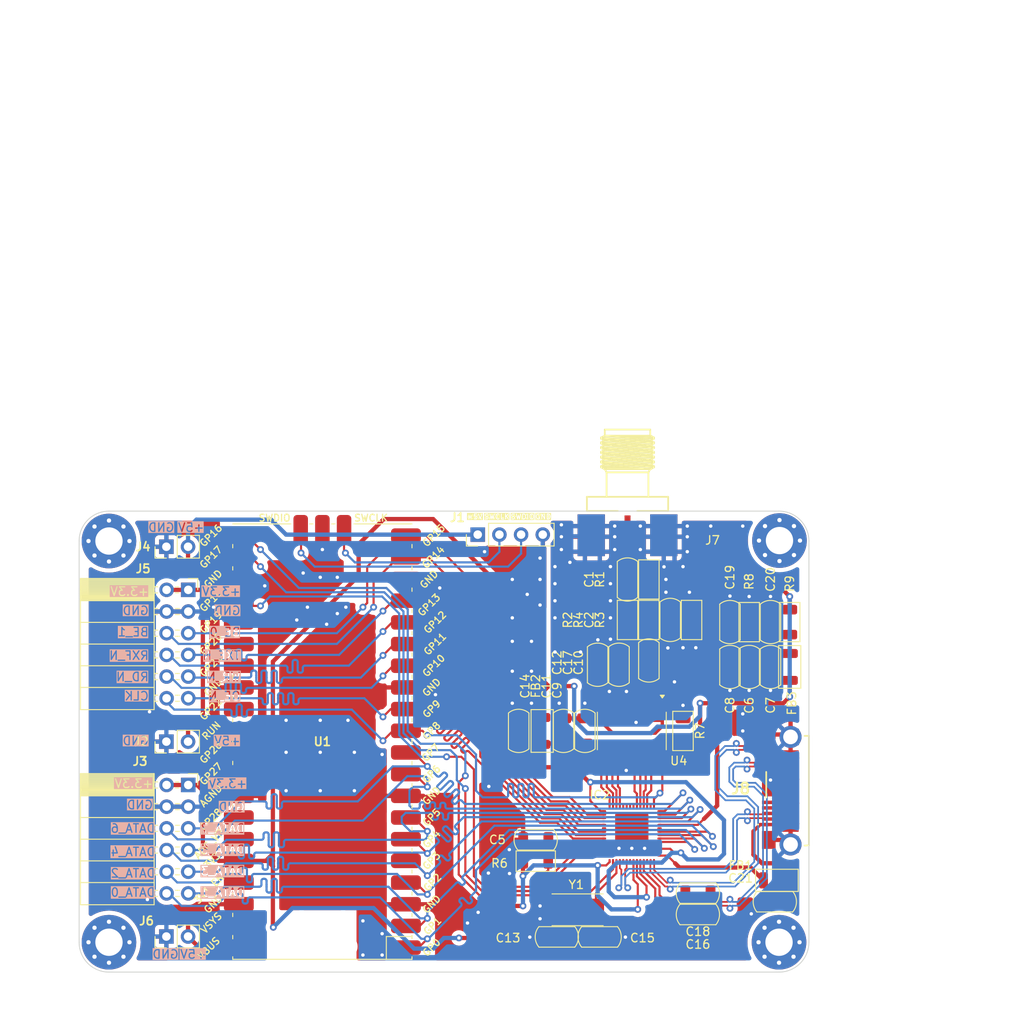
<source format=kicad_pcb>
(kicad_pcb (version 20240108) (generator "pcbnew") (generator_version "8.0")
  (layers (0 "F.Cu" signal) (31 "B.Cu" signal) (34 "B.Paste" user) (35 "F.Paste" user) (36 "B.SilkS" user "B.Silkscreen") (37 "F.SilkS" user "F.Silkscreen") (38 "B.Mask" user) (39 "F.Mask" user) (44 "Edge.Cuts" user))
  (net 0 "")
  (net 1 "+3.3V")
  (net 2 "DATA_5")
  (net 3 "BE_0")
  (net 4 "DATA_9")
  (net 5 "DATA_13")
  (net 7 "+5V")
  (net 8 "DATA_4")
  (net 9 "DATA_10")
  (net 10 "DATA_14")
  (net 11 "BE_1")
  (net 12 "DATA_12")
  (net 13 "Net-(IC2-AVDD)")
  (net 14 "SSRX-")
  (net 15 "Net-(IC2-TODP)")
  (net 17 "TXE_N")
  (net 18 "Net-(IC2-TODN)")
  (net 19 "SWCLK")
  (net 20 "SWDIO")
  (net 21 "GPIO0")
  (net 22 "DATA_15")
  (net 23 "Net-(IC2-XI)")
  (net 24 "CLK")
  (net 25 "DATA_2")
  (net 26 "DATA_7")
  (net 28 "~{RESET_N}")
  (net 29 "D-")
  (net 30 "DATA_11")
  (net 31 "VBUS")
  (net 32 "GPIO1")
  (net 33 "RXF_N")
  (net 35 "D+")
  (net 36 "WR_N")
  (net 37 "DATA_8")
  (net 38 "DATA_6")
  (net 39 "DATA_3")
  (net 40 "DATA_0")
  (net 41 "Net-(IC2-XO)")
  (net 42 "SSRX+")
  (net 43 "GNDD")
  (net 44 "GNDA")
  (net 49 "RD_N")
  (net 50 "DATA_1")
  (net 51 "OE_N")
  (net 52 "Net-(J7-In)")
  (net 53 "SSTX-")
  (net 61 "Net-(U4-PD)")
  (net 62 "Net-(U4-VIN)")
  (net 63 "/VA")
  (net 64 "/VRT")
  (net 65 "/DRVD")
  (net 66 "Net-(U4-VRM)")
  (net 67 "Net-(C1-Pad2)")
  (net 68 "Net-(C2-Pad2)")
  (net 69 "SSTX+")
  (net 70 "Net-(C21-Pad2)")
  (footprint "Capacitor_SMD_AKL:C_1206_3216Metric" (layer "F.Cu") (at 178.5 87 180)
    (property "Reference" "C5")
    (property "Value" "100nF" (hide yes))
  )
  (footprint "SamacSys_Parts:ZX360DB10P30" (layer "F.Cu") (at 208 81.25 90)
    (property "Reference" "J8")
    (property "Value" "ZX360D-B-10P_30_" (hide yes))
  )
  (footprint "MountingHole:MountingHole_3.2mm_M3_Pad_Via" (layer "F.Cu") (at 128.5 99)
    (property "Reference" "REF**" (hide yes))
    (property "Value" "MountingHole_3.2mm_M3_Pad_Via")
  )
  (footprint "ICTAMKY_V8:RPi_Pico_SMD" (layer "F.Cu") (at 153.5 75.5 180)
    (property "Reference" "U1")
    (property "Value" "Pico")
  )
  (footprint "Capacitor_SMD_AKL:C_1206_3216Metric" (layer "F.Cu") (at 180.975 98.375 180)
    (property "Reference" "C13")
    (property "Value" "18pF" (hide yes))
  )
  (footprint "Connector_PinHeader_2.54mm:PinHeader_1x02_P2.54mm_Vertical" (layer "F.Cu") (at 135.225 52.67 90)
    (property "Reference" "J4")
    (property "Value" "22-23-2021")
  )
  (footprint "Crystal:Crystal_SMD_Abracon_ABM7-2Pin_6.0x3.5mm" (layer "F.Cu") (at 183.4 95.2)
    (property "Reference" "Y1")
    (property "Value" "30Mhz")
  )
  (footprint "Resistor_SMD_AKL:R_1206_3216Metric" (layer "F.Cu") (at 191.75 56.5 90)
    (property "Reference" "R1")
    (property "Value" "56" (hide yes))
  )
  (footprint "Connector_PinSocket_2.54mm:PinSocket_2x06_P2.54mm_Horizontal" (layer "F.Cu") (at 137.79 80.58)
    (property "Reference" "J3")
    (property "Value" "90122-0126")
  )
  (footprint "Resistor_SMD_AKL:R_1206_3216Metric" (layer "F.Cu") (at 191.75 61.25 90)
    (property "Reference" "R4")
    (property "Value" "220" (hide yes))
  )
  (footprint "MountingHole:MountingHole_3.2mm_M3_Pad_Via" (layer "F.Cu") (at 207.052944 51.947056)
    (property "Reference" "REF**" (hide yes))
    (property "Value" "MountingHole_3.2mm_M3_Pad_Via")
  )
  (footprint "Capacitor_SMD_AKL:C_1206_3216Metric" (layer "F.Cu") (at 184.25 74.25 90)
    (property "Reference" "C9")
    (property "Value" "22uF" (hide yes))
  )
  (footprint "Capacitor_SMD_AKL:C_1206_3216Metric" (layer "F.Cu") (at 185.75 66.5 90)
    (property "Reference" "C12")
    (property "Value" "100nF" (hide yes))
  )
  (footprint "ICTAMKY_V8:AMPHENOL_132357-11" (layer "F.Cu") (at 189.25 49.75 -90)
    (property "Reference" "J7")
    (property "Value" "Conn_Coaxial" (hide yes))
  )
  (footprint "Resistor_SMD_AKL:R_1206_3216Metric" (layer "F.Cu") (at 195.75 74.25 90)
    (property "Reference" "R7")
    (property "Value" "10K" (hide yes))
  )
  (footprint "Inductor_SMD_AKL:L_1206_3216Metric" (layer "F.Cu") (at 206.75 91.75)
    (property "Reference" "FB1")
    (property "Value" "FerriteBead_Small" (hide yes))
  )
  (footprint "Capacitor_SMD_AKL:C_1206_3216Metric" (layer "F.Cu") (at 191.75 66 90)
    (property "Reference" "C10")
    (property "Value" "100nF" (hide yes))
  )
  (footprint "Capacitor_SMD_AKL:C_1206_3216Metric" (layer "F.Cu") (at 185.975 98.375)
    (property "Reference" "C15")
    (property "Value" "18pF" (hide yes))
  )
  (footprint "Capacitor_SMD_AKL:C_1206_3216Metric" (layer "F.Cu") (at 181.75 74.25 90)
    (property "Reference" "C11")
    (property "Value" "100nF" (hide yes))
  )
  (footprint "Capacitor_SMD_AKL:C_1206_3216Metric" (layer "F.Cu") (at 197.5 95.75 180)
    (property "Reference" "C16")
    (property "Value" "100nF" (hide yes))
  )
  (footprint "Capacitor_SMD_AKL:C_1206_3216Metric" (layer "F.Cu") (at 197.5 93.25 180)
    (property "Reference" "C18")
    (property "Value" "100nF" (hide yes))
  )
  (footprint "Capacitor_SMD_AKL:C_1206_3216Metric" (layer "F.Cu") (at 188.25 66.5 90)
    (property "Reference" "C17")
    (property "Value" "100nF" (hide yes))
  )
  (footprint "Package_SO:TSSOP-24_4.4x7.8mm_P0.65mm" (layer "F.Cu") (at 189.75 74.25 -90)
    (property "Reference" "U4")
    (property "Value" "ADC08100CIMTCX/NOPB(TSSOP-24)")
  )
  (footprint "Inductor_SMD_AKL:L_1206_3216Metric" (layer "F.Cu") (at 208.25 66.75 90)
    (property "Reference" "FB3")
    (property "Value" "FerriteBead_Small" (hide yes))
  )
  (footprint "Capacitor_SMD_AKL:C_1206_3216Metric" (layer "F.Cu") (at 206 61.5 90)
    (property "Reference" "C20")
    (property "Value" "100nF" (hide yes))
  )
  (footprint "Resistor_SMD_AKL:R_1206_3216Metric" (layer "F.Cu") (at 203.5 61.5 -90)
    (property "Reference" "R8")
    (property "Value" "220" (hide yes))
  )
  (footprint "Capacitor_SMD_AKL:C_1206_3216Metric" (layer "F.Cu") (at 203.5 66.75 -90)
    (property "Reference" "C6")
    (property "Value" "22uF" (hide yes))
  )
  (footprint "ICTAMKY_V8:FT600Q-B-T" (layer "F.Cu") (at 189.75 86.25)
    (property "Reference" "IC2")
    (property "Value" "FT600Q-B-T")
  )
  (footprint "MountingHole:MountingHole_3.2mm_M3_Pad_Via" (layer "F.Cu") (at 128.5 52)
    (property "Reference" "REF**" (hide yes))
    (property "Value" "MountingHole_3.2mm_M3_Pad_Via")
  )
  (footprint "Capacitor_SMD_AKL:C_1206_3216Metric" (layer "F.Cu") (at 176.5 74.25 90)
    (property "Reference" "C14")
    (property "Value" "47uF" (hide yes))
  )
  (footprint "MountingHole:MountingHole_3.2mm_M3_Pad_Via" (layer "F.Cu") (at 207 99)
    (property "Reference" "REF**" (hide yes))
    (property "Value" "MountingHole_3.2mm_M3_Pad_Via")
  )
  (footprint "Resistor_SMD_AKL:R_1206_3216Metric" (layer "F.Cu") (at 208.25 61.5 -90)
    (property "Reference" "R9")
    (property "Value" "110" (hide yes))
  )
  (footprint "Resistor_SMD_AKL:R_1206_3216Metric" (layer "F.Cu") (at 178.5 89.5 180)
    (property "Reference" "R6")
    (property "Value" "4.7K" (hide yes))
  )
  (footprint "Resistor_SMD_AKL:R_1206_3216Metric" (layer "F.Cu") (at 189.25 61.25 -90)
    (property "Reference" "R2")
    (property "Value" "110" (hide yes))
  )
  (footprint "Capacitor_SMD_AKL:C_1206_3216Metric" (layer "F.Cu") (at 189.25 56.5 -90)
    (property "Reference" "C1")
    (property "Value" "1uF" (hide yes))
  )
  (footprint "Capacitor_SMD_AKL:C_1206_3216Metric" (layer "F.Cu") (at 206.5 94.25)
    (property "Reference" "C21")
    (property "Value" "100nF" (hide yes))
  )
  (footprint "Connector_PinSocket_2.54mm:PinSocket_2x06_P2.54mm_Horizontal" (layer "F.Cu") (at 137.79 57.72)
    (property "Reference" "J5")
    (property "Value" "90122-0126")
  )
  (footprint "Inductor_SMD_AKL:L_1206_3216Metric" (layer "F.Cu") (at 179.25 74.25 -90)
    (property "Reference" "FB2")
    (property "Value" "FerriteBead_Small" (hide yes))
  )
  (footprint "Capacitor_SMD_AKL:C_1206_3216Metric" (layer "F.Cu") (at 201.25 66.75 -90)
    (property "Reference" "C8")
    (property "Value" "100nF" (hide yes))
  )
  (footprint "Resistor_SMD_AKL:R_1206_3216Metric" (layer "F.Cu") (at 196.75 61.25 -90)
    (property "Reference" "R3")
    (property "Value" "110" (hide yes))
  )
  (footprint "Connector_PinHeader_2.54mm:PinHeader_1x02_P2.54mm_Vertical" (layer "F.Cu") (at 135.225 98.33 90)
    (property "Reference" "J6")
    (property "Value" "22-23-2021")
  )
  (footprint "Capacitor_SMD_AKL:C_1206_3216Metric" (layer "F.Cu") (at 201.25 61.5 90)
    (property "Reference" "C19")
    (property "Value" "1uF" (hide yes))
  )
  (footprint "Capacitor_SMD_AKL:C_1206_3216Metric" (layer "F.Cu") (at 194.25 61.25 90)
    (property "Reference" "C2")
    (property "Value" "1uF" (hide yes))
  )
  (footprint "Capacitor_SMD_AKL:C_1206_3216Metric" (layer "F.Cu") (at 206 66.75 -90)
    (property "Reference" "C7")
    (property "Value" "22uF" (hide yes))
  )
  (footprint "Connector_PinHeader_2.54mm:PinHeader_1x04_P2.54mm_Vertical" (layer "F.Cu") (at 171.7 51.25 90)
    (property "Reference" "J1")
    (property "Value" "Conn_01x04")
  )
  (footprint "Connector_PinHeader_2.54mm:PinHeader_1x02_P2.54mm_Vertical" (layer "F.Cu") (at 135.225 75.5 90)
    (property "Reference" "J2")
    (property "Value" "22-23-2021")
  )
  (footprint "NetTie:NetTie-2_SMD_Pad2.0mm" (layer "B.Cu") (at 204.75 71 90)
    (property "Reference" "NT1" (hide yes))
    (property "Value" "NetTie_2" (hide yes))
  )
  (gr_line (start 125 99) (end 125 52) (stroke (width 0.1)) (layer "Edge.Cuts"))
  (gr_arc (start 128.5 102.5) (mid 126.025126 101.474874) (end 125 99) (stroke (width 0.1)) (layer "Edge.Cuts"))
  (gr_arc (start 125 52) (mid 126.025126 49.525126) (end 128.5 48.5) (stroke (width 0.1)) (layer "Edge.Cuts"))
  (gr_arc (start 207 48.5) (mid 209.474874 49.525126) (end 210.5 52) (stroke (width 0.1)) (layer "Edge.Cuts"))
  (gr_line (start 128.5 48.5) (end 207 48.5) (stroke (width 0.1)) (layer "Edge.Cuts"))
  (gr_line (start 207 102.5) (end 128.5 102.5) (stroke (width 0.1)) (layer "Edge.Cuts"))
  (gr_arc (start 210.5 99) (mid 209.474874 101.474874) (end 207 102.5) (stroke (width 0.1)) (layer "Edge.Cuts"))
  (gr_line (start 210.5 52) (end 210.5 99) (stroke (width 0.1)) (layer "Edge.Cuts"))
  (gr_text "+3.3V" (at 144 58.5 0) (layer "B.SilkS" knockout) (effects (font (size 1 1)) (justify left bottom mirror)))
  (gr_text "DATA_5" (at 144.5 88.75 0) (layer "B.SilkS" knockout) (effects (font (size 1 1)) (justify left bottom mirror)))
  (gr_text "DATA_6" (at 134 86.25 0) (layer "B.SilkS" knockout) (effects (font (size 1 1)) (justify left bottom mirror)))
  (gr_text "WR_N" (at 144 68.5 0) (layer "B.SilkS" knockout) (effects (font (size 1 1)) (justify left bottom mirror)))
  (gr_text "DATA_3" (at 144.5 91.25 0) (layer "B.SilkS" knockout) (effects (font (size 1 1)) (justify left bottom mirror)))
  (gr_text "+5V" (at 139.75 51 0) (layer "B.SilkS" knockout) (effects (font (size 1 1)) (justify left bottom mirror)))
  (gr_text "DATA_2" (at 134 91.5 0) (layer "B.SilkS" knockout) (effects (font (size 1 1)) (justify left bottom mirror)))
  (gr_text "GND" (at 133.75 83.5 0) (layer "B.SilkS" knockout) (effects (font (size 1 1)) (justify left bottom mirror)))
  (gr_text "GND" (at 144 60.75 0) (layer "B.SilkS" knockout) (effects (font (size 1 1)) (justify left bottom mirror)))
  (gr_text "GND" (at 144.5 83.75 0) (layer "B.SilkS" knockout) (effects (font (size 1 1)) (justify left bottom mirror)))
  (gr_text "BE_1" (at 133.25 63.25 0) (layer "B.SilkS" knockout) (effects (font (size 1 1)) (justify left bottom mirror)))
  (gr_text "+3.3V" (at 133.25 58.5 0) (layer "B.SilkS" knockout) (effects (font (size 1 1)) (justify left bottom mirror)))
  (gr_text "+5V" (at 140 101 0) (layer "B.SilkS" knockout) (effects (font (size 1 1)) (justify left bottom mirror)))
  (gr_text "GND" (at 136.25 51 0) (layer "B.SilkS" knockout) (effects (font (size 1 1)) (justify left bottom mirror)))
  (gr_text "DATA_0" (at 134 93.75 0) (layer "B.SilkS" knockout) (effects (font (size 1 1)) (justify left bottom mirror)))
  (gr_text "BE_0" (at 144 63.25 0) (layer "B.SilkS" knockout) (effects (font (size 1 1)) (justify left bottom mirror)))
  (gr_text "GND" (at 136.75 101 0) (layer "B.SilkS" knockout) (effects (font (size 1 1)) (justify left bottom mirror)))
  (gr_text "GND" (at 133.25 60.75 0) (layer "B.SilkS" knockout) (effects (font (size 1 1)) (justify left bottom mirror)))
  (gr_text "+3.3V" (at 144.75 81 0) (layer "B.SilkS" knockout) (effects (font (size 1 1)) (justify left bottom mirror)))
  (gr_text "OE_N" (at 144 70.75 0) (layer "B.SilkS" knockout) (effects (font (size 1 1)) (justify left bottom mirror)))
  (gr_text "GND" (at 133.25 76 0) (layer "B.SilkS" knockout) (effects (font (size 1 1)) (justify left bottom mirror)))
  (gr_text "CLK" (at 133.25 70.75 0) (layer "B.SilkS" knockout) (effects (font (size 1 1)) (justify left bottom mirror)))
  (gr_text "DATA_7" (at 144.5 86.25 0) (layer "B.SilkS" knockout) (effects (font (size 1 1)) (justify left bottom mirror)))
  (gr_text "DATA_1" (at 144.5 93.75 0) (layer "B.SilkS" knockout) (effects (font (size 1 1)) (justify left bottom mirror)))
  (gr_text "TXE_N" (at 144 66 0) (layer "B.SilkS" knockout) (effects (font (size 1 1)) (justify left bottom mirror)))
  (gr_text "RD_N" (at 133.25 68.5 0) (layer "B.SilkS" knockout) (effects (font (size 1 1)) (justify left bottom mirror)))
  (gr_text "+3.3V" (at 133.75 81 0) (layer "B.SilkS" knockout) (effects (font (size 1 1)) (justify left bottom mirror)))
  (gr_text "+5V" (at 144 76 0) (layer "B.SilkS" knockout) (effects (font (size 1 1)) (justify left bottom mirror)))
  (gr_text "DATA_4" (at 134 89 0) (layer "B.SilkS" knockout) (effects (font (size 1 1)) (justify left bottom mirror)))
  (gr_text "RXF_N" (at 133.25 66 0) (layer "B.SilkS" knockout) (effects (font (size 1 1)) (justify left bottom mirror)))
  (gr_text "+5V" (at 170.35 49.5 0) (layer "F.SilkS" knockout) (effects (font (size 0.6 0.6) (thickness 0.1) (bold yes)) (justify left bottom)))
  (gr_text "SWDIO" (at 175.5 49.5 0) (layer "F.SilkS" knockout) (effects (font (size 0.6 0.6) (thickness 0.1) (bold yes)) (justify left bottom)))
  (gr_text "SWCLK" (at 172.4 49.5 0) (layer "F.SilkS" knockout) (effects (font (size 0.6 0.6) (thickness 0.1) (bold yes)) (justify left bottom)))
  (gr_text "GND" (at 178.4 49.5 0) (layer "F.SilkS" knockout) (effects (font (size 0.6 0.6) (thickness 0.1) (bold yes)) (justify left bottom)))
  (segment (start 147.07 89.28) (end 147.7 88.65) (width 0.5) (layer "F.Cu") (net 1))
  (segment (start 199.75 76) (end 199.75 83) (width 0.5) (layer "F.Cu") (net 1))
  (segment (start 166.475 49.425) (end 160.7 49.425) (width 0.5) (layer "F.Cu") (net 1))
  (segment (start 139.5 80.25) (end 139.17 80.58) (width 0.5) (layer "F.Cu") (net 1))
  (segment (start 135.25 80.58) (end 137.79 80.58) (width 0.5) (layer "F.Cu") (net 1))
  (segment (start 138.83 80.58) (end 139.5 81.25) (width 0.5) (layer "F.Cu") (net 1))
  (segment (start 147.705 89.47) (end 147.7 89.465) (width 0.5) (layer "F.Cu") (net 1))
  (segment (start 179.25 69.75) (end 179.25 68.25) (width 0.5) (layer "F.Cu") (net 1))
  (segment (start 139.5 57.765) (end 139.5 79.25) (width 0.5) (layer "F.Cu") (net 1))
  (segment (start 198.75 61.25) (end 198.75 58.75) (width 0.5) (layer "F.Cu") (net 1))
  (segment (start 206.75 57) (end 208.25 58.5) (width 0.5) (layer "F.Cu") (net 1))
  (segment (start 147.075 89.47) (end 147.07 89.47) (width 0.5) (layer "F.Cu") (net 1))
  (segment (start 196.75 62.7125) (end 197.2875 62.7125) (width 0.5) (layer "F.Cu") (net 1))
  (segment (start 139.5 87.6) (end 139.5 81.25) (width 0.5) (layer "F.Cu") (net 1))
  (segment (start 139.17 80.58) (end 137.79 80.58) (width 0.5) (layer "F.Cu") (net 1))
  (segment (start 147.07 89.47) (end 147.7 90.1) (width 0.5) (layer "F.Cu") (net 1))
  (segment (start 144.61 89.47) (end 146.75 89.47) (width 0.5) (layer "F.Cu") (net 1))
  (segment (start 147.075 89.47) (end 147.705 89.47) (width 0.5) (layer "F.Cu") (net 1))
  (segment (start 147.7 89.465) (end 147.7 88.65) (width 0.5) (layer "F.Cu") (net 1))
  (segment (start 179.25 68.25) (end 179.25 62.2) (width 0.5) (layer "F.Cu") (net 1))
  (segment (start 197.2875 62.7125) (end 198.75 61.25) (width 0.5) (layer "F.Cu") (net 1))
  (segment (start 147.7 66.125) (end 147.7 88.65) (width 0.5) (layer "F.Cu") (net 1))
  (segment (start 137.79 57.72) (end 139.545 57.72) (width 0.5) (layer "F.Cu") (net 1))
  (segment (start 199.75 83) (end 198.2 84.55) (width 0.5) (layer "F.Cu") (net 1))
  (segment (start 187.15 89.5) (end 187.15 89.6) (width 0.25) (layer "F.Cu") (net 1))
  (segment (start 179.25 69) (end 179.25 70.5) (width 0.5) (layer "F.Cu") (net 1))
  (segment (start 197.5 85.25) (end 193 85.25) (width 0.25) (layer "F.Cu") (net 1))
  (segment (start 208.25 58.5) (end 208.25 60.0375) (width 0.5) (layer "F.Cu") (net 1))
  (segment (start 180 69) (end 179.25 69) (width 0.5) (layer "F.Cu") (net 1))
  (segment (start 197.75 74) (end 199.75 76) (width 0.5) (layer "F.Cu") (net 1))
  (segment (start 139.5 80) (end 139.5 79.25) (width 0.5) (layer "F.Cu") (net 1))
  (segment (start 180 69) (end 179.25 68.25) (width 0.5) (layer "F.Cu") (net 1))
  (segment (start 187.15 89.6) (end 186.75 90) (width 0.25) (layer "F.Cu") (net 1))
  (segment (start 179.25 71.5) (end 179.25 70.25) (width 0.5) (layer "F.Cu") (net 1))
  (segment (start 147.7 89.475) (end 147.7 90.1) (width 0.5) (layer "F.Cu") (net 1))
  (segment (start 183 69) (end 180 69) (width 0.5) (layer "F.Cu") (net 1))
  (segment (start 177 89.5375) (end 177.0375 89.5) (width 0.5) (layer "F.Cu") (net 1))
  (segment (start 177 94.75) (end 174.25 94.75) (width 0.5) (layer "F.Cu") (net 1))
  (segment (start 139.545 57.72) (end 139.5 57.765) (width 0.5) (layer "F.Cu") (net 1))
  (segment (start 146.75 89.47) (end 147.07 89.47) (width 0.5) (layer "F.Cu") (net 1))
  (segment (start 147.07 89.47) (end 147.07 89.28) (width 0.5) (layer "F.Cu") (net 1))
  (segment (start 208.25 68.325) (end 208.25 70.25) (width 0.5) (layer "F.Cu") (net 1))
  (segment (start 147.75 97.25) (end 147.7 97.2) (width 0.5) (layer "F.Cu") (net 1))
  (segment (start 137.79 80.58) (end 138.83 80.58) (width 0.5) (layer "F.Cu") (net 1))
  (segment (start 135.25 57.72) (end 137.79 57.72) (width 0.5) (layer "F.Cu") (net 1))
  (segment (start 189.95 91.7) (end 189.95 89.5) (width 0.25) (layer "F.Cu") (net 1))
  (segment (start 147.705 89.47) (end 147.7 89.475) (width 0.5) (layer "F.Cu") (net 1))
  (segment (start 177 91.25) (end 177 89.5375) (width 0.5) (layer "F.Cu") (net 1))
  (segment (start 138.9 80.58) (end 139.23 80.58) (width 0.5) (layer "F.Cu") (net 1))
  (segment (start 186.75 90) (end 185.75 90) (width 0.25) (layer "F.Cu") (net 1))
  (segment (start 198.2 84.55) (end 197.5 85.25) (width 0.25) (layer "F.Cu") (net 1))
  (segment (start 179.25 62.2) (end 166.475 49.425) (width 0.5) (layer "F.Cu") (net 1))
  (segment (start 179.25 70.5) (end 179.25 69.75) (width 0.5) (layer "F.Cu") (net 1))
  (segment (start 139.5 81.25) (end 139.5 80) (width 0.5) (layer "F.Cu") (net 1))
  (segment (start 197.75 71) (end 197.75 74) (width 0.5) (layer "F.Cu") (net 1))
  (segment (start 141.37 89.47) (end 139.5 87.6) (width 0.5) (layer "F.Cu") (net 1))
  (segment (start 139.275 80.58) (end 138.9 80.58) (width 0.5) (layer "F.Cu") (net 1))
  (segment (start 198.75 58.75) (end 200.5 57) (width 0.5) (layer "F.Cu") (net 1))
  (segment (start 197.75 71) (end 207.5 71) (width 0.5) (layer "F.Cu") (net 1))
  (segment (start 147.7 97.2) (end 147.7 90.1) (width 0.5) (layer "F.Cu") (net 1))
  (segment (start 157.75 56.075) (end 147.7 66.125) (width 0.5) (layer "F.Cu") (net 1))
  (segment (start 190.45 95.15) (end 190.45 92.2) (width 0.25) (layer "F.Cu") (net 1))
  (segment (start 157.75 52.375) (end 157.75 56.075) (width 0.5) (layer "F.Cu") (net 1))
  (segment (start 144.61 89.47) (end 141.37 89.47) (width 0.5) (layer "F.Cu") (net 1))
  (segment (start 180 69) (end 179.25 69.75) (width 0.5) (layer "F.Cu") (net 1))
  (segment (start 200.5 57) (end 206.75 57) (width 0.5) (layer "F.Cu") (net 1))
  (segment (start 207.5 71) (end 208.25 70.25) (width 0.5) (layer "F.Cu") (net 1))
  (segment (start 146.75 89.47) (end 147.075 89.47) (width 0.5) (layer "F.Cu") (net 1))
  (segment (start 160.7 49.425) (end 157.75 52.375) (width 0.5) (layer "F.Cu") (net 1))
  (segment (start 174.25 94.75) (end 170.5 98.5) (width 0.5) (layer "F.Cu") (net 1))
  (segment (start 137.79 80.58) (end 138.92 80.58) (width 0.5) (layer "F.Cu") (net 1))
  (segment (start 179.25 71.5) (end 179.25 72.675) (width 0.5) (layer "F.Cu") (net 1))
  (segment (start 179.25 70.5) (end 179.25 71.5) (width 0.5) (layer "F.Cu") (net 1))
  (segment (start 170.5 98.5) (end 169.5 98.5) (width 0.5) (layer "F.Cu") (net 1))
  (segment (start 190.45 92.2) (end 189.95 91.7) (width 0.25) (layer "F.Cu") (net 1))
  (segment (start 138.92 80.58) (end 139.5 80) (width 0.5) (layer "F.Cu") (net 1))
  (via (at 185.75 90) (size 0.8) (drill 0.4) (layers "F.Cu" "B.Cu") (net 1))
  (via (at 169.5 98.5) (size 0.8) (drill 0.4) (layers "F.Cu" "B.Cu") (net 1))
  (via (at 147.75 97.25) (size 0.8) (drill 0.4) (layers "F.Cu" "B.Cu") (net 1))
  (via (at 197.75 71) (size 0.8) (drill 0.4) (layers "F.Cu" "B.Cu") (net 1))
  (via (at 208.25 58.5) (size 0.8) (drill 0.4) (layers "F.Cu" "B.Cu") (net 1))
  (via (at 177 91.25) (size 0.8) (drill 0.4) (layers "F.Cu" "B.Cu") (net 1))
  (via (at 183 69) (size 0.8) (drill 0.4) (layers "F.Cu" "B.Cu") (net 1))
  (via (at 208.25 70.25) (size 0.8) (drill 0.4) (layers "F.Cu" "B.Cu") (net 1))
  (via (at 177 94.75) (size 0.8) (drill 0.4) (layers "F.Cu" "B.Cu") (net 1))
  (via (at 190.45 95.15) (size 0.8) (drill 0.4) (layers "F.Cu" "B.Cu") (net 1))
  (segment (start 192.75 73.75) (end 196.5 73.75) (width 0.5) (layer "B.Cu") (net 1))
  (segment (start 197.75 72.5) (end 197.75 71) (width 0.5) (layer "B.Cu") (net 1))
  (segment (start 185.75 93.525) (end 187.375 95.15) (width 0.5) (layer "B.Cu") (net 1))
  (segment (start 208.25 65.075) (end 208.25 70.25) (width 0.5) (layer "B.Cu") (net 1))
  (segment (start 192 74.5) (end 192.75 73.75) (width 0.5) (layer "B.Cu") (net 1))
  (segment (start 184.5 74.5) (end 192 74.5) (width 0.5) (layer "B.Cu") (net 1))
  (segment (start 164.25 99.75) (end 166.5 99.75) (width 0.5) (layer "B.Cu") (net 1))
  (segment (start 208.25 64.5) (end 208.25 65.075) (width 0.5) (layer "B.Cu") (net 1))
  (segment (start 147.75 97.25) (end 150 95) (width 0.5) (layer "B.Cu") (net 1))
  (segment (start 208.25 58.5) (end 208.25 63.175) (width 0.5) (layer "B.Cu") (net 1))
  (segment (start 177 94.75) (end 177 91.25) (width 0.5) (layer "B.Cu") (net 1))
  (segment (start 185.75 90) (end 185.75 93.525) (width 0.5) (layer "B.Cu") (net 1))
  (segment (start 196.5 73.75) (end 197.75 72.5) (width 0.5) (layer "B.Cu") (net 1))
  (segment (start 166.5 99.75) (end 167.75 98.5) (width 0.5) (layer "B.Cu") (net 1))
  (segment (start 167.75 98.5) (end 169.5 98.5) (width 0.5) (layer "B.Cu") (net 1))
  (segment (start 208.25 63.475) (end 208.25 63.175) (width 0.5) (layer "B.Cu") (net 1))
  (segment (start 187.375 95.15) (end 189.625 95.15) (width 0.5) (layer "B.Cu") (net 1))
  (segment (start 159.5 95) (end 164.25 99.75) (width 0.5) (layer "B.Cu") (net 1))
  (segment (start 177 91.25) (end 178.25 90) (width 0.5) (layer "B.Cu") (net 1))
  (segment (start 189.625 95.15) (end 190.45 95.15) (width 0.5) (layer "B.Cu") (net 1))
  (segment (start 208.25 63.175) (end 208.25 64.5) (width 0.5) (layer "B.Cu") (net 1))
  (segment (start 178.25 90) (end 185.75 90) (width 0.5) (layer "B.Cu") (net 1))
  (segment (start 183 73) (end 184.5 74.5) (width 0.5) (layer "B.Cu") (net 1))
  (segment (start 150 95) (end 159.5 95) (width 0.5) (layer "B.Cu") (net 1))
  (segment (start 183 69) (end 183 73) (width 0.5) (layer "B.Cu") (net 1))
  (segment (start 196.675 83.4) (end 195.625 84.45) (width 0.25) (layer "F.Cu") (net 2))
  (segment (start 164.19 84.39) (end 162.39 84.39) (width 0.25) (layer "F.Cu") (net 2))
  (segment (start 195.625 84.45) (end 193 84.45) (width 0.25) (layer "F.Cu") (net 2))
  (segment (start 165.8 86) (end 164.19 84.39) (width 0.25) (layer "F.Cu") (net 2))
  (via (at 165.8 86) (size 0.8) (drill 0.4) (layers "F.Cu" "B.Cu") (net 2))
  (via (at 196.675 83.4) (size 0.8) (drill 0.4) (layers "F.Cu" "B.Cu") (net 2))
  (segment (start 148.41 87.628597) (end 148.41 87.24) (width 0.25) (layer "B.Cu") (net 2))
  (segment (start 166.796505 84.644279) (end 166.676505 84.644279) (width 0.25) (layer "B.Cu") (net 2))
  (segment (start 166.196505 83.85) (end 166.076505 83.85) (width 0.25) (layer "B.Cu") (net 2))
  (segment (start 167.636505 84.404279) (end 167.636505 84.09) (width 0.25) (layer "B.Cu") (net 2))
  (segment (start 147.81 87) (end 147.81 87.628597) (width 0.25) (layer "B.Cu") (net 2))
  (segment (start 162.8 85) (end 163.8 86) (width 0.25) (layer "B.Cu") (net 2))
  (segment (start 147.57 87.868597) (end 147.45 87.868597) (width 0.25) (layer "B.Cu") (net 2))
  (segment (start 146.61 86.371403) (end 146.61 86.76) (width 0.25) (layer "B.Cu") (net 2))
  (segment (start 167.996505 84.644279) (end 167.876505 84.644279) (width 0.25) (layer "B.Cu") (net 2))
  (segment (start 146.25 87) (end 145.25 87) (width 0.25) (layer "B.Cu") (net 2))
  (segment (start 164.764856 83.85) (end 163.25 83.85) (width 0.25) (layer "B.Cu") (net 2))
  (segment (start 167.036505 84.09) (end 167.036505 84.404279) (width 0.25) (layer "B.Cu") (net 2))
  (segment (start 149.01 87.24) (end 149.01 87.628597) (width 0.25) (layer "B.Cu") (net 2))
  (segment (start 147.81 86.371403) (end 147.81 87) (width 0.25) (layer "B.Cu") (net 2))
  (segment (start 141.05 88.2) (end 137.79 88.2) (width 0.25) (layer "B.Cu") (net 2))
  (segment (start 146.97 86.131403) (end 146.85 86.131403) (width 0.25) (layer "B.Cu") (net 2))
  (segment (start 166.076505 83.85) (end 164.764856 83.85) (width 0.25) (layer "B.Cu") (net 2))
  (segment (start 147.21 87) (end 147.21 86.76) (width 0.25) (layer "B.Cu") (net 2))
  (segment (start 168.236505 84.09) (end 168.236505 84.404279) (width 0.25) (layer "B.Cu") (net 2))
  (segment (start 165.8 86) (end 165.8 86.7) (width 0.25) (layer "B.Cu") (net 2))
  (segment (start 196.675 83.4) (end 196.225 83.85) (width 0.25) (layer "B.Cu") (net 2))
  (segment (start 162.8 84.3) (end 162.8 85) (width 0.25) (layer "B.Cu") (net 2))
  (segment (start 147.21 86.76) (end 147.21 86.371403) (width 0.25) (layer "B.Cu") (net 2))
  (segment (start 145.25 87) (end 142.25 87) (width 0.25) (layer "B.Cu") (net 2))
  (segment (start 167.396505 83.85) (end 167.276505 83.85) (width 0.25) (layer "B.Cu") (net 2))
  (segment (start 163.25 83.85) (end 162.8 84.3) (width 0.25) (layer "B.Cu") (net 2))
  (segment (start 196.225 83.85) (end 168.476505 83.85) (width 0.25) (layer "B.Cu") (net 2))
  (segment (start 148.77 87.868597) (end 148.65 87.868597) (width 0.25) (layer "B.Cu") (net 2))
  (segment (start 148.17 86.131403) (end 148.05 86.131403) (width 0.25) (layer "B.Cu") (net 2))
  (segment (start 148.41 87.24) (end 148.41 87) (width 0.25) (layer "B.Cu") (net 2))
  (segment (start 165.5 87) (end 149.25 87) (width 0.25) (layer "B.Cu") (net 2))
  (segment (start 165.8 86.7) (end 165.5 87) (width 0.25) (layer "B.Cu") (net 2))
  (segment (start 147.21 87.628597) (end 147.21 87) (width 0.25) (layer "B.Cu") (net 2))
  (segment (start 166.436505 84.404279) (end 166.436505 84.09) (width 0.25) (layer "B.Cu") (net 2))
  (segment (start 148.41 87) (end 148.41 86.371403) (width 0.25) (layer "B.Cu") (net 2))
  (segment (start 142.25 87) (end 141.05 88.2) (width 0.25) (layer "B.Cu") (net 2))
  (segment (start 146.37 87) (end 146.25 87) (width 0.25) (layer "B.Cu") (net 2))
  (segment (start 163.8 86) (end 165.8 86) (width 0.25) (layer "B.Cu") (net 2))
  (arc (start 149.01 87.628597) (mid 148.939706 87.798303) (end 148.77 87.868597) (width 0.25) (layer "B.Cu") (net 2))
  (arc (start 167.636505 84.09) (mid 167.566211 83.920294) (end 167.396505 83.85) (width 0.25) (layer "B.Cu") (net 2))
  (arc (start 167.036505 84.404279) (mid 166.966211 84.573985) (end 166.796505 84.644279) (width 0.25) (layer "B.Cu") (net 2))
  (arc (start 167.276505 83.85) (mid 167.106799 83.920294) (end 167.036505 84.09) (width 0.25) (layer "B.Cu") (net 2))
  (arc (start 167.876505 84.644279) (mid 167.706799 84.573985) (end 167.636505 84.404279) (width 0.25) (layer "B.Cu") (net 2))
  (arc (start 166.676505 84.644279) (mid 166.506799 84.573985) (end 166.436505 84.404279) (width 0.25) (layer "B.Cu") (net 2))
  (arc (start 147.81 87.628597) (mid 147.739706 87.798303) (end 147.57 87.868597) (width 0.25) (layer "B.Cu") (net 2))
  (arc (start 148.41 86.371403) (mid 148.339706 86.201697) (end 148.17 86.131403) (width 0.25) (layer "B.Cu") (net 2))
  (arc (start 168.236505 84.404279) (mid 168.166211 84.573985) (end 167.996505 84.644279) (width 0.25) (layer "B.Cu") (net 2))
  (arc (start 149.25 87) (mid 149.080294 87.070294) (end 149.01 87.24) (width 0.25) (layer "B.Cu") (net 2))
  (arc (start 147.45 87.868597) (mid 147.280294 87.798303) (end 147.21 87.628597) (width 0.25) (layer "B.Cu") (net 2))
  (arc (start 168.476505 83.85) (mid 168.306799 83.920294) (end 168.236505 84.09) (width 0.25) (layer "B.Cu") (net 2))
  (arc (start 146.61 86.76) (mid 146.539706 86.929706) (end 146.37 87) (width 0.25) (layer "B.Cu") (net 2))
  (arc (start 166.436505 84.09) (mid 166.366211 83.920294) (end 166.196505 83.85) (width 0.25) (layer "B.Cu") (net 2))
  (arc (start 148.65 87.868597) (mid 148.480294 87.798303) (end 148.41 87.628597) (width 0.25) (layer "B.Cu") (net 2))
  (arc (start 148.05 86.131403) (mid 147.880294 86.201697) (end 147.81 86.371403) (width 0.25) (layer "B.Cu") (net 2))
  (arc (start 146.85 86.131403) (mid 146.680294 86.201697) (end 146.61 86.371403) (width 0.25) (layer "B.Cu") (net 2))
  (arc (start 147.21 86.371403) (mid 147.139706 86.201697) (end 146.97 86.131403) (width 0.25) (layer "B.Cu") (net 2))
  (segment (start 174.5 60.2) (end 174.5 76) (width 0.25) (layer "F.Cu") (net 3))
  (segment (start 165.67 51.37) (end 174.5 60.2) (width 0.25) (layer "F.Cu") (net 3))
  (segment (start 182.5 82) (end 184.55 84.05) (width 0.25) (layer "F.Cu") (net 3))
  (segment (start 174.5 76) (end 180.5 82) (width 0.25) (layer "F.Cu") (net 3))
  (segment (start 184.55 84.05) (end 186.5 84.05) (width 0.25) (layer "F.Cu") (net 3))
  (segment (start 158.75 55.01) (end 162.39 51.37) (width 0.25) (layer "F.Cu") (net 3))
  (segment (start 158.75 59.25) (end 158.75 55.01) (width 0.25) (layer "F.Cu") (net 3))
  (segment (start 180.5 82) (end 182.5 82) (width 0.25) (layer "F.Cu") (net 3))
  (segment (start 162.39 51.37) (end 165.67 51.37) (width 0.25) (layer "F.Cu") (net 3))
  (segment (start 158.25 59.75) (end 158.75 59.25) (width 0.25) (layer "F.Cu") (net 3))
  (via (at 158.25 59.75) (size 0.8) (drill 0.4) (layers "F.Cu" "B.Cu") (net 3))
  (segment (start 141.97 62.111281) (end 141.85 62.111281) (width 0.25) (layer "B.Cu") (net 3))
  (segment (start 141.25 62.8) (end 140.3 62.8) (width 0.25) (layer "B.Cu") (net 3))
  (segment (start 142.630874 63.219126) (end 142.419563 63.219126) (width 0.25) (layer "B.Cu") (net 3))
  (segment (start 142.21 63.009563) (end 142.21 62.8) (width 0.25) (layer "B.Cu") (net 3))
  (segment (start 142.21 62.56) (end 142.21 62.351281) (width 0.25) (layer "B.Cu") (net 3))
  (segment (start 141.37 62.8) (end 141.25 62.8) (width 0.25) (layer "B.Cu") (net 3))
  (segment (start 141.61 62.351281) (end 141.61 62.56) (width 0.25) (layer "B.Cu") (net 3))
  (segment (start 155.2 62.8) (end 143.05 62.8) (width 0.25) (layer "B.Cu") (net 3))
  (segment (start 142.21 62.8) (end 142.21 62.56) (width 0.25) (layer "B.Cu") (net 3))
  (segment (start 140.3 62.8) (end 137.79 62.8) (width 0.25) (layer "B.Cu") (net 3))
  (segment (start 158.25 59.75) (end 155.2 62.8) (width 0.25) (layer "B.Cu") (net 3))
  (arc (start 142.840437 63.009563) (mid 142.779057 63.157746) (end 142.630874 63.219126) (width 0.25) (layer "B.Cu") (net 3))
  (arc (start 143.05 62.8) (mid 142.901817 62.86138) (end 142.840437 63.009563) (width 0.25) (layer "B.Cu") (net 3))
  (arc (start 141.61 62.56) (mid 141.539706 62.729706) (end 141.37 62.8) (width 0.25) (layer "B.Cu") (net 3))
  (arc (start 142.21 62.351281) (mid 142.139706 62.181575) (end 141.97 62.111281) (width 0.25) (layer "B.Cu") (net 3))
  (arc (start 141.85 62.111281) (mid 141.680294 62.181575) (end 141.61 62.351281) (width 0.25) (layer "B.Cu") (net 3))
  (arc (start 142.419563 63.219126) (mid 142.27138 63.157746) (end 142.21 63.009563) (width 0.25) (layer "B.Cu") (net 3))
  (segment (start 191.15 83) (end 191.15 81.36875) (width 0.25) (layer "F.Cu") (net 4))
  (segment (start 191.375 81.14375) (end 191.375 77.1125) (width 0.25) (layer "F.Cu") (net 4))
  (segment (start 191.15 81.36875) (end 191.375 81.14375) (width 0.25) (layer "F.Cu") (net 4))
  (segment (start 187.475 80.725) (end 187.475 77.1125) (width 0.25) (layer "F.Cu") (net 5))
  (segment (start 187.95 81.2) (end 187.475 80.725) (width 0.25) (layer "F.Cu") (net 5))
  (segment (start 187.95 83) (end 187.95 81.2) (width 0.25) (layer "F.Cu") (net 5))
  (segment (start 131.6 73.325) (end 131.625 73.3) (width 0.5) (layer "F.Cu") (net 7))
  (segment (start 131.625 73.3) (end 132.575 73.3) (width 0.5) (layer "F.Cu") (net 7))
  (segment (start 137.1 73.3) (end 137.765 73.965) (width 0.5) (layer "F.Cu") (net 7))
  (segment (start 132.325 73.3) (end 131.6 74.025) (width 0.5) (layer "F.Cu") (net 7))
  (segment (start 131.6 56.6) (end 131.6 72.525) (width 0.5) (layer "F.Cu") (net 7))
  (segment (start 132.575 73.3) (end 132.325 73.3) (width 0.5) (layer "F.Cu") (net 7))
  (segment (start 133.4 96.25) (end 131.6 94.45) (width 0.5) (layer "F.Cu") (net 7))
  (segment (start 137.765 54.06) (end 136.5 55.325) (width 0.5) (layer "F.Cu") (net 7))
  (segment (start 137.765 52.67) (end 137.765 54.06) (width 0.5) (layer "F.Cu") (net 7))
  (segment (start 132.575 73.3) (end 137.1 73.3) (width 0.5) (layer "F.Cu") (net 7))
  (segment (start 132.875 55.325) (end 131.6 56.6) (width 0.5) (layer "F.Cu") (net 7))
  (segment (start 132.575 73.3) (end 132.4 73.3) (width 0.5) (layer "F.Cu") (net 7))
  (segment (start 139.065 99.63) (end 137.765 98.33) (width 0.5) (layer "F.Cu") (net 7))
  (segment (start 136.5 55.325) (end 132.875 55.325) (width 0.5) (layer "F.Cu") (net 7))
  (segment (start 137.765 98.33) (end 137.765 96.89) (width 0.5) (layer "F.Cu") (net 7))
  (segment (start 131.6 74.025) (end 131.6 72.525) (width 0.5) (layer "F.Cu") (net 7))
  (segment (start 131.625 72.525) (end 131.6 72.525) (width 0.5) (layer "F.Cu") (net 7))
  (segment (start 137.125 96.25) (end 133.4 96.25) (width 0.5) (layer "F.Cu") (net 7))
  (segment (start 144.61 99.63) (end 139.065 99.63) (width 0.5) (layer "F.Cu") (net 7))
  (segment (start 137.765 73.965) (end 137.765 75.5) (width 0.5) (layer "F.Cu") (net 7))
  (segment (start 132.4 73.3) (end 131.625 72.525) (width 0.5) (layer "F.Cu") (net 7))
  (segment (start 131.6 94.45) (end 131.6 74.025) (width 0.5) (layer "F.Cu") (net 7))
  (segment (start 137.765 96.89) (end 137.125 96.25) (width 0.5) (layer "F.Cu") (net 7))
  (segment (start 138.75 49.5) (end 137.765 50.485) (width 0.5) (layer "B.Cu") (net 7))
  (segment (start 171.7 51.25) (end 149.25 51.25) (width 0.5) (layer "B.Cu") (net 7))
  (segment (start 147.5 49.5) (end 138.75 49.5) (width 0.5) (layer "B.Cu") (net 7))
  (segment (start 149.25 51.25) (end 147.5 49.5) (width 0.5) (layer "B.Cu") (net 7))
  (segment (start 137.765 50.485) (end 137.765 52.67) (width 0.5) (layer "B.Cu") (net 7))
  (segment (start 165.8 88.6) (end 164.13 86.93) (width 0.25) (layer "F.Cu") (net 8))
  (segment (start 196.35 84.85) (end 193 84.85) (width 0.25) (layer "F.Cu") (net 8))
  (segment (start 164.13 86.93) (end 162.39 86.93) (width 0.25) (layer "F.Cu") (net 8))
  (segment (start 197.75 83.45) (end 196.35 84.85) (width 0.25) (layer "F.Cu") (net 8))
  (via (at 197.75 83.45) (size 0.8) (drill 0.4) (layers "F.Cu" "B.Cu") (net 8))
  (via (at 165.8 88.6) (size 0.8) (drill 0.4) (layers "F.Cu" "B.Cu") (net 8))
  (segment (start 168.088699 86.311301) (end 168.488387 86.710989) (width 0.25) (layer "B.Cu") (net 8))
  (segment (start 166.468961 87.931039) (end 165.8 88.6) (width 0.25) (layer "B.Cu") (net 8))
  (segment (start 143.47 88.5) (end 143.35 88.5) (width 0.25) (layer "B.Cu") (net 8))
  (segment (start 136.95 89.45) (end 135.7 88.2) (width 0.25) (layer "B.Cu") (net 8))
  (segment (start 165.8 88.6) (end 165.7 88.5) (width 0.25) (layer "B.Cu") (net 8))
  (segment (start 166.840508 86.760166) (end 167.070464 86.990122) (width 0.25) (layer "B.Cu") (net 8))
  (segment (start 144.67 87.559785) (end 144.55 87.559785) (width 0.25) (layer "B.Cu") (net 8))
  (segment (start 142.5 88.5) (end 142 88.5) (width 0.25) (layer "B.Cu") (net 8))
  (segment (start 167.773856 85.487342) (end 167.689003 85.572194) (width 0.25) (layer "B.Cu") (net 8))
  (segment (start 144.31 88.5) (end 144.31 88.74) (width 0.25) (layer "B.Cu") (net 8))
  (segment (start 142 88.5) (end 141.05 89.45) (width 0.25) (layer "B.Cu") (net 8))
  (segment (start 168.088697 86.3113) (end 168.088699 86.311301) (width 0.25) (layer "B.Cu") (net 8))
  (segment (start 167.070464 87.329534) (end 166.985612 87.414387) (width 0.25) (layer "B.Cu") (net 8))
  (segment (start 168.68267 86.056744) (end 168.113268 85.487342) (width 0.25) (layer "B.Cu") (net 8))
  (segment (start 145.51 88.74) (end 145.51 88.950215) (width 0.25) (layer "B.Cu") (net 8))
  (segment (start 166.925361 86.335902) (end 166.840508 86.420754) (width 0.25) (layer "B.Cu") (net 8))
  (segment (start 168.064123 87.135253) (end 167.664436 86.735566) (width 0.25) (layer "B.Cu") (net 8))
  (segment (start 145.27 89.190215) (end 145.15 89.190215) (width 0.25) (layer "B.Cu") (net 8))
  (segment (start 144.31 87.799785) (end 144.31 88.5) (width 0.25) (layer "B.Cu") (net 8))
  (segment (start 168.912635 86.286709) (end 168.68267 86.056744) (width 0.25) (layer "B.Cu") (net 8))
  (segment (start 144.07 89.190215) (end 143.95 89.190215) (width 0.25) (layer "B.Cu") (net 8))
  (segment (start 144.91 88.74) (end 144.91 88.5) (width 0.25) (layer "B.Cu") (net 8))
  (segment (start 167.664436 86.735566) (end 167.264772 86.335902) (width 0.25) (layer "B.Cu") (net 8))
  (segment (start 166.985612 87.414387) (end 166.468961 87.931039) (width 0.25) (layer "B.Cu") (net 8))
  (segment (start 135.7 88.2) (end 135.25 88.2) (width 0.25) (layer "B.Cu") (net 8))
  (segment (start 169.336898 86.201857) (end 169.252047 86.286709) (width 0.25) (layer "B.Cu") (net 8))
  (segment (start 168.488386 87.050401) (end 168.403535 87.135253) (width 0.25) (layer "B.Cu") (net 8))
  (segment (start 196.85 84.35) (end 170.05 84.35) (width 0.25) (layer "B.Cu") (net 8))
  (segment (start 170.05 84.35) (end 169.106933 85.293067) (width 0.25) (layer "B.Cu") (net 8))
  (segment (start 167.689003 85.911606) (end 168.088697 86.3113) (width 0.25) (layer "B.Cu") (net 8))
  (segment (start 141.05 89.45) (end 136.95 89.45) (width 0.25) (layer "B.Cu") (net 8))
  (segment (start 169.106933 85.632479) (end 169.336899 85.862445) (width 0.25) (layer "B.Cu") (net 8))
  (segment (start 144.91 88.5) (end 144.91 87.799785) (width 0.25) (layer "B.Cu") (net 8))
  (segment (start 144.31 88.74) (end 144.31 88.950215) (width 0.25) (layer "B.Cu") (net 8))
  (segment (start 165.7 88.5) (end 145.75 88.5) (width 0.25) (layer "B.Cu") (net 8))
  (segment (start 143.71 88.950215) (end 143.71 88.74) (width 0.25) (layer "B.Cu") (net 8))
  (segment (start 143.35 88.5) (end 142.5 88.5) (width 0.25) (layer "B.Cu") (net 8))
  (segment (start 197.75 83.45) (end 196.85 84.35) (width 0.25) (layer "B.Cu") (net 8))
  (segment (start 144.91 88.950215) (end 144.91 88.74) (width 0.25) (layer "B.Cu") (net 8))
  (arc (start 143.95 89.190215) (mid 143.780294 89.119921) (end 143.71 88.950215) (width 0.25) (layer "B.Cu") (net 8))
  (arc (start 145.51 88.950215) (mid 145.439706 89.119921) (end 145.27 89.190215) (width 0.25) (layer "B.Cu") (net 8))
  (arc (start 169.252047 86.286709) (mid 169.08234 86.357005) (end 168.912635 86.286709) (width 0.25) (layer "B.Cu") (net 8))
  (arc (start 144.55 87.559785) (mid 144.380294 87.630079) (end 144.31 87.799785) (width 0.25) (layer "B.Cu") (net 8))
  (arc (start 167.070464 86.990122) (mid 167.140759 87.159828) (end 167.070464 87.329534) (width 0.25) (layer "B.Cu") (net 8))
  (arc (start 144.91 87.799785) (mid 144.839706 87.630079) (end 144.67 87.559785) (width 0.25) (layer "B.Cu") (net 8))
  (arc (start 169.336899 85.862445) (mid 169.407194 86.03215) (end 169.336898 86.201857) (width 0.25) (layer "B.Cu") (net 8))
  (arc (start 166.840508 86.420754) (mid 166.770213 86.59046) (end 166.840508 86.760166) (width 0.25) (layer "B.Cu") (net 8))
  (arc (start 143.71 88.74) (mid 143.639706 88.570294) (end 143.47 88.5) (width 0.25) (layer "B.Cu") (net 8))
  (arc (start 145.75 88.5) (mid 145.580294 88.570294) (end 145.51 88.74) (width 0.25) (layer "B.Cu") (net 8))
  (arc (start 145.15 89.190215) (mid 144.980294 89.119921) (end 144.91 88.950215) (width 0.25) (layer "B.Cu") (net 8))
  (arc (start 167.689003 85.572194) (mid 167.618708 85.7419) (end 167.689003 85.911606) (width 0.25) (layer "B.Cu") (net 8))
  (arc (start 168.488387 86.710989) (mid 168.558682 86.880694) (end 168.488386 87.050401) (width 0.25) (layer "B.Cu") (net 8))
  (arc (start 144.31 88.950215) (mid 144.239706 89.119921) (end 144.07 89.190215) (width 0.25) (layer "B.Cu") (net 8))
  (arc (start 168.403535 87.135253) (mid 168.233828 87.205549) (end 168.064123 87.135253) (width 0.25) (layer "B.Cu") (net 8))
  (arc (start 168.113268 85.487342) (mid 167.943562 85.417047) (end 167.773856 85.487342) (width 0.25) (layer "B.Cu") (net 8))
  (arc (start 169.106933 85.293067) (mid 169.036637 85.462774) (end 169.106933 85.632479) (width 0.25) (layer "B.Cu") (net 8))
  (arc (start 167.264772 86.335902) (mid 167.095067 86.265607) (end 166.925361 86.335902) (width 0.25) (layer "B.Cu") (net 8))
  (segment (start 190.75 77.1375) (end 190.725 77.1125) (width 0.25) (layer "F.Cu") (net 9))
  (segment (start 190.75 83) (end 190.75 77.1375) (width 0.25) (layer "F.Cu") (net 9))
  (segment (start 187.55 81.55) (end 187.55 83) (width 0.25) (layer "F.Cu") (net 10))
  (segment (start 186.825 77.1125) (end 186.825 80.825) (width 0.25) (layer "F.Cu") (net 10))
  (segment (start 186.825 80.825) (end 187.55 81.55) (width 0.25) (layer "F.Cu") (net 10))
  (segment (start 159.5 59.75) (end 159.5 56.8) (width 0.25) (layer "F.Cu") (net 11))
  (segment (start 174 76.25) (end 174 62) (width 0.25) (layer "F.Cu") (net 11))
  (segment (start 170.363185 57.850339) (end 170.276467 57.937056) (width 0.25) (layer "F.Cu") (net 11))
  (segment (start 174 62) (end 171.125 59.125) (width 0.25) (layer "F.Cu") (net 11))
  (segment (start 169.852204 57.852204) (end 169.25 57.25) (width 0.25) (layer "F.Cu") (net 11))
  (segment (start 170.359475 59.211701) (end 170.274619 59.126845) (width 0.25) (layer "F.Cu") (net 11))
  (segment (start 170.531027 58.531027) (end 170.700732 58.361321) (width 0.25) (layer "F.Cu") (net 11))
  (segment (start 165.91 53.91) (end 162.39 53.91) (width 0.25) (layer "F.Cu") (net 11))
  (segment (start 180.25 82.5) (end 174 76.25) (width 0.25) (layer "F.Cu") (net 11))
  (segment (start 170.531025 58.531027) (end 170.531027 58.531027) (width 0.25) (layer "F.Cu") (net 11))
  (segment (start 184.2 84.45) (end 182.25 82.5) (width 0.25) (layer "F.Cu") (net 11))
  (segment (start 169.937056 57.937056) (end 169.852204 57.852204) (width 0.25) (layer "F.Cu") (net 11))
  (segment (start 170.700732 58.361321) (end 170.78745 58.274603) (width 0.25) (layer "F.Cu") (net 11))
  (segment (start 170.78745 57.935192) (end 170.702597 57.850339) (width 0.25) (layer "F.Cu") (net 11))
  (segment (start 182.25 82.5) (end 180.25 82.5) (width 0.25) (layer "F.Cu") (net 11))
  (segment (start 169.25 57.25) (end 165.91 53.91) (width 0.25) (layer "F.Cu") (net 11))
  (segment (start 170.785588 59.125) (end 170.698885 59.2117) (width 0.25) (layer "F.Cu") (net 11))
  (segment (start 170.36132 58.700732) (end 170.531025 58.531027) (width 0.25) (layer "F.Cu") (net 11))
  (segment (start 170.274618 58.787433) (end 170.36132 58.700732) (width 0.25) (layer "F.Cu") (net 11))
  (segment (start 159.5 56.8) (end 162.39 53.91) (width 0.25) (layer "F.Cu") (net 11))
  (segment (start 186.5 84.45) (end 184.2 84.45) (width 0.25) (layer "F.Cu") (net 11))
  (via (at 159.5 59.75) (size 0.8) (drill 0.4) (layers "F.Cu" "B.Cu") (net 11))
  (arc (start 171.125 59.125) (mid 170.955293 59.054704) (end 170.785588 59.125) (width 0.25) (layer "F.Cu") (net 11))
  (arc (start 170.698885 59.2117) (mid 170.52918 59.281996) (end 170.359475 59.211701) (width 0.25) (layer "F.Cu") (net 11))
  (arc (start 170.276467 57.937056) (mid 170.106761 58.007351) (end 169.937056 57.937056) (width 0.25) (layer "F.Cu") (net 11))
  (arc (start 170.78745 58.274603) (mid 170.857745 58.104897) (end 170.78745 57.935192) (width 0.25) (layer "F.Cu") (net 11))
  (arc (start 170.274619 59.126845) (mid 170.204324 58.95714) (end 170.274618 58.787433) (width 0.25) (layer "F.Cu") (net 11))
  (arc (start 170.702597 57.850339) (mid 170.532891 57.780044) (end 170.363185 57.850339) (width 0.25) (layer "F.Cu") (net 11))
  (segment (start 155.2 64.05) (end 136.65 64.05) (width 0.25) (layer "B.Cu") (net 11))
  (segment (start 159.5 59.75) (end 155.2 64.05) (width 0.25) (layer "B.Cu") (net 11))
  (segment (start 135.4 62.8) (end 135.25 62.8) (width 0.25) (layer "B.Cu") (net 11))
  (segment (start 136.65 64.05) (end 135.4 62.8) (width 0.25) (layer "B.Cu") (net 11))
  (segment (start 188.35 80.975) (end 188.35 83) (width 0.25) (layer "F.Cu") (net 12))
  (segment (start 188.125 80.75) (end 188.35 80.975) (width 0.25) (layer "F.Cu") (net 12))
  (segment (start 188.125 77.1125) (end 188.125 80.75) (width 0.25) (layer "F.Cu") (net 12))
  (segment (start 184.9 80.25) (end 184.9 82.45) (width 0.25) (layer "F.Cu") (net 13))
  (segment (start 176.725 75.725) (end 176.5 75.725) (width 0.5) (layer "F.Cu") (net 13))
  (segment (start 186.1 83.65) (end 186.5 83.65) (width 0.25) (layer "F.Cu") (net 13))
  (segment (start 184.9 80.25) (end 184.75 80.25) (width 0.5) (layer "F.Cu") (net 13))
  (segment (start 183 78.5) (end 179.5 78.5) (width 0.5) (layer "F.Cu") (net 13))
  (segment (start 195.5 88.525) (end 194.725 88.525) (width 0.25) (layer "F.Cu") (net 13))
  (segment (start 184.9 82.45) (end 186.1 83.65) (width 0.25) (layer "F.Cu") (net 13))
  (segment (start 184.75 80.25) (end 183 78.5) (width 0.5) (layer "F.Cu") (net 13))
  (segment (start 191.475 93.725) (end 191.475 92.4) (width 0.25) (layer "F.Cu") (net 13))
  (segment (start 194.725 88.525) (end 194.25 88.05) (width 0.25) (layer "F.Cu") (net 13))
  (segment (start 179.5 78.5) (end 176.725 75.725) (width 0.5) (layer "F.Cu") (net 13))
  (segment (start 191.475 92.4) (end 190.35 91.275) (width 0.25) (layer "F.Cu") (net 13))
  (segment (start 194.25 88.05) (end 193 88.05) (width 0.25) (layer "F.Cu") (net 13))
  (segment (start 190.35 91.275) (end 190.35 89.5) (width 0.25) (layer "F.Cu") (net 13))
  (via (at 195.5 88.525) (size 0.8) (drill 0.4) (layers "F.Cu" "B.Cu") (net 13))
  (via (at 191.475 93.725) (size 0.8) (drill 0.4) (layers "F.Cu" "B.Cu") (net 13))
  (via (at 184.9 80.25) (size 0.8) (drill 0.4) (layers "F.Cu" "B.Cu") (net 13))
  (segment (start 187.725 93.725) (end 191.475 93.725) (width 0.5) (layer "B.Cu") (net 13))
  (segment (start 188.025 89.675) (end 187.05 90.65) (width 0.5) (layer "B.Cu") (net 13))
  (segment (start 199.9 89.3) (end 196.275 89.3) (width 0.5) (layer "B.Cu") (net 13))
  (segment (start 194.425 88.525) (end 193.275 89.675) (width 0.5) (layer "B.Cu") (net 13))
  (segment (start 184.9 80.25) (end 196.1 80.25) (width 0.5) (layer "B.Cu") (net 13))
  (segment (start 195.5 88.525) (end 194.425 88.525) (width 0.5) (layer "B.Cu") (net 13))
  (segment (start 187.05 93.05) (end 187.725 93.725) (width 0.5) (layer "B.Cu") (net 13))
  (segment (start 187.05 90.65) (end 187.05 93.05) (width 0.5) (layer "B.Cu") (net 13))
  (segment (start 200.55 88.65) (end 199.9 89.3) (width 0.5) (layer "B.Cu") (net 13))
  (segment (start 200.55 84.7) (end 200.55 88.65) (width 0.5) (layer "B.Cu") (net 13))
  (segment (start 196.1 80.25) (end 200.55 84.7) (width 0.5) (layer "B.Cu") (net 13))
  (segment (start 193.275 89.675) (end 188.025 89.675) (width 0.5) (layer "B.Cu") (net 13))
  (segment (start 196.275 89.3) (end 195.5 88.525) (width 0.5) (layer "B.Cu") (net 13))
  (segment (start 202.299999 76.465001) (end 202 76.765) (width 0.2) (layer "F.Cu") (net 14))
  (segment (start 191.95 89.5) (end 191.924999 89.525001) (width 0.2) (layer "F.Cu") (net 14))
  (segment (start 205.575001 76.465001) (end 202.299999 76.465001) (width 0.2) (layer "F.Cu") (net 14))
  (segment (start 191.924999 89.525001) (end 191.924999 90.743199) (width 0.2) (layer "F.Cu") (net 14))
  (segment (start 205.675 76.565) (end 205.575001 76.465001) (width 0.2) (layer "F.Cu") (net 14))
  (segment (start 191.924999 90.743199) (end 193.656801 92.475001) (width 0.2) (layer "F.Cu") (net 14))
  (segment (start 193.656801 92.475001) (end 193.950001 92.475001) (width 0.2) (layer "F.Cu") (net 14))
  (segment (start 193.950001 92.475001) (end 194.25 92.775) (width 0.2) (layer "F.Cu") (net 14))
  (via (at 194.25 92.775) (size 0.8) (drill 0.4) (layers "F.Cu" "B.Cu") (net 14))
  (via (at 202 76.765) (size 0.8) (drill 0.4) (layers "F.Cu" "B.Cu") (net 14))
  (segment (start 199.975 80.925) (end 199.975 77.3432) (width 0.2) (layer "B.Cu") (net 14))
  (segment (start 200.853199 76.465001) (end 201.700001 76.465001) (width 0.2) (layer "B.Cu") (net 14))
  (segment (start 194.25 92.775) (end 194.549999 92.475001) (width 0.2) (layer "B.Cu") (net 14))
  (segment (start 203.3 81.9) (end 200.95 81.9) (width 0.2) (layer "B.Cu") (net 14))
  (segment (start 194.549999 92.475001) (end 201.843199 92.475001) (width 0.2) (layer "B.Cu") (net 14))
  (segment (start 204.55 89.7682) (end 204.55 83.15) (width 0.2) (layer "B.Cu") (net 14))
  (segment (start 204.55 83.15) (end 203.3 81.9) (width 0.2) (layer "B.Cu") (net 14))
  (segment (start 201.843199 92.475001) (end 204.55 89.7682) (width 0.2) (layer "B.Cu") (net 14))
  (segment (start 199.975 77.3432) (end 200.853199 76.465001) (width 0.2) (layer "B.Cu") (net 14))
  (segment (start 200.95 81.9) (end 199.975 80.925) (width 0.2) (layer "B.Cu") (net 14))
  (segment (start 201.700001 76.465001) (end 202 76.765) (width 0.2) (layer "B.Cu") (net 14))
  (segment (start 195.05 94.225) (end 193.75 94.225) (width 0.25) (layer "F.Cu") (net 15))
  (segment (start 193.75 94.225) (end 193 93.475) (width 0.25) (layer "F.Cu") (net 15))
  (segment (start 191.15 90.65) (end 191.15 89.5) (width 0.25) (layer "F.Cu") (net 15))
  (segment (start 193 93.475) (end 193 92.5) (width 0.25) (layer "F.Cu") (net 15))
  (segment (start 196.025 93.25) (end 195.05 94.225) (width 0.25) (layer "F.Cu") (net 15))
  (segment (start 193 92.5) (end 191.15 90.65) (width 0.25) (layer "F.Cu") (net 15))
  (segment (start 173.5 76.5) (end 180 83) (width 0.25) (layer "F.Cu") (net 17))
  (segment (start 170.765281 61.42587) (end 171.118003 61.073145) (width 0.25) (layer "F.Cu") (net 17))
  (segment (start 180 83) (end 182 83) (width 0.25) (layer "F.Cu") (net 17))
  (segment (start 170.497429 62.881655) (end 170.582281 62.966507) (width 0.25) (layer "F.Cu") (net 17))
  (segment (start 171.542267 61.49741) (end 171.189542 61.850132) (width 0.25) (layer "F.Cu") (net 17))
  (segment (start 171.4441 62.444099) (end 171.4441 62.4441) (width 0.25) (layer "F.Cu") (net 17))
  (segment (start 182 83) (end 183.85 84.85) (width 0.25) (layer "F.Cu") (net 17))
  (segment (start 172.038068 63.038068) (end 172.122921 63.122921) (width 0.25) (layer "F.Cu") (net 17))
  (segment (start 160.6 60.2) (end 161.81 58.99) (width 0.25) (layer "F.Cu") (net 17))
  (segment (start 171.613804 62.274393) (end 171.966609 61.921588) (width 0.25) (layer "F.Cu") (net 17))
  (segment (start 171.4441 62.4441) (end 171.613804 62.274393) (width 0.25) (layer "F.Cu") (net 17))
  (segment (start 171.189542 61.850132) (end 171.019837 62.019837) (width 0.25) (layer "F.Cu") (net 17))
  (segment (start 172.390873 62.345853) (end 172.038069 62.698658) (width 0.25) (layer "F.Cu") (net 17))
  (segment (start 170.921693 62.966507) (end 171.4441 62.444099) (width 0.25) (layer "F.Cu") (net 17))
  (segment (start 172.896985 63.896985) (end 173.5 64.5) (width 0.25) (layer "F.Cu") (net 17))
  (segment (start 172.122921 63.122921) (end 172.896985 63.896985) (width 0.25) (layer "F.Cu") (net 17))
  (segment (start 172.306021 61.921589) (end 172.390873 62.006441) (width 0.25) (layer "F.Cu") (net 17))
  (segment (start 161.81 58.99) (end 162.39 58.99) (width 0.25) (layer "F.Cu") (net 17))
  (segment (start 171.457415 61.073146) (end 171.542267 61.157998) (width 0.25) (layer "F.Cu") (net 17))
  (segment (start 171.019837 62.019837) (end 170.497429 62.542244) (width 0.25) (layer "F.Cu") (net 17))
  (segment (start 183.85 84.85) (end 186.5 84.85) (width 0.25) (layer "F.Cu") (net 17))
  (segment (start 162.39 58.99) (end 167.99 58.99) (width 0.25) (layer "F.Cu") (net 17))
  (segment (start 167.99 58.99) (end 170.425869 61.425869) (width 0.25) (layer "F.Cu") (net 17))
  (segment (start 173.5 64.5) (end 173.5 76.5) (width 0.25) (layer "F.Cu") (net 17))
  (via (at 160.6 60.2) (size 0.8) (drill 0.4) (layers "F.Cu" "B.Cu") (net 17))
  (arc (start 172.038069 62.698658) (mid 171.967774 62.868362) (end 172.038068 63.038068) (width 0.25) (layer "F.Cu") (net 17))
  (arc (start 171.966609 61.921588) (mid 172.136315 61.851295) (end 172.306021 61.921589) (width 0.25) (layer "F.Cu") (net 17))
  (arc (start 172.390873 62.006441) (mid 172.461169 62.176148) (end 172.390873 62.345853) (width 0.25) (layer "F.Cu") (net 17))
  (arc (start 171.118003 61.073145) (mid 171.287709 61.002852) (end 171.457415 61.073146) (width 0.25) (layer "F.Cu") (net 17))
  (arc (start 170.582281 62.966507) (mid 170.751987 63.036802) (end 170.921693 62.966507) (width 0.25) (layer "F.Cu") (net 17))
  (arc (start 171.542267 61.157998) (mid 171.612561 61.327703) (end 171.542267 61.49741) (width 0.25) (layer "F.Cu") (net 17))
  (arc (start 170.425869 61.425869) (mid 170.595575 61.496163) (end 170.765281 61.42587) (width 0.25) (layer "F.Cu") (net 17))
  (arc (start 170.497429 62.542244) (mid 170.427135 62.711949) (end 170.497429 62.881655) (width 0.25) (layer "F.Cu") (net 17))
  (segment (start 143.77 64.695256) (end 143.65 64.695256) (width 0.25) (layer "B.Cu") (net 17))
  (segment (start 143.17 65.984744) (end 143.05 65.984744) (width 0.25) (layer "B.Cu") (net 17))
  (segment (start 141.97 65.984747) (end 141.85 65.984747) (width 0.25) (layer "B.Cu") (net 17))
  (segment (start 140.77 65.34) (end 140.65 65.34) (width 0.25) (layer "B.Cu") (net 17))
  (segment (start 141.37 64.695249) (end 141.25 64.695249) (width 0.25) (layer "B.Cu") (net 17))
  (segment (start 144.37 65.984744) (end 144.25 65.984744) (width 0.25) (layer "B.Cu") (net 17))
  (segment (start 160.6 60.2) (end 155.46 65.34) (width 0.25) (layer "B.Cu") (net 17))
  (segment (start 143.41 64.935256) (end 143.41 65.34) (width 0.25) (layer "B.Cu") (net 17))
  (segment (start 141.61 65.34) (end 141.61 65.1) (width 0.25) (layer "B.Cu") (net 17))
  (segment (start 142.57 64.695256) (end 142.45 64.695256) (width 0.25) (layer "B.Cu") (net 17))
  (segment (start 144.01 65.744744) (end 144.01 65.58) (width 0.25) (layer "B.Cu") (net 17))
  (segment (start 141.61 65.744747) (end 141.61 65.34) (width 0.25) (layer "B.Cu") (net 17))
  (segment (start 141.61 65.1) (end 141.61 64.935249) (width 0.25) (layer "B.Cu") (net 17))
  (segment (start 140.65 65.34) (end 139.75 65.34) (width 0.25) (layer "B.Cu") (net 17))
  (segment (start 155.46 65.34) (end 144.85 65.34) (width 0.25) (layer "B.Cu") (net 17))
  (segment (start 142.81 65.34) (end 142.81 64.935256) (width 0.25) (layer "B.Cu") (net 17))
  (segment (start 143.41 65.34) (end 143.41 65.744744) (width 0.25) (layer "B.Cu") (net 17))
  (segment (start 142.81 65.744744) (end 142.81 65.34) (width 0.25) (layer "B.Cu") (net 17))
  (segment (start 139.75 65.34) (end 137.79 65.34) (width 0.25) (layer "B.Cu") (net 17))
  (segment (start 142.21 64.935256) (end 142.21 65.34) (width 0.25) (layer "B.Cu") (net 17))
  (segment (start 141.01 64.935249) (end 141.01 65.1) (width 0.25) (layer "B.Cu") (net 17))
  (segment (start 142.21 65.34) (end 142.21 65.744747) (width 0.25) (layer "B.Cu") (net 17))
  (segment (start 144.01 65.58) (end 144.01 65.34) (width 0.25) (layer "B.Cu") (net 17))
  (segment (start 144.61 65.58) (end 144.61 65.744744) (width 0.25) (layer "B.Cu") (net 17))
  (segment (start 144.01 65.34) (end 144.01 64.935256) (width 0.25) (layer "B.Cu") (net 17))
  (arc (start 141.01 65.1) (mid 140.939706 65.269706) (end 140.77 65.34) (width 0.25) (layer "B.Cu") (net 17))
  (arc (start 141.25 64.695249) (mid 141.080294 64.765543) (end 141.01 64.935249) (width 0.25) (layer "B.Cu") (net 17))
  (arc (start 142.21 65.744747) (mid 142.139706 65.914453) (end 141.97 65.984747) (width 0.25) (layer "B.Cu") (net 17))
  (arc (start 144.01 64.935256) (mid 143.939706 64.76555) (end 143.77 64.695256) (width 0.25) (layer "B.Cu") (net 17))
  (arc (start 143.05 65.984744) (mid 142.880294 65.91445) (end 142.81 65.744744) (width 0.25) (layer "B.Cu") (net 17))
  (arc (start 144.61 65.744744) (mid 144.539706 65.91445) (end 144.37 65.984744) (width 0.25) (layer "B.Cu") (net 17))
  (arc (start 141.61 64.935249) (mid 141.539706 64.765543) (end 141.37 64.695249) (width 0.25) (layer "B.Cu") (net 17))
  (arc (start 144.85 65.34) (mid 144.680294 65.410294) (end 144.61 65.58) (width 0.25) (layer "B.Cu") (net 17))
  (arc (start 143.41 65.744744) (mid 143.339706 65.91445) (end 143.17 65.984744) (width 0.25) (layer "B.Cu") (net 17))
  (arc (start 142.81 64.935256) (mid 142.739706 64.76555) (end 142.57 64.695256) (width 0.25) (layer "B.Cu") (net 17))
  (arc (start 143.65 64.695256) (mid 143.480294 64.76555) (end 143.41 64.935256) (width 0.25) (layer "B.Cu") (net 17))
  (arc (start 144.25 65.984744) (mid 144.080294 65.91445) (end 144.01 65.744744) (width 0.25) (layer "B.Cu") (net 17))
  (arc (start 141.85 65.984747) (mid 141.680294 65.914453) (end 141.61 65.744747) (width 0.25) (layer "B.Cu") (net 17))
  (arc (start 142.45 64.695256) (mid 142.280294 64.76555) (end 142.21 64.935256) (width 0.25) (layer "B.Cu") (net 17))
  (segment (start 193.525 94.725) (end 192.5 93.7) (width 0.25) (layer "F.Cu") (net 18))
  (segment (start 196.025 95.75) (end 195 94.725) (width 0.25) (layer "F.Cu") (net 18))
  (segment (start 192.5 93.7) (end 192.5 92.725) (width 0.25) (layer "F.Cu") (net 18))
  (segment (start 192.5 92.725) (end 190.75 90.975) (width 0.25) (layer "F.Cu") (net 18))
  (segment (start 190.75 90.975) (end 190.75 89.5) (width 0.25) (layer "F.Cu") (net 18))
  (segment (start 195 94.725) (end 193.525 94.725) (width 0.25) (layer "F.Cu") (net 18))
  (segment (start 156.04 53.24) (end 156.2 53.4) (width 0.25) (layer "F.Cu") (net 19))
  (segment (start 156.04 51.6) (end 156.04 53.24) (width 0.25) (layer "F.Cu") (net 19))
  (via (at 156.2 53.4) (size 0.8) (drill 0.4) (layers "F.Cu" "B.Cu") (net 19))
  (segment (start 156.2 53.4) (end 157.3 54.5) (width 0.25) (layer "B.Cu") (net 19))
  (segment (start 173 54.5) (end 174.24 53.26) (width 0.25) (layer "B.Cu") (net 19))
  (segment (start 157.3 54.5) (end 173 54.5) (width 0.25) (layer "B.Cu") (net 19))
  (segment (start 174.24 53.26) (end 174.24 51.25) (width 0.25) (layer "B.Cu") (net 19))
  (segment (start 151 51.64) (end 151 53.4) (width 0.25) (layer "F.Cu") (net 20))
  (segment (start 150.96 51.6) (end 151 51.64) (width 0.25) (layer "F.Cu") (net 20))
  (via (at 151 53.4) (size 0.8) (drill 0.4) (layers "F.Cu" "B.Cu") (net 20))
  (segment (start 152.6 55) (end 175.25 55) (width 0.25) (layer "B.Cu") (net 20))
  (segment (start 176.78 53.47) (end 176.78 51.25) (width 0.25) (layer "B.Cu") (net 20))
  (segment (start 151 53.4) (end 152.6 55) (width 0.25) (layer "B.Cu") (net 20))
  (segment (start 175.25 55) (end 176.78 53.47) (width 0.25) (layer "B.Cu") (net 20))
  (segment (start 146.25 55) (end 145.16 53.91) (width 0.25) (layer "F.Cu") (net 21))
  (segment (start 170.25 81) (end 170.25 91.05) (width 0.25) (layer "F.Cu") (net 21))
  (segment (start 170.25 91.05) (end 172.2 93) (width 0.25) (layer "F.Cu") (net 21))
  (segment (start 145.16 53.91) (end 144.61 53.91) (width 0.25) (layer "F.Cu") (net 21))
  (segment (start 183.45 88.05) (end 186.5 88.05) (width 0.25) (layer "F.Cu") (net 21))
  (segment (start 178.5 93) (end 183.45 88.05) (width 0.25) (layer "F.Cu") (net 21))
  (segment (start 172.2 93) (end 178.5 93) (width 0.25) (layer "F.Cu") (net 21))
  (via (at 170.25 81) (size 0.8) (drill 0.4) (layers "F.Cu" "B.Cu") (net 21))
  (via (at 146.25 55) (size 0.8) (drill 0.4) (layers "F.Cu" "B.Cu") (net 21))
  (segment (start 165 76.5) (end 163 74.5) (width 0.25) (layer "B.Cu") (net 21))
  (segment (start 160.75 58) (end 149.25 58) (width 0.25) (layer "B.Cu") (net 21))
  (segment (start 169.25 77.25) (end 168.5 76.5) (width 0.25) (layer "B.Cu") (net 21))
  (segment (start 170.25 81) (end 169.25 80) (width 0.25) (layer "B.Cu") (net 21))
  (segment (start 163 60.25) (end 160.75 58) (width 0.25) (layer "B.Cu") (net 21))
  (segment (start 168.5 76.5) (end 165 76.5) (width 0.25) (layer "B.Cu") (net 21))
  (segment (start 149.25 58) (end 146.25 55) (width 0.25) (layer "B.Cu") (net 21))
  (segment (start 163 74.5) (end 163 60.25) (width 0.25) (layer "B.Cu") (net 21))
  (segment (start 169.25 80) (end 169.25 77.25) (width 0.25) (layer "B.Cu") (net 21))
  (segment (start 187.15 83) (end 187.15 81.8125) (width 0.25) (layer "F.Cu") (net 22))
  (segment (start 187.15 81.8125) (end 186.175 80.8375) (width 0.25) (layer "F.Cu") (net 22))
  (segment (start 186.175 80.8375) (end 186.175 77.1125) (width 0.25) (layer "F.Cu") (net 22))
  (segment (start 181.25 97.175) (end 181.25 95.2) (width 0.25) (layer "F.Cu") (net 23))
  (segment (start 187.55 90.45) (end 185 93) (width 0.25) (layer "F.Cu") (net 23))
  (segment (start 182.8 93) (end 181.575 94.225) (width 0.25) (layer "F.Cu") (net 23))
  (segment (start 187.55 89.5) (end 187.55 90.45) (width 0.25) (layer "F.Cu") (net 23))
  (segment (start 181.575 94.225) (end 181.075 94.225) (width 0.25) (layer "F.Cu") (net 23))
  (segment (start 182.45 98.375) (end 181.25 97.175) (width 0.25) (layer "F.Cu") (net 23))
  (segment (start 185 93) (end 182.8 93) (width 0.25) (layer "F.Cu") (net 23))
  (segment (start 160.6 75.4) (end 161.77 74.23) (width 0.25) (layer "F.Cu") (net 24))
  (segment (start 192.35 82.225) (end 192.35 83) (width 0.25) (layer "F.Cu") (net 24))
  (segment (start 193.05 81.525) (end 193.325 81.25) (width 0.25) (layer "F.Cu") (net 24))
  (segment (start 165.23 74.23) (end 162.39 74.23) (width 0.25) (layer "F.Cu") (net 24))
  (segment (start 193.05 81.525) (end 192.35 82.225) (width 0.25) (layer "F.Cu") (net 24))
  (segment (start 165.75 74.75) (end 165.23 74.23) (width 0.25) (layer "F.Cu") (net 24))
  (segment (start 161.77 74.23) (end 162.39 74.23) (width 0.25) (layer "F.Cu") (net 24))
  (segment (start 193.325 81.25) (end 193.325 77.1125) (width 0.25) (layer "F.Cu") (net 24))
  (via (at 165.75 74.75) (size 0.8) (drill 0.4) (layers "F.Cu" "B.Cu") (net 24))
  (via (at 160.6 75.4) (size 0.8) (drill 0.4) (layers "F.Cu" "B.Cu") (net 24))
  (via (at 193.05 81.525) (size 0.8) (drill 0.4) (layers "F.Cu" "B.Cu") (net 24))
  (segment (start 171.5 77) (end 169.25 74.75) (width 0.25) (layer "B.Cu") (net 24))
  (segment (start 178.26 81.785) (end 178.26 80.685749) (width 0.25) (layer "B.Cu") (net 24))
  (segment (start 175.02 82.025) (end 174.9 82.025) (width 0.25) (layer "B.Cu") (net 24))
  (segment (start 176.22 82.025) (end 176.1 82.025) (width 0.25) (layer "B.Cu") (net 24))
  (segment (start 192.55 82.025) (end 178.5 82.025) (width 0.25) (layer "B.Cu") (net 24))
  (segment (start 175.86 81.785) (end 175.86 80.685749) (width 0.25) (layer "B.Cu") (net 24))
  (segment (start 136.15 71.75) (end 135.25 70.85) (width 0.25) (layer "B.Cu") (net 24))
  (segment (start 172.275 82.025) (end 171.5 81.25) (width 0.25) (layer "B.Cu") (net 24))
  (segment (start 142.86 72.322293) (end 142.86 71.99) (width 0.25) (layer "B.Cu") (net 24))
  (segment (start 177.06 81.785) (end 177.06 80.685724) (width 0.25) (layer "B.Cu") (net 24))
  (segment (start 173.689926 82.025) (end 172.275 82.025) (width 0.25) (layer "B.Cu") (net 24))
  (segment (start 135.25 70.85) (end 135.25 70.42) (width 0.25) (layer "B.Cu") (net 24))
  (segment (start 140.85 71.75) (end 136.15 71.75) (width 0.25) (layer "B.Cu") (net 24))
  (segment (start 143.82 71.137688) (end 143.7 71.137688) (width 0.25) (layer "B.Cu") (net 24))
  (segment (start 176.82 80.445724) (end 176.7 80.445724) (width 0.25) (layer "B.Cu") (net 24))
  (segment (start 169.25 74.75) (end 165.75 74.75) (width 0.25) (layer "B.Cu") (net 24))
  (segment (start 175.62 80.445749) (end 175.5 80.445749) (width 0.25) (layer "B.Cu") (net 24))
  (segment (start 143.46 71.75) (end 143.46 71.99) (width 0.25) (layer "B.Cu") (net 24))
  (segment (start 176.46 80.685724) (end 176.46 81.785) (width 0.25) (layer "B.Cu") (net 24))
  (segment (start 142.5 71.75) (end 140.85 71.75) (width 0.25) (layer "B.Cu") (net 24))
  (segment (start 144.06 71.75) (end 144.06 71.377688) (width 0.25) (layer "B.Cu") (net 24))
  (segment (start 143.46 71.99) (end 143.46 72.322293) (width 0.25) (layer "B.Cu") (net 24))
  (segment (start 143.46 71.377688) (end 143.46 71.75) (width 0.25) (layer "B.Cu") (net 24))
  (segment (start 143.22 72.562293) (end 143.1 72.562293) (width 0.25) (layer "B.Cu") (net 24))
  (segment (start 193.05 81.525) (end 192.55 82.025) (width 0.25) (layer "B.Cu") (net 24))
  (segment (start 144.42 72.562316) (end 144.3 72.562316) (width 0.25) (layer "B.Cu") (net 24))
  (segment (start 177.42 82.025) (end 177.3 82.025) (width 0.25) (layer "B.Cu") (net 24))
  (segment (start 144.06 72.322316) (end 144.06 71.99) (width 0.25) (layer "B.Cu") (net 24))
  (segment (start 175.26 80.685749) (end 175.26 81.785) (width 0.25) (layer "B.Cu") (net 24))
  (segment (start 144.06 71.99) (end 144.06 71.75) (width 0.25) (layer "B.Cu") (net 24))
  (segment (start 178.02 80.445749) (end 177.9 80.445749) (width 0.25) (layer "B.Cu") (net 24))
  (segment (start 156.95 71.75) (end 144.9 71.75) (width 0.25) (layer "B.Cu") (net 24))
  (segment (start 144.66 71.99) (end 144.66 72.322316) (width 0.25) (layer "B.Cu") (net 24))
  (segment (start 160.6 75.4) (end 156.95 71.75) (width 0.25) (layer "B.Cu") (net 24))
  (segment (start 174.9 82.025) (end 173.689926 82.025) (width 0.25) (layer "B.Cu") (net 24))
  (segment (start 142.62 71.75) (end 142.5 71.75) (width 0.25) (layer "B.Cu") (net 24))
  (segment (start 177.66 80.685749) (end 177.66 81.785) (width 0.25) (layer "B.Cu") (net 24))
  (segment (start 171.5 81.25) (end 171.5 77) (width 0.25) (layer "B.Cu") (net 24))
  (arc (start 144.9 71.75) (mid 144.730294 71.820294) (end 144.66 71.99) (width 0.25) (layer "B.Cu") (net 24))
  (arc (start 144.06 71.377688) (mid 143.989706 71.207982) (end 143.82 71.137688) (width 0.25) (layer "B.Cu") (net 24))
  (arc (start 178.26 80.685749) (mid 178.189706 80.516043) (end 178.02 80.445749) (width 0.25) (layer "B.Cu") (net 24))
  (arc (start 143.7 71.137688) (mid 143.530294 71.207982) (end 143.46 71.377688) (width 0.25) (layer "B.Cu") (net 24))
  (arc (start 144.3 72.562316) (mid 144.130294 72.492022) (end 144.06 72.322316) (width 0.25) (layer "B.Cu") (net 24))
  (arc (start 176.46 81.785) (mid 176.389706 81.954706) (end 176.22 82.025) (width 0.25) (layer "B.Cu") (net 24))
  (arc (start 177.9 80.445749) (mid 177.730294 80.516043) (end 177.66 80.685749) (width 0.25) (layer "B.Cu") (net 24))
  (arc (start 178.5 82.025) (mid 178.330294 81.954706) (end 178.26 81.785) (width 0.25) (layer "B.Cu") (net 24))
  (arc (start 175.26 81.785) (mid 175.189706 81.954706) (end 175.02 82.025) (width 0.25) (layer "B.Cu") (net 24))
  (arc (start 177.3 82.025) (mid 177.130294 81.954706) (end 177.06 81.785) (width 0.25) (layer "B.Cu") (net 24))
  (arc (start 177.06 80.685724) (mid 176.989706 80.516018) (end 176.82 80.445724) (width 0.25) (layer "B.Cu") (net 24))
  (arc (start 177.66 81.785) (mid 177.589706 81.954706) (end 177.42 82.025) (width 0.25) (layer "B.Cu") (net 24))
  (arc (start 175.86 80.685749) (mid 175.789706 80.516043) (end 175.62 80.445749) (width 0.25) (layer "B.Cu") (net 24))
  (arc (start 142.86 71.99) (mid 142.789706 71.820294) (end 142.62 71.75) (width 0.25) (layer "B.Cu") (net 24))
  (arc (start 144.66 72.322316) (mid 144.589706 72.492022) (end 144.42 72.562316) (width 0.25) (layer "B.Cu") (net 24))
  (arc (start 176.1 82.025) (mid 175.930294 81.954706) (end 175.86 81.785) (width 0.25) (layer "B.Cu") (net 24))
  (arc (start 143.1 72.562293) (mid 142.930294 72.491999) (end 142.86 72.322293) (width 0.25) (layer "B.Cu") (net 24))
  (arc (start 175.5 80.445749) (mid 175.330294 80.516043) (end 175.26 80.685749) (width 0.25) (layer "B.Cu") (net 24))
  (arc (start 176.7 80.445724) (mid 176.530294 80.516018) (end 176.46 80.685724) (width 0.25) (layer "B.Cu") (net 24))
  (arc (start 143.46 72.322293) (mid 143.389706 72.491999) (end 143.22 72.562293) (width 0.25) (layer "B.Cu") (net 24))
  (segment (start 164.41 92.01) (end 162.39 92.01) (width 0.25) (layer "F.Cu") (net 25))
  (segment (start 165.8 93.4) (end 164.41 92.01) (width 0.25) (layer "F.Cu") (net 25))
  (segment (start 199.3 87.8) (end 197.95 86.45) (width 0.25) (layer "F.Cu") (net 25))
  (segment (start 197.95 86.45) (end 193 86.45) (width 0.25) (layer "F.Cu") (net 25))
  (via (at 165.8 93.4) (size 0.8) (drill 0.4) (layers "F.Cu" "B.Cu") (net 25))
  (via (at 199.3 87.8) (size 0.8) (drill 0.4) (layers "F.Cu" "B.Cu") (net 25))
  (segment (start 144.06 90.518779) (end 144.06 90.76) (width 0.25) (layer "B.Cu") (net 25))
  (segment (start 141.25 92) (end 136.5 92) (width 0.25) (layer "B.Cu") (net 25))
  (segment (start 164.65 93.4) (end 162.25 91) (width 0.25) (layer "B.Cu") (net 25))
  (segment (start 145.26 91.24) (end 145.26 91.731228) (width 0.25) (layer "B.Cu") (net 25))
  (segment (start 162.25 91) (end 145.5 91) (width 0.25) (layer "B.Cu") (net 25))
  (segment (start 135.25 90.75) (end 135.25 90.74) (width 0.25) (layer "B.Cu") (net 25))
  (segment (start 165.8 93.2) (end 165.8 93.4) (width 0.25) (layer "B.Cu") (net 25))
  (segment (start 143.7 91) (end 143 91) (width 0.25) (layer "B.Cu") (net 25))
  (segment (start 142.25 91) (end 141.25 92) (width 0.25) (layer "B.Cu") (net 25))
  (segment (start 144.66 91.731228) (end 144.66 91.24) (width 0.25) (layer "B.Cu") (net 25))
  (segment (start 144.42 90.278779) (end 144.3 90.278779) (width 0.25) (layer "B.Cu") (net 25))
  (segment (start 144.66 91.24) (end 144.66 90.518779) (width 0.25) (layer "B.Cu") (net 25))
  (segment (start 136.5 92) (end 135.25 90.75) (width 0.25) (layer "B.Cu") (net 25))
  (segment (start 196.85 85.35) (end 173.65 85.35) (width 0.25) (layer "B.Cu") (net 25))
  (segment (start 173.65 85.35) (end 165.8 93.2) (width 0.25) (layer "B.Cu") (net 25))
  (segment (start 143.82 91) (end 143.7 91) (width 0.25) (layer "B.Cu") (net 25))
  (segment (start 143 91) (end 142.25 91) (width 0.25) (layer "B.Cu") (net 25))
  (segment (start 145.02 91.971228) (end 144.9 91.971228) (width 0.25) (layer "B.Cu") (net 25))
  (segment (start 199.3 87.8) (end 196.85 85.35) (width 0.25) (layer "B.Cu") (net 25))
  (segment (start 165.8 93.4) (end 164.65 93.4) (width 0.25) (layer "B.Cu") (net 25))
  (arc (start 145.5 91) (mid 145.330294 91.070294) (end 145.26 91.24) (width 0.25) (layer "B.Cu") (net 25))
  (arc (start 144.3 90.278779) (mid 144.130294 90.349073) (end 144.06 90.518779) (width 0.25) (layer "B.Cu") (net 25))
  (arc (start 145.26 91.731228) (mid 145.189706 91.900934) (end 145.02 91.971228) (width 0.25) (layer "B.Cu") (net 25))
  (arc (start 144.66 90.518779) (mid 144.589706 90.349073) (end 144.42 90.278779) (width 0.25) (layer "B.Cu") (net 25))
  (arc (start 144.06 90.76) (mid 143.989706 90.929706) (end 143.82 91) (width 0.25) (layer "B.Cu") (net 25))
  (arc (start 144.9 91.971228) (mid 144.730294 91.900934) (end 144.66 91.731228) (width 0.25) (layer "B.Cu") (net 25))
  (segment (start 195.75 81.5) (end 193.6 83.65) (width 0.25) (layer "F.Cu") (net 26))
  (segment (start 164.17 76.77) (end 162.39 76.77) (width 0.25) (layer "F.Cu") (net 26))
  (segment (start 165.8 78.4) (end 164.17 76.77) (width 0.25) (layer "F.Cu") (net 26))
  (segment (start 193.6 83.65) (end 193 83.65) (width 0.25) (layer "F.Cu") (net 26))
  (via (at 195.75 81.5) (size 0.8) (drill 0.4) (layers "F.Cu" "B.Cu") (net 26))
  (via (at 165.8 78.4) (size 0.8) (drill 0.4) (layers "F.Cu" "B.Cu") (net 26))
  (segment (start 147.56 82.74) (end 147.56 83.102825) (width 0.25) (layer "B.Cu") (net 26))
  (segment (start 166.339228 78.939228) (end 165.8 78.4) (width 0.25) (layer "B.Cu") (net 26))
  (segment (start 147.56 81.897198) (end 147.56 82.5) (width 0.25) (layer "B.Cu") (net 26))
  (segment (start 168.32606 80.179487) (end 167.952773 80.552773) (width 0.25) (layer "B.Cu") (net 26))
  (segment (start 148.52 83.342825) (end 148.4 83.342825) (width 0.25) (layer "B.Cu") (net 26))
  (segment (start 157.65 82.5) (end 149 82.5) (width 0.25) (layer "B.Cu") (net 26))
  (segment (start 166.934535 79.534536) (end 166.849684 79.449684) (width 0.25) (layer "B.Cu") (net 26))
  (segment (start 167.528507 80.128507) (end 167.698212 79.958801) (width 0.25) (layer "B.Cu") (net 26))
  (segment (start 195.75 81.5) (end 194.45 82.8) (width 0.25) (layer "B.Cu") (net 26))
  (segment (start 169.225573 81.825573) (end 169.457487 81.593658) (width 0.25) (layer "B.Cu") (net 26))
  (segment (start 146.96 83.102825) (end 146.96 82.74) (width 0.25) (layer "B.Cu") (net 26))
  (segment (start 146.6 82.5) (end 145 82.5) (width 0.25) (layer "B.Cu") (net 26))
  (segment (start 148.16 82.74) (end 148.16 82.5) (width 0.25) (layer "B.Cu") (net 26))
  (segment (start 167.098605 81.067531) (end 167.013749 80.982675) (width 0.25) (layer "B.Cu") (net 26))
  (segment (start 167.013748 80.643263) (end 167.528506 80.128506) (width 0.25) (layer "B.Cu") (net 26))
  (segment (start 169.055866 81.995278) (end 169.225572 81.825572) (width 0.25) (layer "B.Cu") (net 26))
  (segment (start 169.033221 81.169392) (end 168.801306 81.401306) (width 0.25) (layer "B.Cu") (net 26))
  (segment (start 140.84 85.66) (end 137.79 85.66) (width 0.25) (layer "B.Cu") (net 26))
  (segment (start 168.801307 81.401307) (end 168.286552 81.916059) (width 0.25) (layer "B.Cu") (net 26))
  (segment (start 168.746162 82.304981) (end 169.055866 81.995278) (width 0.25) (layer "B.Cu") (net 26))
  (segment (start 167.618992 79.189492) (end 167.273947 79.534536) (width 0.25) (layer "B.Cu") (net 26))
  (segment (start 165.8 78.4) (end 161.75 78.4) (width 0.25) (layer "B.Cu") (net 26))
  (segment (start 148.16 82.5) (end 148.16 81.897198) (width 0.25) (layer "B.Cu") (net 26))
  (segment (start 169.457487 81.254247) (end 169.372632 81.169392) (width 0.25) (layer "B.Cu") (net 26))
  (segment (start 194.45 82.8) (end 170.2 82.8) (width 0.25) (layer "B.Cu") (net 26))
  (segment (start 148.16 83.102825) (end 148.16 82.74) (width 0.25) (layer "B.Cu") (net 26))
  (segment (start 168.750326 80.264342) (end 168.665471 80.179487) (width 0.25) (layer "B.Cu") (net 26))
  (segment (start 168.37704 80.97704) (end 168.750326 80.603753) (width 0.25) (layer "B.Cu") (net 26))
  (segment (start 147.92 81.657198) (end 147.8 81.657198) (width 0.25) (layer "B.Cu") (net 26))
  (segment (start 168.043257 79.274345) (end 167.958404 79.189492) (width 0.25) (layer "B.Cu") (net 26))
  (segment (start 167.698212 79.958801) (end 168.043257 79.613756) (width 0.25) (layer "B.Cu") (net 26))
  (segment (start 170.2 82.8) (end 169.819546 82.419546) (width 0.25) (layer "B.Cu") (net 26))
  (segment (start 148.76 82.74) (end 148.76 83.102825) (width 0.25) (layer "B.Cu") (net 26))
  (segment (start 167.952773 80.552773) (end 167.952774 80.552774) (width 0.25) (layer "B.Cu") (net 26))
  (segment (start 145 82.5) (end 144 82.5) (width 0.25) (layer "B.Cu") (net 26))
  (segment (start 168.831019 82.729249) (end 168.746163 82.644393) (width 0.25) (layer "B.Cu") (net 26))
  (segment (start 147.32 83.342825) (end 147.2 83.342825) (width 0.25) (layer "B.Cu") (net 26))
  (segment (start 168.801306 81.401306) (end 168.801307 81.401307) (width 0.25) (layer "B.Cu") (net 26))
  (segment (start 169.225572 81.825572) (end 169.225573 81.825573) (width 0.25) (layer "B.Cu") (net 26))
  (segment (start 166.849684 79.449684) (end 166.339228 78.939228) (width 0.25) (layer "B.Cu") (net 26))
  (segment (start 168.377039 80.977039) (end 168.37704 80.97704) (width 0.25) (layer "B.Cu") (net 26))
  (segment (start 167.952774 80.552774) (end 167.438015 81.06753) (width 0.25) (layer "B.Cu") (net 26))
  (segment (start 167.947142 81.91606) (end 167.862286 81.831204) (width 0.25) (layer "B.Cu") (net 26))
  (segment (start 147.56 82.5) (end 147.56 82.74) (width 0.25) (layer "B.Cu") (net 26))
  (segment (start 169.480134 82.419546) (end 169.170429 82.729248) (width 0.25) (layer "B.Cu") (net 26))
  (segment (start 167.528506 80.128506) (end 167.528507 80.128507) (width 0.25) (layer "B.Cu") (net 26))
  (segment (start 144 82.5) (end 140.84 85.66) (width 0.25) (layer "B.Cu") (net 26))
  (segment (start 146.72 82.5) (end 146.6 82.5) (width 0.25) (layer "B.Cu") (net 26))
  (segment (start 167.862285 81.491792) (end 168.377039 80.977039) (width 0.25) (layer "B.Cu") (net 26))
  (segment (start 161.75 78.4) (end 157.65 82.5) (width 0.25) (layer "B.Cu") (net 26))
  (arc (start 167.862286 81.831204) (mid 167.791991 81.661499) (end 167.862285 81.491792) (width 0.25) (layer "B.Cu") (net 26))
  (arc (start 149 82.5) (mid 148.830294 82.570294) (end 148.76 82.74) (width 0.25) (layer "B.Cu") (net 26))
  (arc (start 148.4 83.342825) (mid 148.230294 83.272531) (end 148.16 83.102825) (width 0.25) (layer "B.Cu") (net 26))
  (arc (start 146.96 82.74) (mid 146.889706 82.570294) (end 146.72 82.5) (width 0.25) (layer "B.Cu") (net 26))
  (arc (start 147.8 81.657198) (mid 147.630294 81.727492) (end 147.56 81.897198) (width 0.25) (layer "B.Cu") (net 26))
  (arc (start 167.958404 79.189492) (mid 167.788698 79.119197) (end 167.618992 79.189492) (width 0.25) (layer "B.Cu") (net 26))
  (arc (start 169.170429 82.729248) (mid 169.000724 82.799544) (end 168.831019 82.729249) (width 0.25) (layer "B.Cu") (net 26))
  (arc (start 167.013749 80.982675) (mid 166.943454 80.81297) (end 167.013748 80.643263) (width 0.25) (layer "B.Cu") (net 26))
  (arc (start 168.665471 80.179487) (mid 168.495766 80.109192) (end 168.32606 80.179487) (width 0.25) (layer "B.Cu") (net 26))
  (arc (start 169.372632 81.169392) (mid 169.202927 81.099097) (end 169.033221 81.169392) (width 0.25) (layer "B.Cu") (net 26))
  (arc (start 168.043257 79.613756) (mid 168.113552 79.44405) (end 168.043257 79.274345) (width 0.25) (layer "B.Cu") (net 26))
  (arc (start 167.273947 79.534536) (mid 167.104241 79.604831) (end 166.934535 79.534536) (width 0.25) (layer "B.Cu") (net 26))
  (arc (start 168.286552 81.916059) (mid 168.116847 81.986355) (end 167.947142 81.91606) (width 0.25) (layer "B.Cu") (net 26))
  (arc (start 168.746163 82.644393) (mid 168.675868 82.474688) (end 168.746162 82.304981) (width 0.25) (layer "B.Cu") (net 26))
  (arc (start 148.16 81.897198) (mid 148.089706 81.727492) (end 147.92 81.657198) (width 0.25) (layer "B.Cu") (net 26))
  (arc (start 147.2 83.342825) (mid 147.030294 83.272531) (end 146.96 83.102825) (width 0.25) (layer "B.Cu") (net 26))
  (arc (start 168.750326 80.603753) (mid 168.820621 80.434047) (end 168.750326 80.264342) (width 0.25) (layer "B.Cu") (net 26))
  (arc (start 148.76 83.102825) (mid 148.689706 83.272531) (end 148.52 83.342825) (width 0.25) (layer "B.Cu") (net 26))
  (arc (start 167.438015 81.06753) (mid 167.26831 81.137826) (end 167.098605 81.067531) (width 0.25) (layer "B.Cu") (net 26))
  (arc (start 147.56 83.102825) (mid 147.489706 83.272531) (end 147.32 83.342825) (width 0.25) (layer "B.Cu") (net 26))
  (arc (start 169.457487 81.593658) (mid 169.527782 81.423952) (end 169.457487 81.254247) (width 0.25) (layer "B.Cu") (net 26))
  (arc (start 169.819546 82.419546) (mid 169.649839 82.34925) (end 169.480134 82.419546) (width 0.25) (layer "B.Cu") (net 26))
  (segment (start 171.25 78.75) (end 171.25 91.25) (width 0.25) (layer "F.Cu") (net 28))
  (segment (start 145.22 59.6) (end 144.61 58.99) (width 0.25) (layer "F.Cu") (net 28))
  (segment (start 178 92.5) (end 179.9625 90.5375) (width 0.25) (layer "F.Cu") (net 28))
  (segment (start 179.975 87) (end 179.9625 87.0125) (width 0.25) (layer "F.Cu") (net 28))
  (segment (start 180.225 87.25) (end 179.975 87) (width 0.25) (layer "F.Cu") (net 28))
  (segment (start 168.05 77.275) (end 169.775 77.275) (width 0.25) (layer "F.Cu") (net 28))
  (segment (start 179.9625 87.0125) (end 179.9625 89.5) (width 0.25) (layer "F.Cu") (net 28))
  (segment (start 172.5 92.5) (end 178 92.5) (width 0.25) (layer "F.Cu") (net 28))
  (segment (start 186.5 87.25) (end 180.225 87.25) (width 0.25) (layer "F.Cu") (net 28))
  (segment (start 146.25 59.6) (end 145.22 59.6) (width 0.25) (layer "F.Cu") (net 28))
  (segment (start 169.775 77.275) (end 171.25 78.75) (width 0.25) (layer "F.Cu") (net 28))
  (segment (start 171.25 91.25) (end 172.5 92.5) (width 0.25) (layer "F.Cu") (net 28))
  (segment (start 179.9625 90.5375) (end 179.9625 89.5) (width 0.25) (layer "F.Cu") (net 28))
  (via (at 168.05 77.275) (size 0.8) (drill 0.4) (layers "F.Cu" "B.Cu") (net 28))
  (via (at 146.25 59.6) (size 0.8) (drill 0.4) (layers "F.Cu" "B.Cu") (net 28))
  (segment (start 147.35 58.5) (end 146.25 59.6) (width 0.25) (layer "B.Cu") (net 28))
  (segment (start 168.05 77.275) (end 165.025 77.275) (width 0.25) (layer "B.Cu") (net 28))
  (segment (start 162.5 74.75) (end 162.5 60.5) (width 0.25) (layer "B.Cu") (net 28))
  (segment (start 165.025 77.275) (end 162.5 74.75) (width 0.25) (layer "B.Cu") (net 28))
  (segment (start 162.5 60.5) (end 160.5 58.5) (width 0.25) (layer "B.Cu") (net 28))
  (segment (start 160.5 58.5) (end 147.35 58.5) (width 0.25) (layer "B.Cu") (net 28))
  (segment (start 188.975001 90.475) (end 188.975001 92.325001) (width 0.2) (layer "F.Cu") (net 29))
  (segment (start 188.975001 92.325001) (end 189.275 92.625) (width 0.2) (layer "F.Cu") (net 29))
  (segment (start 189.15 90.300001) (end 188.975001 90.475) (width 0.2) (layer "F.Cu") (net 29))
  (segment (start 205.675 84.565) (end 205.575001 84.465001) (width 0.2) (layer "F.Cu") (net 29))
  (segment (start 189.15 89.5) (end 189.15 90.300001) (width 0.2) (layer "F.Cu") (net 29))
  (segment (start 205.575001 84.465001) (end 203.599999 84.465001) (width 0.2) (layer "F.Cu") (net 29))
  (segment (start 203.599999 84.465001) (end 203.3 84.765) (width 0.2) (layer "F.Cu") (net 29))
  (via (at 203.3 84.765) (size 0.8) (drill 0.4) (layers "F.Cu" "B.Cu") (net 29))
  (via (at 189.275 92.625) (size 0.8) (drill 0.4) (layers "F.Cu" "B.Cu") (net 29))
  (segment (start 188.975001 91.443199) (end 188.975001 92.325001) (width 0.2) (layer "B.Cu") (net 29))
  (segment (start 200.7682 90.85) (end 189.5682 90.85) (width 0.2) (layer "B.Cu") (net 29))
  (segment (start 202.075 89.5432) (end 200.7682 90.85) (width 0.2) (layer "B.Cu") (net 29))
  (segment (start 203.3 84.765) (end 203 84.465) (width 0.2) (layer "B.Cu") (net 29))
  (segment (start 202.3282 84.465) (end 202.075 84.7182) (width 0.2) (layer "B.Cu") (net 29))
  (segment (start 188.975001 92.325001) (end 188.975001 91.593199) (width 0.2) (layer "B.Cu") (net 29))
  (segment (start 189.5682 90.85) (end 188.975001 91.443199) (width 0.2) (layer "B.Cu") (net 29))
  (segment (start 202.075 84.7182) (end 202.075 89.5432) (width 0.2) (layer "B.Cu") (net 29))
  (segment (start 203 84.465) (end 202.3282 84.465) (width 0.2) (layer "B.Cu") (net 29))
  (segment (start 189.275 92.625) (end 188.975001 92.325001) (width 0.2) (layer "B.Cu") (net 29))
  (segment (start 190.35 83) (end 190.35 81.6) (width 0.25) (layer "F.Cu") (net 30))
  (segment (start 190.075 81.325) (end 190.075 77.1125) (width 0.25) (layer "F.Cu") (net 30))
  (segment (start 190.35 81.6) (end 190.075 81.325) (width 0.25) (layer "F.Cu") (net 30))
  (segment (start 195.325 90.25) (end 203.675 90.25) (width 0.5) (layer "F.Cu") (net 31))
  (segment (start 203.675 90.25) (end 205.175 91.75) (width 0.5) (layer "F.Cu") (net 31))
  (segment (start 193.925 88.85) (end 193 88.85) (width 0.25) (layer "F.Cu") (net 31))
  (segment (start 194.825 89.75) (end 193.925 88.85) (width 0.25) (layer "F.Cu") (net 31))
  (segment (start 194.825 89.75) (end 195.325 90.25) (width 0.5) (layer "F.Cu") (net 31))
  (segment (start 178.75 93.5) (end 183.8 88.45) (width 0.25) (layer "F.Cu") (net 32))
  (segment (start 146.25 53) (end 146.24 53) (width 0.25) (layer "F.Cu") (net 32))
  (segment (start 169.475 80.275) (end 169.475 91.075) (width 0.25) (layer "F.Cu") (net 32))
  (segment (start 170.25 79.5) (end 169.475 80.275) (width 0.25) (layer "F.Cu") (net 32))
  (segment (start 171.9 93.5) (end 178.75 93.5) (width 0.25) (layer "F.Cu") (net 32))
  (segment (start 146.24 53) (end 144.61 51.37) (width 0.25) (layer "F.Cu") (net 32))
  (segment (start 183.8 88.45) (end 186.5 88.45) (width 0.25) (layer "F.Cu") (net 32))
  (segment (start 169.475 91.075) (end 171.9 93.5) (width 0.25) (layer "F.Cu") (net 32))
  (via (at 170.25 79.5) (size 0.8) (drill 0.4) (layers "F.Cu" "B.Cu") (net 32))
  (via (at 146.25 53) (size 0.8) (drill 0.4) (layers "F.Cu" "B.Cu") (net 32))
  (segment (start 170.25 79.5) (end 170.25 76.75) (width 0.25) (layer "B.Cu") (net 32))
  (segment (start 165 75.75) (end 163.5 74.25) (width 0.25) (layer "B.Cu") (net 32))
  (segment (start 161 57.5) (end 150.75 57.5) (width 0.25) (layer "B.Cu") (net 32))
  (segment (start 150.75 57.5) (end 146.25 53) (width 0.25) (layer "B.Cu") (net 32))
  (segment (start 170.25 76.75) (end 169.25 75.75) (width 0.25) (layer "B.Cu") (net 32))
  (segment (start 163.5 60) (end 161 57.5) (width 0.25) (layer "B.Cu") (net 32))
  (segment (start 169.25 75.75) (end 165 75.75) (width 0.25) (layer "B.Cu") (net 32))
  (segment (start 163.5 74.25) (end 163.5 60) (width 0.25) (layer "B.Cu") (net 32))
  (segment (start 169.698429 63.948429) (end 169.613577 63.863577) (width 0.25) (layer "F.Cu") (net 33))
  (segment (start 170.122693 64.712104) (end 169.893911 64.940886) (width 0.25) (layer "F.Cu") (net 33))
  (segment (start 179.75 83.5) (end 173 76.75) (width 0.25) (layer "F.Cu") (net 33))
  (segment (start 170.716665 64.966665) (end 170.716666 64.966666) (width 0.25) (layer "F.Cu") (net 33))
  (segment (start 170.31814 65.365189) (end 170.716665 64.966665) (width 0.25) (layer "F.Cu") (net 33))
  (segment (start 170.716666 64.966666) (end 171.221252 64.462079) (width 0.25) (layer "F.Cu") (net 33))
  (segment (start 171.81976 66.409172) (end 171.590901 66.638028) (width 0.25) (layer "F.Cu") (net 33))
  (segment (start 172.069777 64.971209) (end 171.984922 64.886354) (width 0.25) (layer "F.Cu") (net 33))
  (segment (start 161.67 61.53) (end 162.39 61.53) (width 0.25) (layer "F.Cu") (net 33))
  (segment (start 171.645511 64.886354) (end 171.140932 65.390932) (width 0.25) (layer "F.Cu") (net 33))
  (segment (start 173 76.75) (end 173 67.25) (width 0.25) (layer "F.Cu") (net 33))
  (segment (start 169.469648 64.516622) (end 169.698428 64.287839) (width 0.25) (layer "F.Cu") (net 33))
  (segment (start 171.140932 65.390932) (end 171.140933 65.390933) (width 0.25) (layer "F.Cu") (net 33))
  (segment (start 171.221252 64.122668) (end 171.136397 64.037813) (width 0.25) (layer "F.Cu") (net 33))
  (segment (start 181.75 83.5) (end 179.75 83.5) (width 0.25) (layer "F.Cu") (net 33))
  (segment (start 169.613577 63.863577) (end 167.28 61.53) (width 0.25) (layer "F.Cu") (net 33))
  (segment (start 171.565196 65.815197) (end 171.565199 65.815199) (width 0.25) (layer "F.Cu") (net 33))
  (segment (start 173 67.25) (end 172.159172 66.409172) (width 0.25) (layer "F.Cu") (net 33))
  (segment (start 169.554501 64.940887) (end 169.469648 64.856034) (width 0.25) (layer "F.Cu") (net 33))
  (segment (start 170.2924 64.5424) (end 170.122693 64.712104) (width 0.25) (layer "F.Cu") (net 33))
  (segment (start 170.796986 64.037813) (end 170.292399 64.542399) (width 0.25) (layer "F.Cu") (net 33))
  (segment (start 186.5 85.25) (end 183.5 85.25) (width 0.25) (layer "F.Cu") (net 33))
  (segment (start 183.5 85.25) (end 181.75 83.5) (width 0.25) (layer "F.Cu") (net 33))
  (segment (start 160.6 62.6) (end 161.67 61.53) (width 0.25) (layer "F.Cu") (net 33))
  (segment (start 167.28 61.53) (end 166.996255 61.53) (width 0.25) (layer "F.Cu") (net 33))
  (segment (start 171.166634 66.213762) (end 171.39549 65.984903) (width 0.25) (layer "F.Cu") (net 33))
  (segment (start 171.140933 65.390933) (end 170.742407 65.789456) (width 0.25) (layer "F.Cu") (net 33))
  (segment (start 170.402997 65.789457) (end 170.318141 65.704601) (width 0.25) (layer "F.Cu") (net 33))
  (segment (start 171.251489 66.638028) (end 171.166633 66.553172) (width 0.25) (layer "F.Cu") (net 33))
  (segment (start 170.292399 64.542399) (end 170.2924 64.5424) (width 0.25) (layer "F.Cu") (net 33))
  (segment (start 166.996255 61.53) (end 162.39 61.53) (width 0.25) (layer "F.Cu") (net 33))
  (segment (start 171.39549 65.984903) (end 171.565196 65.815197) (width 0.25) (layer "F.Cu") (net 33))
  (segment (start 171.565199 65.815199) (end 172.069777 65.31062) (width 0.25) (layer "F.Cu") (net 33))
  (via (at 160.6 62.6) (size 0.8) (drill 0.4) (layers "F.Cu" "B.Cu") (net 33))
  (arc (start 171.590901 66.638028) (mid 171.421196 66.708324) (end 171.251489 66.638028) (width 0.25) (layer "F.Cu") (net 33))
  (arc (start 169.469648 64.856034) (mid 169.399352 64.686327) (end 169.469648 64.516622) (width 0.25) (layer "F.Cu") (net 33))
  (arc (start 171.221252 64.462079) (mid 171.291547 64.292373) (end 171.221252 64.122668) (width 0.25) (layer "F.Cu") (net 33))
  (arc (start 169.893911 64.940886) (mid 169.724206 65.011182) (end 169.554501 64.940887) (width 0.25) (layer "F.Cu") (net 33))
  (arc (start 171.166633 66.553172) (mid 171.096338 66.383467) (end 171.166634 66.213762) (width 0.25) (layer "F.Cu") (net 33))
  (arc (start 169.698428 64.287839) (mid 169.768724 64.118134) (end 169.698429 63.948429) (width 0.25) (layer "F.Cu") (net 33))
  (arc (start 170.742407 65.789456) (mid 170.572702 65.859752) (end 170.402997 65.789457) (width 0.25) (layer "F.Cu") (net 33))
  (arc (start 171.984922 64.886354) (mid 171.815217 64.816059) (end 171.645511 64.886354) (width 0.25) (layer "F.Cu") (net 33))
  (arc (start 172.159172 66.409172) (mid 171.989465 66.338876) (end 171.81976 66.409172) (width 0.25) (layer "F.Cu") (net 33))
  (arc (start 171.136397 64.037813) (mid 170.966692 63.967518) (end 170.796986 64.037813) (width 0.25) (layer "F.Cu") (net 33))
  (arc (start 172.069777 65.31062) (mid 172.140072 65.140914) (end 172.069777 64.971209) (width 0.25) (layer "F.Cu") (net 33))
  (arc (start 170.318141 65.704601) (mid 170.247846 65.534896) (end 170.31814 65.365189) (width 0.25) (layer "F.Cu") (net 33))
  (segment (start 160.6 62.6) (end 156.6 66.6) (width 0.25) (layer "B.Cu") (net 33))
  (segment (start 156.6 66.6) (end 151.45 66.6) (width 0.25) (layer "B.Cu") (net 33))
  (segment (start 150.61 66.6) (end 150.61 66.169866) (width 0.25) (layer "B.Cu") (net 33))
  (segment (start 150.37 65.929866) (end 150.25 65.929866) (width 0.25) (layer "B.Cu") (net 33))
  (segment (start 150.97 67.420137) (end 150.85 67.420137) (width 0.25) (layer "B.Cu") (net 33))
  (segment (start 150.61 67.180137) (end 150.61 66.84) (width 0.25) (layer "B.Cu") (net 33))
  (segment (start 149.77 67.420137) (end 149.65 67.420137) (width 0.25) (layer "B.Cu") (net 33))
  (segment (start 149.17 66.6) (end 149.05 66.6) (width 0.25) (layer "B.Cu") (net 33))
  (segment (start 149.05 66.6) (end 147.126791 66.6) (width 0.25) (layer "B.Cu") (net 33))
  (segment (start 136.8 66.6) (end 135.54 65.34) (width 0.25) (layer "B.Cu") (net 33))
  (segment (start 147.126791 66.6) (end 136.8 66.6) (width 0.25) (layer "B.Cu") (net 33))
  (segment (start 150.01 66.6) (end 150.01 66.84) (width 0.25) (layer "B.Cu") (net 33))
  (segment (start 150.01 66.169866) (end 150.01 66.6) (width 0.25) (layer "B.Cu") (net 33))
  (segment (start 135.54 65.34) (end 135.25 65.34) (width 0.25) (layer "B.Cu") (net 33))
  (segment (start 150.61 66.84) (end 150.61 66.6) (width 0.25) (layer "B.Cu") (net 33))
  (segment (start 151.21 66.84) (end 151.21 67.180137) (width 0.25) (layer "B.Cu") (net 33))
  (segment (start 150.01 66.84) (end 150.01 67.180137) (width 0.25) (layer "B.Cu") (net 33))
  (segment (start 149.41 67.180137) (end 149.41 66.84) (width 0.25) (layer "B.Cu") (net 33))
  (arc (start 151.45 66.6) (mid 151.280294 66.670294) (end 151.21 66.84) (width 0.25) (layer "B.Cu") (net 33))
  (arc (start 150.85 67.420137) (mid 150.680294 67.349843) (end 150.61 67.180137) (width 0.25) (layer "B.Cu") (net 33))
  (arc (start 149.65 67.420137) (mid 149.480294 67.349843) (end 149.41 67.180137) (width 0.25) (layer "B.Cu") (net 33))
  (arc (start 150.61 66.169866) (mid 150.539706 66.00016) (end 150.37 65.929866) (width 0.25) (layer "B.Cu") (net 33))
  (arc (start 150.25 65.929866) (mid 150.080294 66.00016) (end 150.01 66.169866) (width 0.25) (layer "B.Cu") (net 33))
  (arc (start 149.41 66.84) (mid 149.339706 66.670294) (end 149.17 66.6) (width 0.25) (layer "B.Cu") (net 33))
  (arc (start 150.01 67.180137) (mid 149.939706 67.349843) (end 149.77 67.420137) (width 0.25) (layer "B.Cu") (net 33))
  (arc (start 151.21 67.180137) (mid 151.139706 67.349843) (end 150.97 67.420137) (width 0.25) (layer "B.Cu") (net 33))
  (segment (start 188.35 89.5) (end 188.35 90.325001) (width 0.2) (layer "F.Cu") (net 35))
  (segment (start 188.35 90.325001) (end 188.524999 90.5) (width 0.2) (layer "F.Cu") (net 35))
  (segment (start 188.524999 90.5) (end 188.524999 92.325001) (width 0.2) (layer "F.Cu") (net 35))
  (segment (start 205.575001 84.014999) (end 203.599999 84.014999) (width 0.2) (layer "F.Cu") (net 35))
  (segment (start 205.675 83.915) (end 205.575001 84.014999) (width 0.2) (layer "F.Cu") (net 35))
  (segment (start 188.524999 92.325001) (end 188.225 92.625) (width 0.2) (layer "F.Cu") (net 35))
  (segment (start 203.599999 84.014999) (end 203.3 83.715) (width 0.2) (layer "F.Cu") (net 35))
  (via (at 188.225 92.625) (size 0.8) (drill 0.4) (layers "F.Cu" "B.Cu") (net 35))
  (via (at 203.3 83.715) (size 0.8) (drill 0.4) (layers "F.Cu" "B.Cu") (net 35))
  (segment (start 188.524999 91.256801) (end 188.524999 92.325001) (width 0.2) (layer "B.Cu") (net 35))
  (segment (start 201.625 89.3568) (end 200.5818 90.4) (width 0.2) (layer "B.Cu") (net 35))
  (segment (start 200.5818 90.4) (end 189.3818 90.4) (width 0.2) (layer "B.Cu") (net 35))
  (segment (start 189.3818 90.4) (end 188.524999 91.256801) (width 0.2) (layer "B.Cu") (net 35))
  (segment (start 202.1418 84.015) (end 201.625 84.5318) (width 0.2) (layer "B.Cu") (net 35))
  (segment (start 188.225 92.625) (end 188.524999 92.325001) (width 0.2) (layer "B.Cu") (net 35))
  (segment (start 203 84.015) (end 202.1418 84.015) (width 0.2) (layer "B.Cu") (net 35))
  (segment (start 188.524999 92.325001) (end 188.524999 91.406801) (width 0.2) (layer "B.Cu") (net 35))
  (segment (start 201.625 84.5318) (end 201.625 89.3568) (width 0.2) (layer "B.Cu") (net 35))
  (segment (start 203.3 83.715) (end 203 84.015) (width 0.2) (layer "B.Cu") (net 35))
  (segment (start 172.5 77) (end 172.5 70) (width 0.25) (layer "F.Cu") (net 36))
  (segment (start 171.227385 67.427825) (end 171.14253 67.34297) (width 0.25) (layer "F.Cu") (net 36))
  (segment (start 181.5 84) (end 179.5 84) (width 0.25) (layer "F.Cu") (net 36))
  (segment (start 170.35209 69.151651) (end 170.267234 69.066795) (width 0.25) (layer "F.Cu") (net 36))
  (segment (start 168.570189 67.030299) (end 169.050242 66.550243) (width 0.25) (layer "F.Cu") (net 36))
  (segment (start 169.898778 67.398778) (end 170.378852 66.918703) (width 0.25) (layer "F.Cu") (net 36))
  (segment (start 170.577602 68.417015) (end 170.747308 68.247309) (width 0.25) (layer "F.Cu") (net 36))
  (segment (start 169.954586 66.494437) (end 169.474511 66.974511) (width 0.25) (layer "F.Cu") (net 36))
  (segment (start 168.655044 67.454565) (end 168.570188 67.369709) (width 0.25) (layer "F.Cu") (net 36))
  (segment (start 169.898775 67.398776) (end 169.898778 67.398778) (width 0.25) (layer "F.Cu") (net 36))
  (segment (start 169.474511 66.974511) (end 169.474512 66.974512) (width 0.25) (layer "F.Cu") (net 36))
  (segment (start 170.747308 68.247309) (end 170.747311 68.247311) (width 0.25) (layer "F.Cu") (net 36))
  (segment (start 183.55 86.05) (end 181.5 84) (width 0.25) (layer "F.Cu") (net 36))
  (segment (start 170.323044 67.823044) (end 170.323045 67.823045) (width 0.25) (layer "F.Cu") (net 36))
  (segment (start 169.050242 66.550243) (end 169.050245 66.550245) (width 0.25) (layer "F.Cu") (net 36))
  (segment (start 169.418686 67.878868) (end 169.898775 67.398776) (width 0.25) (layer "F.Cu") (net 36))
  (segment (start 170.803119 67.34297) (end 170.323044 67.823044) (width 0.25) (layer "F.Cu") (net 36))
  (segment (start 169.050245 66.550245) (end 169.21995 66.380539) (width 0.25) (layer "F.Cu") (net 36))
  (segment (start 169.503541 68.303134) (end 169.418685 68.218278) (width 0.25) (layer "F.Cu") (net 36))
  (segment (start 170.323045 67.823045) (end 169.842953 68.303134) (width 0.25) (layer "F.Cu") (net 36))
  (segment (start 160.6 65.4) (end 161.93 64.07) (width 0.25) (layer "F.Cu") (net 36))
  (segment (start 166.637416 64.137416) (end 166.57 64.07) (width 0.25) (layer "F.Cu") (net 36))
  (segment (start 186.5 86.05) (end 183.55 86.05) (width 0.25) (layer "F.Cu") (net 36))
  (segment (start 169.474512 66.974512) (end 168.994456 67.454565) (width 0.25) (layer "F.Cu") (net 36))
  (segment (start 170.267235 68.727385) (end 170.577602 68.417015) (width 0.25) (layer "F.Cu") (net 36))
  (segment (start 168.371422 65.871422) (end 166.637416 64.137416) (width 0.25) (layer "F.Cu") (net 36))
  (segment (start 169.21995 66.380539) (end 169.530352 66.070137) (width 0.25) (layer "F.Cu") (net 36))
  (segment (start 161.93 64.07) (end 162.39 64.07) (width 0.25) (layer "F.Cu") (net 36))
  (segment (start 172.5 70) (end 171.341284 68.841284) (width 0.25) (layer "F.Cu") (net 36))
  (segment (start 169.530352 65.730726) (end 169.445499 65.645873) (width 0.25) (layer "F.Cu") (net 36))
  (segment (start 170.378852 66.579292) (end 170.293997 66.494437) (width 0.25) (layer "F.Cu") (net 36))
  (segment (start 171.001872 68.841284) (end 170.691502 69.151651) (width 0.25) (layer "F.Cu") (net 36))
  (segment (start 179.5 84) (end 172.5 77) (width 0.25) (layer "F.Cu") (net 36))
  (segment (start 170.747311 68.247311) (end 171.227385 67.767236) (width 0.25) (layer "F.Cu") (net 36))
  (segment (start 168.456274 65.956274) (end 168.371422 65.871422) (width 0.25) (layer "F.Cu") (net 36))
  (segment (start 166.57 64.07) (end 162.39 64.07) (width 0.25) (layer "F.Cu") (net 36))
  (segment (start 169.106087 65.645873) (end 168.795685 65.956274) (width 0.25) (layer "F.Cu") (net 36))
  (via (at 160.6 65.4) (size 0.8) (drill 0.4) (layers "F.Cu" "B.Cu") (net 36))
  (arc (start 169.418685 68.218278) (mid 169.34839 68.048573) (end 169.418686 67.878868) (width 0.25) (layer "F.Cu") (net 36))
  (arc (start 168.795685 65.956274) (mid 168.625979 66.026569) (end 168.456274 65.956274) (width 0.25) (layer "F.Cu") (net 36))
  (arc (start 170.293997 66.494437) (mid 170.124292 66.424142) (end 169.954586 66.494437) (width 0.25) (layer "F.Cu") (net 36))
  (arc (start 168.994456 67.454565) (mid 168.824751 67.524861) (end 168.655044 67.454565) (width 0.25) (layer "F.Cu") (net 36))
  (arc (start 171.227385 67.767236) (mid 171.29768 67.59753) (end 171.227385 67.427825) (width 0.25) (layer "F.Cu") (net 36))
  (arc (start 171.14253 67.34297) (mid 170.972825 67.272675) (end 170.803119 67.34297) (width 0.25) (layer "F.Cu") (net 36))
  (arc (start 169.842953 68.303134) (mid 169.673248 68.37343) (end 169.503541 68.303134) (width 0.25) (layer "F.Cu") (net 36))
  (arc (start 169.445499 65.645873) (mid 169.275793 65.575578) (end 169.106087 65.645873) (width 0.25) (layer "F.Cu") (net 36))
  (arc (start 169.530352 66.070137) (mid 169.600647 65.900431) (end 169.530352 65.730726) (width 0.25) (layer "F.Cu") (net 36))
  (arc (start 170.378852 66.918703) (mid 170.449147 66.748997) (end 170.378852 66.579292) (width 0.25) (layer "F.Cu") (net 36))
  (arc (start 171.341284 68.841284) (mid 171.171577 68.770988) (end 171.001872 68.841284) (width 0.25) (layer "F.Cu") (net 36))
  (arc (start 170.691502 69.151651) (mid 170.521797 69.221947) (end 170.35209 69.151651) (width 0.25) (layer "F.Cu") (net 36))
  (arc (start 170.267234 69.066795) (mid 170.196939 68.89709) (end 170.267235 68.727385) (width 0.25) (layer "F.Cu") (net 36))
  (arc (start 168.570188 67.369709) (mid 168.499893 67.200004) (end 168.570189 67.030299) (width 0.25) (layer "F.Cu") (net 36))
  (segment (start 143.483333 68) (end 137.91 68) (width 0.25) (layer "B.Cu") (net 36))
  (segment (start 147.56 68) (end 147.56 68.388093) (width 0.25) (layer "B.Cu") (net 36))
  (segment (start 148.16 68) (end 148.16 67.411928) (width 0.25) (layer "B.Cu") (net 36))
  (segment (start 148.52 68.628093) (end 148.4 68.628093) (width 0.25) (layer "B.Cu") (net 36))
  (segment (start 145.16 67.411908) (end 145.16 67.76) (width 0.25) (layer "B.Cu") (net 36))
  (segment (start 144.92 68) (end 144.8 68) (width 0.25) (layer "B.Cu") (net 36))
  (segment (start 148.16 68.388093) (end 148.16 68.24) (width 0.25) (layer "B.Cu") (net 36))
  (segment (start 146.96 68.388093) (end 146.96 68) (width 0.25) (layer "B.Cu") (net 36))
  (segment (start 158 68) (end 149 68) (width 0.25) (layer "B.Cu") (net 36))
  (segment (start 147.56 67.411928) (end 147.56 68) (width 0.25) (layer "B.Cu") (net 36))
  (segment (start 146.96 68) (end 146.96 67.411928) (width 0.25) (layer "B.Cu") (net 36))
  (segment (start 160.6 65.4) (end 158 68) (width 0.25) (layer "B.Cu") (net 36))
  (segment (start 144.8 68) (end 143.483333 68) (width 0.25) (layer "B.Cu") (net 36))
  (segment (start 145.76 68) (end 145.76 67.76) (width 0.25) (layer "B.Cu") (net 36))
  (segment (start 146.12 68.628093) (end 146 68.628093) (width 0.25) (layer "B.Cu") (net 36))
  (segment (start 137.91 68) (end 137.79 67.88) (width 0.25) (layer "B.Cu") (net 36))
  (segment (start 145.76 67.76) (end 145.76 67.411908) (width 0.25) (layer "B.Cu") (net 36))
  (segment (start 147.92 67.171928) (end 147.8 67.171928) (width 0.25) (layer "B.Cu") (net 36))
  (segment (start 146.36 68) (end 146.36 68.388093) (width 0.25) (layer "B.Cu") (net 36))
  (segment (start 147.32 68.628093) (end 147.2 68.628093) (width 0.25) (layer "B.Cu") (net 36))
  (segment (start 146.36 67.411928) (end 146.36 68) (width 0.25) (layer "B.Cu") (net 36))
  (segment (start 145.76 68.388093) (end 145.76 68) (width 0.25) (layer "B.Cu") (net 36))
  (segment (start 145.52 67.171908) (end 145.4 67.171908) (width 0.25) (layer "B.Cu") (net 36))
  (segment (start 148.76 68.24) (end 148.76 68.388093) (width 0.25) (layer "B.Cu") (net 36))
  (segment (start 146.72 67.171928) (end 146.6 67.171928) (width 0.25) (layer "B.Cu") (net 36))
  (segment (start 148.16 68.24) (end 148.16 68) (width 0.25) (layer "B.Cu") (net 36))
  (arc (start 148.4 68.628093) (mid 148.230294 68.557799) (end 148.16 68.388093) (width 0.25) (layer "B.Cu") (net 36))
  (arc (start 149 68) (mid 148.830294 68.070294) (end 148.76 68.24) (width 0.25) (layer "B.Cu") (net 36))
  (arc (start 145.76 67.411908) (mid 145.689706 67.242202) (end 145.52 67.171908) (width 0.25) (layer "B.Cu") (net 36))
  (arc (start 147.2 68.628093) (mid 147.030294 68.557799) (end 146.96 68.388093) (width 0.25) (layer "B.Cu") (net 36))
  (arc (start 146.6 67.171928) (mid 146.430294 67.242222) (end 146.36 67.411928) (width 0.25) (layer "B.Cu") (net 36))
  (arc (start 146 68.628093) (mid 145.830294 68.557799) (end 145.76 68.388093) (width 0.25) (layer "B.Cu") (net 36))
  (arc (start 147.56 68.388093) (mid 147.489706 68.557799) (end 147.32 68.628093) (width 0.25) (layer "B.Cu") (net 36))
  (arc (start 147.8 67.171928) (mid 147.630294 67.242222) (end 147.56 67.411928) (width 0.25) (layer "B.Cu") (net 36))
  (arc (start 146.96 67.411928) (mid 146.889706 67.242222) (end 146.72 67.171928) (width 0.25) (layer "B.Cu") (net 36))
  (arc (start 148.16 67.411928) (mid 148.089706 67.242222) (end 147.92 67.171928) (width 0.25) (layer "B.Cu") (net 36))
  (arc (start 145.16 67.76) (mid 145.089706 67.929706) (end 144.92 68) (width 0.25) (layer "B.Cu") (net 36))
  (arc (start 148.76 68.388093) (mid 148.689706 68.557799) (end 148.52 68.628093) (width 0.25) (layer "B.Cu") (net 36))
  (arc (start 145.4 67.171908) (mid 145.230294 67.242202) (end 145.16 67.411908) (width 0.25) (layer "B.Cu") (net 36))
  (arc (start 146.36 68.388093) (mid 146.289706 68.557799) (end 146.12 68.628093) (width 0.25) (layer "B.Cu") (net 36))
  (segment (start 191.55 81.7) (end 192.025 81.225) (width 0.25) (layer "F.Cu") (net 37))
  (segment (start 191.55 83) (end 191.55 81.7) (width 0.25) (layer "F.Cu") (net 37))
  (segment (start 192.025 81.225) (end 192.025 77.1125) (width 0.25) (layer "F.Cu") (net 37))
  (segment (start 165.8 80.8) (end 164.31 79.31) (width 0.25) (layer "F.Cu") (net 38))
  (segment (start 196.55 82.35) (end 194.85 84.05) (width 0.25) (layer "F.Cu") (net 38))
  (segment (start 164.31 79.31) (end 162.39 79.31) (width 0.25) (layer "F.Cu") (net 38))
  (segment (start 194.85 84.05) (end 193 84.05) (width 0.25) (layer "F.Cu") (net 38))
  (via (at 165.8 80.8) (size 0.8) (drill 0.4) (layers "F.Cu" "B.Cu") (net 38))
  (via (at 196.55 82.35) (size 0.8) (drill 0.4) (layers "F.Cu" "B.Cu") (net 38))
  (segment (start 165.51 83.11) (end 165.51 82.851316) (width 0.25) (layer "B.Cu") (net 38))
  (segment (start 167.91 83.11) (end 167.91 82.901326) (width 0.25) (layer "B.Cu") (net 38))
  (segment (start 164.356881 83.35) (end 164.05 83.35) (width 0.25) (layer "B.Cu") (net 38))
  (segment (start 166.71 83.11) (end 166.71 82.851339) (width 0.25) (layer "B.Cu") (net 38))
  (segment (start 196.55 82.35) (end 195.55 83.35) (width 0.25) (layer "B.Cu") (net 38))
  (segment (start 135.25 85.66) (end 136.54 86.95) (width 0.25) (layer "B.Cu") (net 38))
  (segment (start 165.27 82.611316) (end 165.15 82.611316) (width 0.25) (layer "B.Cu") (net 38))
  (segment (start 164.1 80.8) (end 165.8 80.8) (width 0.25) (layer "B.Cu") (net 38))
  (segment (start 143.25 84.75) (end 158.25 84.75) (width 0.25) (layer "B.Cu") (net 38))
  (segment (start 164.05 83.35) (end 163.7 83) (width 0.25) (layer "B.Cu") (net 38))
  (segment (start 163.7 83) (end 163.7 81.2) (width 0.25) (layer "B.Cu") (net 38))
  (segment (start 167.67 82.661326) (end 167.55 82.661326) (width 0.25) (layer "B.Cu") (net 38))
  (segment (start 164.91 82.851316) (end 164.91 83.11) (width 0.25) (layer "B.Cu") (net 38))
  (segment (start 167.31 82.901326) (end 167.31 83.11) (width 0.25) (layer "B.Cu") (net 38))
  (segment (start 163.7 81.2) (end 164.1 80.8) (width 0.25) (layer "B.Cu") (net 38))
  (segment (start 165.8 79.8) (end 165.8 80.8) (width 0.25) (layer "B.Cu") (net 38))
  (segment (start 167.07 83.35) (end 166.95 83.35) (width 0.25) (layer "B.Cu") (net 38))
  (segment (start 136.54 86.95) (end 141.05 86.95) (width 0.25) (layer "B.Cu") (net 38))
  (segment (start 166.11 82.851339) (end 166.11 83.11) (width 0.25) (layer "B.Cu") (net 38))
  (segment (start 195.55 83.35) (end 168.15 83.35) (width 0.25) (layer "B.Cu") (net 38))
  (segment (start 163.45 79.55) (end 165.55 79.55) (width 0.25) (layer "B.Cu") (net 38))
  (segment (start 164.67 83.35) (end 164.55 83.35) (width 0.25) (layer "B.Cu") (net 38))
  (segment (start 164.55 83.35) (end 164.356881 83.35) (width 0.25) (layer "B.Cu") (net 38))
  (segment (start 141.05 86.95) (end 143.25 84.75) (width 0.25) (layer "B.Cu") (net 38))
  (segment (start 166.47 82.611339) (end 166.35 82.611339) (width 0.25) (layer "B.Cu") (net 38))
  (segment (start 158.25 84.75) (end 163.45 79.55) (width 0.25) (layer "B.Cu") (net 38))
  (segment (start 165.55 79.55) (end 165.8 79.8) (width 0.25) (layer "B.Cu") (net 38))
  (segment (start 165.87 83.35) (end 165.75 83.35) (width 0.25) (layer "B.Cu") (net 38))
  (arc (start 166.35 82.611339) (mid 166.180294 82.681633) (end 166.11 82.851339) (width 0.25) (layer "B.Cu") (net 38))
  (arc (start 166.71 82.851339) (mid 166.639706 82.681633) (end 166.47 82.611339) (width 0.25) (layer "B.Cu") (net 38))
  (arc (start 167.55 82.661326) (mid 167.380294 82.73162) (end 167.31 82.901326) (width 0.25) (layer "B.Cu") (net 38))
  (arc (start 165.51 82.851316) (mid 165.439706 82.68161) (end 165.27 82.611316) (width 0.25) (layer "B.Cu") (net 38))
  (arc (start 164.91 83.11) (mid 164.839706 83.279706) (end 164.67 83.35) (width 0.25) (layer "B.Cu") (net 38))
  (arc (start 166.11 83.11) (mid 166.039706 83.279706) (end 165.87 83.35) (width 0.25) (layer "B.Cu") (net 38))
  (arc (start 167.31 83.11) (mid 167.239706 83.279706) (end 167.07 83.35) (width 0.25) (layer "B.Cu") (net 38))
  (arc (start 165.15 82.611316) (mid 164.980294 82.68161) (end 164.91 82.851316) (width 0.25) (layer "B.Cu") (net 38))
  (arc (start 166.95 83.35) (mid 166.780294 83.279706) (end 166.71 83.11) (width 0.25) (layer "B.Cu") (net 38))
  (arc (start 167.91 82.901326) (mid 167.839706 82.73162) (end 167.67 82.661326) (width 0.25) (layer "B.Cu") (net 38))
  (arc (start 168.15 83.35) (mid 167.980294 83.279706) (end 167.91 83.11) (width 0.25) (layer "B.Cu") (net 38))
  (arc (start 165.75 83.35) (mid 165.580294 83.279706) (end 165.51 83.11) (width 0.25) (layer "B.Cu") (net 38))
  (segment (start 199.2 86.6) (end 198.65 86.05) (width 0.25) (layer "F.Cu") (net 39))
  (segment (start 164.07 89.47) (end 162.39 89.47) (width 0.25) (layer "F.Cu") (net 39))
  (segment (start 165.8 91.2) (end 164.07 89.47) (width 0.25) (layer "F.Cu") (net 39))
  (segment (start 198.65 86.05) (end 193 86.05) (width 0.25) (layer "F.Cu") (net 39))
  (via (at 165.8 91.2) (size 0.8) (drill 0.4) (layers "F.Cu" "B.Cu") (net 39))
  (via (at 199.2 86.6) (size 0.8) (drill 0.4) (layers "F.Cu" "B.Cu") (net 39))
  (segment (start 148.91 89.75) (end 148.91 89.243454) (width 0.25) (layer "B.Cu") (net 39))
  (segment (start 168.449785 89.27861) (end 168.364932 89.363464) (width 0.25) (layer "B.Cu") (net 39))
  (segment (start 145.5 89.75) (end 142.24 89.75) (width 0.25) (layer "B.Cu") (net 39))
  (segment (start 147.71 90.256548) (end 147.71 89.75) (width 0.25) (layer "B.Cu") (net 39))
  (segment (start 149.51 89.99) (end 149.51 90.256546) (width 0.25) (layer "B.Cu") (net 39))
  (segment (start 168.000735 89.338679) (end 167.565865 88.903809) (width 0.25) (layer "B.Cu") (net 39))
  (segment (start 141.25 90.74) (end 137.79 90.74) (width 0.25) (layer "B.Cu") (net 39))
  (segment (start 148.31 89.243454) (end 148.31 89.75) (width 0.25) (layer "B.Cu") (net 39))
  (segment (start 172.15 84.85) (end 168.425 88.575) (width 0.25) (layer "B.Cu") (net 39))
  (segment (start 168.425 88.914412) (end 168.449786 88.939198) (width 0.25) (layer "B.Cu") (net 39))
  (segment (start 199.2 86.6) (end 197.45 84.85) (width 0.25) (layer "B.Cu") (net 39))
  (segment (start 167.152205 89.847794) (end 166.675 90.325) (width 0.25) (layer "B.Cu") (net 39))
  (segment (start 147.11 89.24345) (end 147.11 89.75) (width 0.25) (layer "B.Cu") (net 39))
  (segment (start 146.15 89.75) (end 145.5 89.75) (width 0.25) (layer "B.Cu") (net 39))
  (segment (start 148.07 90.496548) (end 147.95 90.496548) (width 0.25) (layer "B.Cu") (net 39))
  (segment (start 148.91 89.99) (end 148.91 89.75) (width 0.25) (layer "B.Cu") (net 39))
  (segment (start 167.237057 89.76294) (end 167.152205 89.847794) (width 0.25) (layer "B.Cu") (net 39))
  (segment (start 147.71 89.75) (end 147.71 89.24345) (width 0.25) (layer "B.Cu") (net 39))
  (segment (start 147.47 89.00345) (end 147.35 89.00345) (width 0.25) (layer "B.Cu") (net 39))
  (segment (start 147.11 89.75) (end 147.11 89.99) (width 0.25) (layer "B.Cu") (net 39))
  (segment (start 148.67 89.003454) (end 148.55 89.003454) (width 0.25) (layer "B.Cu") (net 39))
  (segment (start 166.675 90.325) (end 165.8 91.2) (width 0.25) (layer "B.Cu") (net 39))
  (segment (start 149.27 90.496546) (end 149.15 90.496546) (width 0.25) (layer "B.Cu") (net 39))
  (segment (start 147.11 89.99) (end 147.11 90.256546) (width 0.25) (layer "B.Cu") (net 39))
  (segment (start 148.31 89.75) (end 148.31 90.256548) (width 0.25) (layer "B.Cu") (net 39))
  (segment (start 146.27 89.75) (end 146.15 89.75) (width 0.25) (layer "B.Cu") (net 39))
  (segment (start 165.8 91.2) (end 164.35 89.75) (width 0.25) (layer "B.Cu") (net 39))
  (segment (start 164.35 89.75) (end 149.75 89.75) (width 0.25) (layer "B.Cu") (net 39))
  (segment (start 142.24 89.75) (end 141.25 90.74) (width 0.25) (layer "B.Cu") (net 39))
  (segment (start 168.02552 89.363464) (end 168.000735 89.338679) (width 0.25) (layer "B.Cu") (net 39))
  (segment (start 167.226454 88.903809) (end 167.141601 88.988661) (width 0.25) (layer "B.Cu") (net 39))
  (segment (start 146.51 90.256546) (end 146.51 89.99) (width 0.25) (layer "B.Cu") (net 39))
  (segment (start 146.87 90.496546) (end 146.75 90.496546) (width 0.25) (layer "B.Cu") (net 39))
  (segment (start 197.45 84.85) (end 172.15 84.85) (width 0.25) (layer "B.Cu") (net 39))
  (segment (start 148.91 90.256546) (end 148.91 89.99) (width 0.25) (layer "B.Cu") (net 39))
  (segment (start 167.141601 89.328073) (end 167.237057 89.423529) (width 0.25) (layer "B.Cu") (net 39))
  (arc (start 167.141601 88.988661) (mid 167.071306 89.158367) (end 167.141601 89.328073) (width 0.25) (layer "B.Cu") (net 39))
  (arc (start 146.51 89.99) (mid 146.439706 89.820294) (end 146.27 89.75) (width 0.25) (layer "B.Cu") (net 39))
  (arc (start 147.35 89.00345) (mid 147.180294 89.073744) (end 147.11 89.24345) (width 0.25) (layer "B.Cu") (net 39))
  (arc (start 167.237057 89.423529) (mid 167.307351 89.593235) (end 167.237057 89.76294) (width 0.25) (layer "B.Cu") (net 39))
  (arc (start 148.31 90.256548) (mid 148.239706 90.426254) (end 148.07 90.496548) (width 0.25) (layer "B.Cu") (net 39))
  (arc (start 149.51 90.256546) (mid 149.439706 90.426252) (end 149.27 90.496546) (width 0.25) (layer "B.Cu") (net 39))
  (arc (start 148.55 89.003454) (mid 148.380294 89.073748) (end 148.31 89.243454) (width 0.25) (layer "B.Cu") (net 39))
  (arc (start 146.75 90.496546) (mid 146.580294 90.426252) (end 146.51 90.256546) (width 0.25) (layer "B.Cu") (net 39))
  (arc (start 168.425 88.575) (mid 168.354704 88.744707) (end 168.425 88.914412) (width 0.25) (layer "B.Cu") (net 39))
  (arc (start 148.91 89.243454) (mid 148.839706 89.073748) (end 148.67 89.003454) (width 0.25) (layer "B.Cu") (net 39))
  (arc (start 147.71 89.24345) (mid 147.639706 89.073744) (end 147.47 89.00345) (width 0.25) (layer "B.Cu") (net 39))
  (arc (start 168.364932 89.363464) (mid 168.195225 89.43376) (end 168.02552 89.363464) (width 0.25) (layer "B.Cu") (net 39))
  (arc (start 147.11 90.256546) (mid 147.039706 90.426252) (end 146.87 90.496546) (width 0.25) (layer "B.Cu") (net 39))
  (arc (start 149.15 90.496546) (mid 148.980294 90.426252) (end 148.91 90.256546) (width 0.25) (layer "B.Cu") (net 39))
  (arc (start 167.565865 88.903809) (mid 167.39616 88.833514) (end 167.226454 88.903809) (width 0.25) (layer "B.Cu") (net 39))
  (arc (start 149.75 89.75) (mid 149.580294 89.820294) (end 149.51 89.99) (width 0.25) (layer "B.Cu") (net 39))
  (arc (start 168.449786 88.939198) (mid 168.520081 89.108903) (end 168.449785 89.27861) (width 0.25) (layer "B.Cu") (net 39))
  (arc (start 147.95 90.496548) (mid 147.780294 90.426254) (end 147.71 90.256548) (width 0.25) (layer "B.Cu") (net 39))
  (segment (start 196.25 87.25) (end 193 87.25) (width 0.25) (layer "F.Cu") (net 40))
  (segment (start 164.77 99.63) (end 162.39 99.63) (width 0.25) (layer "F.Cu") (net 40))
  (segment (start 197.125 88.125) (end 196.25 87.25) (width 0.25) (layer "F.Cu") (net 40))
  (segment (start 165.8 98.6) (end 164.77 99.63) (width 0.25) (layer "F.Cu") (net 40))
  (via (at 165.8 98.6) (size 0.8) (drill 0.4) (layers "F.Cu" "B.Cu") (net 40))
  (via (at 197.125 88.125) (size 0.8) (drill 0.4) (layers "F.Cu" "B.Cu") (net 40))
  (segment (start 165.8 98.6) (end 165.1 98.6) (width 0.25) (layer "B.Cu") (net 40))
  (segment (start 169.618642 94.306478) (end 169.736375 94.424211) (width 0.25) (layer "B.Cu") (net 40))
  (segment (start 171.5 93) (end 170.924318 93.575682) (width 0.25) (layer "B.Cu") (net 40))
  (segment (start 144.16 94.221126) (end 144.16 93.99) (width 0.25) (layer "B.Cu") (net 40))
  (segment (start 144.16 93.75) (end 144.16 93.523911) (width 0.25) (layer "B.Cu") (net 40))
  (segment (start 144.52 94.461126) (end 144.4 94.461126) (width 0.25) (layer "B.Cu") (net 40))
  (segment (start 170.547102 94.38641) (end 170.500053 94.339361) (width 0.25) (layer "B.Cu") (net 40))
  (segment (start 165.9 98.6) (end 165.8 98.6) (width 0.25) (layer "B.Cu") (net 40))
  (segment (start 135.53 93.28) (end 135.25 93.28) (width 0.25) (layer "B.Cu") (net 40))
  (segment (start 142 93.75) (end 141 94.75) (width 0.25) (layer "B.Cu") (net 40))
  (segment (start 169.736375 94.763623) (end 169.651523 94.848476) (width 0.25) (layer "B.Cu") (net 40))
  (segment (start 171.5 90.55) (end 171.5 93) (width 0.25) (layer "B.Cu") (net 40))
  (segment (start 160.25 93.75) (end 145 93.75) (width 0.25) (layer "B.Cu") (net 40))
  (segment (start 165.1 98.6) (end 160.25 93.75) (width 0.25) (layer "B.Cu") (net 40))
  (segment (start 170.924318 93.915094) (end 170.971368 93.962144) (width 0.25) (layer "B.Cu") (net 40))
  (segment (start 142.5 93.75) (end 142 93.75) (width 0.25) (layer "B.Cu") (net 40))
  (segment (start 175.7 86.35) (end 171.5 90.55) (width 0.25) (layer "B.Cu") (net 40))
  (segment (start 144.76 93.99) (end 144.76 94.221126) (width 0.25) (layer "B.Cu") (net 40))
  (segment (start 195.35 86.35) (end 175.7 86.35) (width 0.25) (layer "B.Cu") (net 40))
  (segment (start 170.971367 94.301556) (end 170.886514 94.38641) (width 0.25) (layer "B.Cu") (net 40))
  (segment (start 143.333911 93.75) (end 143.2 93.75) (width 0.25) (layer "B.Cu") (net 40))
  (segment (start 143.933911 93.297822) (end 143.786089 93.297822) (width 0.25) (layer "B.Cu") (net 40))
  (segment (start 169.703495 93.882214) (end 169.618642 93.967066) (width 0.25) (layer "B.Cu") (net 40))
  (segment (start 144.16 93.99) (end 144.16 93.75) (width 0.25) (layer "B.Cu") (net 40))
  (segment (start 169.651523 94.848476) (end 168.324417 96.175583) (width 0.25) (layer "B.Cu") (net 40))
  (segment (start 137 94.75) (end 135.53 93.28) (width 0.25) (layer "B.Cu") (net 40))
  (segment (start 141 94.75) (end 137 94.75) (width 0.25) (layer "B.Cu") (net 40))
  (segment (start 143.2 93.75) (end 142.5 93.75) (width 0.25) (layer "B.Cu") (net 40))
  (segment (start 170.500053 94.339361) (end 170.042906 93.882214) (width 0.25) (layer "B.Cu") (net 40))
  (segment (start 197.125 88.125) (end 195.35 86.35) (width 0.25) (layer "B.Cu") (net 40))
  (segment (start 168.324417 96.175583) (end 165.9 98.6) (width 0.25) (layer "B.Cu") (net 40))
  (arc (start 144.4 94.461126) (mid 144.230294 94.390832) (end 144.16 94.221126) (width 0.25) (layer "B.Cu") (net 40))
  (arc (start 143.786089 93.297822) (mid 143.62622 93.364042) (end 143.56 93.523911) (width 0.25) (layer "B.Cu") (net 40))
  (arc (start 170.924318 93.575682) (mid 170.854022 93.745389) (end 170.924318 93.915094) (width 0.25) (layer "B.Cu") (net 40))
  (arc (start 170.971368 93.962144) (mid 171.041663 94.131849) (end 170.971367 94.301556) (width 0.25) (layer "B.Cu") (net 40))
  (arc (start 170.886514 94.38641) (mid 170.716807 94.456706) (end 170.547102 94.38641) (width 0.25) (layer "B.Cu") (net 40))
  (arc (start 144.76 94.221126) (mid 144.689706 94.390832) (end 144.52 94.461126) (width 0.25) (layer "B.Cu") (net 40))
  (arc (start 144.16 93.523911) (mid 144.09378 93.364042) (end 143.933911 93.297822) (width 0.25) (layer "B.Cu") (net 40))
  (arc (start 143.56 93.523911) (mid 143.49378 93.68378) (end 143.333911 93.75) (width 0.25) (layer "B.Cu") (net 40))
  (arc (start 170.042906 93.882214) (mid 169.873201 93.811919) (end 169.703495 93.882214) (width 0.25) (layer "B.Cu") (net 40))
  (arc (start 169.618642 93.967066) (mid 169.548347 94.136772) (end 169.618642 94.306478) (width 0.25) (layer "B.Cu") (net 40))
  (arc (start 145 93.75) (mid 144.830294 93.820294) (end 144.76 93.99) (width 0.25) (layer "B.Cu") (net 40))
  (arc (start 169.736375 94.424211) (mid 169.80667 94.593917) (end 169.736375 94.763623) (width 0.25) (layer "B.Cu") (net 40))
  (segment (start 185.55 93.3) (end 187.95 90.9) (width 0.25) (layer "F.Cu") (net 41))
  (segment (start 185.55 97.325) (end 185.55 95.2) (width 0.25) (layer "F.Cu") (net 41))
  (segment (start 184.5 98.375) (end 185.55 97.325) (width 0.25) (layer "F.Cu") (net 41))
  (segment (start 187.95 90.9) (end 187.95 89.5) (width 0.25) (layer "F.Cu") (net 41))
  (segment (start 185.55 95.2) (end 185.55 93.3) (width 0.25) (layer "F.Cu") (net 41))
  (segment (start 192.35 89.5) (end 192.375001 89.525001) (width 0.2) (layer "F.Cu") (net 42))
  (segment (start 205.675 75.915) (end 205.575001 76.014999) (width 0.2) (layer "F.Cu") (net 42))
  (segment (start 202.299999 76.014999) (end 202 75.715) (width 0.2) (layer "F.Cu") (net 42))
  (segment (start 192.375001 89.525001) (end 192.375001 90.556801) (width 0.2) (layer "F.Cu") (net 42))
  (segment (start 205.575001 76.014999) (end 202.299999 76.014999) (width 0.2) (layer "F.Cu") (net 42))
  (segment (start 192.375001 90.556801) (end 193.843199 92.024999) (width 0.2) (layer "F.Cu") (net 42))
  (segment (start 193.843199 92.024999) (end 193.950001 92.024999) (width 0.2) (layer "F.Cu") (net 42))
  (segment (start 193.950001 92.024999) (end 194.25 91.725) (width 0.2) (layer "F.Cu") (net 42))
  (via (at 194.25 91.725) (size 0.8) (drill 0.4) (layers "F.Cu" "B.Cu") (net 42))
  (via (at 202 75.715) (size 0.8) (drill 0.4) (layers "F.Cu" "B.Cu") (net 42))
  (segment (start 204.1 83.35) (end 203.125 82.375) (width 0.2) (layer "B.Cu") (net 42))
  (segment (start 199.525 81.175) (end 199.525 77.1568) (width 0.2) (layer "B.Cu") (net 42))
  (segment (start 201.700001 76.014999) (end 202 75.715) (width 0.2) (layer "B.Cu") (net 42))
  (segment (start 203.125 82.375) (end 200.725 82.375) (width 0.2) (layer "B.Cu") (net 42))
  (segment (start 204.1 89.5818) (end 204.1 83.35) (width 0.2) (layer "B.Cu") (net 42))
  (segment (start 201.656801 92.024999) (end 204.1 89.5818) (width 0.2) (layer "B.Cu") (net 42))
  (segment (start 200.666801 76.014999) (end 201.700001 76.014999) (width 0.2) (layer "B.Cu") (net 42))
  (segment (start 194.549999 92.024999) (end 201.656801 92.024999) (width 0.2) (layer "B.Cu") (net 42))
  (segment (start 199.525 77.1568) (end 200.666801 76.014999) (width 0.2) (layer "B.Cu") (net 42))
  (segment (start 200.725 82.375) (end 199.525 81.175) (width 0.2) (layer "B.Cu") (net 42))
  (segment (start 194.25 91.725) (end 194.549999 92.024999) (width 0.2) (layer "B.Cu") (net 42))
  (segment (start 207.815 87.015) (end 208.35 87.55) (width 0.5) (layer "F.Cu") (net 43))
  (segment (start 167.25 57.5) (end 166.2 56.45) (width 0.5) (layer "F.Cu") (net 43))
  (segment (start 205.675 77.215) (end 208.15 77.215) (width 0.4) (layer "F.Cu") (net 43))
  (segment (start 162.39 81.85) (end 165.1 81.85) (width 0.5) (layer "F.Cu") (net 43))
  (segment (start 208.35 74.95) (end 208.35 72.5) (width 0.5) (layer "F.Cu") (net 43))
  (segment (start 208.065 74.665) (end 208.35 74.95) (width 0.5) (layer "F.Cu") (net 43))
  (segment (start 140.75 59.75) (end 140.75 57.25) (width 0.5) (layer "F.Cu") (net 43))
  (segment (start 205.8 74.665) (end 208.065 74.665) (width 0.5) (layer "F.Cu") (net 43))
  (segment (start 203.75 95.675) (end 205.025 94.4) (width 0.5) (layer "F.Cu") (net 43))
  (segment (start 208.35 82.715) (end 208.35 85.115) (width 0.5) (layer "F.Cu") (net 43))
  (segment (start 205.675 82.615) (end 208.25 82.615) (width 0.4) (layer "F.Cu") (net 43))
  (segment (start 205.8 87.015) (end 207.815 87.015) (width 0.5) (layer "F.Cu") (net 43))
  (segment (start 165.1 81.85) (end 166.25 83) (width 0.5) (layer "F.Cu") (net 43))
  (segment (start 179.475 98.4) (end 179.5 98.375) (width 0.5) (layer "F.Cu") (net 43))
  (segment (start 146.375 81.85) (end 146.4 81.875) (width 0.5) (layer "F.Cu") (net 43))
  (segment (start 144.61 81.85) (end 141.35 81.85) (width 0.5) (layer "F.Cu") (net 43))
  (segment (start 208.35 79.915) (end 208.35 82.715) (width 0.5) (layer "F.Cu") (net 43))
  (segment (start 208.35 85.115) (end 208.35 87.55) (width 0.5) (layer "F.Cu") (net 43))
  (segment (start 141.35 81.85) (end 140.75 81.25) (width 0.5) (layer "F.Cu") (net 43))
  (segment (start 177.8 98.4) (end 179.475 98.4) (width 0.5) (layer "F.Cu") (net 43))
  (segment (start 191.075 87.65) (end 190.975 87.55) (width 0.5) (layer "F.Cu") (net 43))
  (segment (start 208.35 77.015) (end 208.15 77.215) (width 0.5) (layer "F.Cu") (net 43))
  (segment (start 153.5 51.6) (end 153.5 53) (width 0.5) (layer "F.Cu") (net 43))
  (segment (start 187.475 98.4) (end 187.45 98.375) (width 0.5) (layer "F.Cu") (net 43))
  (segment (start 176.5 72.775) (end 176.5 71.25) (width 0.5) (layer "F.Cu") (net 43))
  (segment (start 166.2 56.45) (end 162.39 56.45) (width 0.5) (layer "F.Cu") (net 43))
  (segment (start 140.75 59.75) (end 140.75 70.25) (width 0.5) (layer "F.Cu") (net 43))
  (segment (start 208.15 77.215) (end 208.35 77.415) (width 0.5) (layer "F.Cu") (net 43))
  (segment (start 141.55 56.45) (end 144.61 56.45) (width 0.5) (layer "F.Cu") (net 43))
  (segment (start 140.75 69.15) (end 144.61 69.15) (width 0.5) (layer "F.Cu") (net 43))
  (segment (start 189 98.4) (end 187.475 98.4) (width 0.5) (layer "F.Cu") (net 43))
  (segment (start 208.35 77.415) (end 208.35 79.915) (width 0.5) (layer "F.Cu") (net 43))
  (segment (start 162.39 69.15) (end 165.9 69.15) (width 0.5) (layer "F.Cu") (net 43))
  (segment (start 205.025 94.4) (end 205.025 94.25) (width 0.5) (layer "F.Cu") (net 43))
  (segment (start 208.25 82.615) (end 208.35 82.715) (width 0.5) (layer "F.Cu") (net 43))
  (segment (start 193 87.65) (end 191.075 87.65) (width 0.25) (layer "F.Cu") (net 43))
  (segment (start 208.35 72.15) (end 208.5 72) (width 0.5) (layer "F.Cu") (net 43))
  (segment (start 144.61 81.85) (end 146.375 81.85) (width 0.5) (layer "F.Cu") (net 43))
  (segment (start 140.75 57.25) (end 141.55 56.45) (width 0.5) (layer "F.Cu") (net 43))
  (segment (start 165.9 69.15) (end 166.75 70) (width 0.5) (layer "F.Cu") (net 43))
  (segment (start 140.75 70.25) (end 140.75 69.15) (width 0.5) (layer "F.Cu") (net 43))
  (segment (start 208.35 74.95) (end 208.35 77.015) (width 0.5) (layer "F.Cu") (net 43))
  (segment (start 162.39 81.85) (end 159.65 81.85) (width 0.5) (layer "F.Cu") (net 43))
  (segment (start 140.75 81.25) (end 140.75 70.25) (width 0.5) (layer "F.Cu") (net 43))
  (via (at 157.25 76.75) (size 0.8) (drill 0.4) (layers "F.Cu" "B.Cu") (net 43))
  (via (at 153.5 53) (size 0.8) (drill 0.4) (layers "F.Cu" "B.Cu") (net 43))
  (via (at 149.25 81.25) (size 0.8) (drill 0.4) (layers "F.Cu" "B.Cu") (net 43))
  (via (at 177.5 58.25) (size 0.8) (drill 0.4) (layers "F.Cu" "B.Cu") (net 43))
  (via (at 150.5 61.25) (size 0.8) (drill 0.4) (layers "F.Cu" "B.Cu") (net 43))
  (via (at 203.75 95.675) (size 0.8) (drill 0.4) (layers "F.Cu" "B.Cu") (net 43))
  (via (at 160.5 77) (size 0.8) (drill 0.4) (layers "F.Cu" "B.Cu") (net 43))
  (via (at 177.8 98.4) (size 0.8) (drill 0.4) (layers "F.Cu" "B.Cu") (net 43))
  (via (at 153.25 76.75) (size 0.8) (drill 0.4) (layers "F.Cu" "B.Cu") (net 43))
  (via (at 146.75 57.25) (size 0.8) (drill 0.4) (layers "F.Cu" "B.Cu") (net 43))
  (via (at 179 54) (size 0.8) (drill 0.4) (layers "F.Cu" "B.Cu") (net 43))
  (via (at 157.25 81.25) (size 0.8) (drill 0.4) (layers "F.Cu" "B.Cu") (net 43))
  (via (at 171.75 95.5) (size 0.8) (drill 0.4) (layers "F.Cu" "B.Cu") (net 43))
  (via (at 160.5 100.5) (size 0.8) (drill 0.4) (layers "F.Cu" "B.Cu") (net 43))
  (via (at 175.4 88.15) (size 0.8) (drill 0.4) (layers "F.Cu" "B.Cu") (net 43))
  (via (at 156.5 73) (size 0.8) (drill 0.4) (layers "F.Cu" "B.Cu") (net 43))
  (via (at 178 63.75) (size 0.8) (drill 0.4) (layers "F.Cu" "B.Cu") (net 43))
  (via (at 175.75 56.5) (size 0.8) (drill 0.4) (layers "F.Cu" "B.Cu") (net 43))
  (via (at 160.5 98) (size 0.8) (drill 0.4) (layers "F.Cu" "B.Cu") (net 43))
  (via (at 133 94) (size 0.8) (drill 0.4) (layers "F.Cu" "B.Cu") (net 43))
  (via (at 179 56.5) (size 0.8) (drill 0.4) (layers "F.Cu" "B.Cu") (net 43))
  (via (at 179 59.5) (size 0.8) (drill 0.4) (layers "F.Cu" "B.Cu") (net 43))
  (via (at 202.75 72.25) (size 0.8) (drill 0.4) (layers "F.Cu" "B.Cu") (net 43))
  (via (at 175.75 61) (size 0.8) (drill 0.4) (layers "F.Cu" "B.Cu") (net 43))
  (via (at 155.25 56.25) (size 0.8) (drill 0.4) (layers "F.Cu" "B.Cu") (net 43))
  (via (at 149.25 76.75) (size 0.8) (drill 0.4) (layers "F.Cu" "B.Cu") (net 43))
  (via (at 178 71) (size 0.8) (drill 0.4) (layers "F.Cu" "B.Cu") (net 43))
  (via (at 166.75 70) (size 0.8) (drill 0.4) (layers "F.Cu" "B.Cu") (net 43))
  (via (at 158.25 96.5) (size 0.8) (drill 0.4) (layers "F.Cu" "B.Cu") (net 43))
  (via (at 189.75 88) (size 0.8) (drill 0.4) (layers "F.Cu" "B.Cu") (net 43))
  (via (at 158.25 100.5) (size 0.8) (drill 0.4) (layers "F.Cu" "B.Cu") (net 43))
  (via (at 202.75 74.25) (size 0.8) (drill 0.4) (layers "F.Cu" "B.Cu") (net 43))
  (via (at 151.25 55.75) (size 0.8) (drill 0.4) (layers "F.Cu" "B.Cu") (net 43))
  (via (at 149.25 73) (size 0.8) (drill 0.4) (layers "F.Cu" "B.Cu") (net 43))
  (via (at 206 80) (size 0.8) (drill 0.4) (layers "F.Cu" "B.Cu") (net 43))
  (via (at 178 67.25) (size 0.8) (drill 0.4) (layers "F.Cu" "B.Cu") (net 43))
  (via (at 179 96.25) (size 0.8) (drill 0.4) (layers "F.Cu" "B.Cu") (net 43))
  (via (at 179 94.75) (size 0.8) (drill 0.4) (layers "F.Cu" "B.Cu") (net 43))
  (via (at 175.75 63.75) (size 0.8) (drill 0.4) (layers "F.Cu" "B.Cu") (net 43))
  (via (at 151.75 59.75) (size 0.8) (drill 0.4) (layers "F.Cu" "B.Cu") (net 43))
  (via (at 172.95 90.9) (size 0.8) (drill 0.4) (layers "F.Cu" "B.Cu") (net 43))
  (via (at 189 98.4) (size 0.8) (drill 0.4) (layers "F.Cu" "B.Cu") (net 43))
  (via (at 133.25 72) (size 0.8) (drill 0.4) (layers "F.Cu" "B.Cu") (net 43))
  (via (at 188.25 88) (size 0.8) (drill 0.4) (layers "F.Cu" "B.Cu") (net 43))
  (via (at 175.75 67.25) (size 0.8) (drill 0.4) (layers "F.Cu" "B.Cu") (net 43))
  (via (at 154 61.75) (size 0.8) (drill 0.4) (layers "F.Cu" "B.Cu") (net 43))
  (via (at 153.25 81.25) (size 0.8) (drill 0.4) (layers "F.Cu" "B.Cu") (net 43))
  (via (at 153.25 56.25) (size 0.8) (drill 0.4) (layers "F.Cu" "B.Cu") (net 43))
  (via (at 173 80.75) (size 0.8) (drill 0.4) (layers "F.Cu" "B.Cu") (net 43))
  (via (at 175.75 71) (size 0.8) (drill 0.4) (layers "F.Cu" "B.Cu") (net 43))
  (via (at 140.75 59.75) (size 0.8) (drill 0.4) (layers "F.Cu" "B.Cu") (net 43))
  (via (at 170.5 96.75) (size 0.8) (drill 0.4) (layers "F.Cu" "B.Cu") (net 43))
  (via (at 167.25 57.5) (size 0.8) (drill 0.4) (layers "F.Cu" "B.Cu") (net 43))
  (via (at 172.5 53.25) (size 0.8) (drill 0.4) (layers "F.Cu" "B.Cu") (net 43))
  (via (at 175.425 90.95) (size 0.8) (drill 0.4) (layers "F.Cu" "B.Cu") (net 43))
  (via (at 156.25 59.75) (size 0.8) (drill 0.4) (layers "F.Cu" "B.Cu") (net 43))
  (via (at 153.25 73) (size 0.8) (drill 0.4) (layers "F.Cu" "B.Cu") (net 43))
  (via (at 191.25 88) (size 0.8) (drill 0.4) (layers "F.Cu" "B.Cu") (net 43))
  (via (at 155.25 60.5) (size 0.8) (drill 0.4) (layers "F.Cu" "B.Cu") (net 43))
  (segment (start 187.5 73.25) (end 188.75 73.25) (width 0.4) (layer "F.Cu") (net 44))
  (segment (start 187.475 71.3875) (end 187.475 73.225) (width 0.4) (layer "F.Cu") (net 44))
  (segment (start 188.75 73.25) (end 189.25 73.25) (width 0.4) (layer "F.Cu") (net 44))
  (segment (start 206 68.225) (end 206 69.5) (width 0.5) (layer "F.Cu") (net 44))
  (segment (start 194.4125 51.5) (end 196.0875 51.5) (width 0.5) (layer "F.Cu") (net 44))
  (segment (start 187.125 69.625) (end 186.825 69.925) (width 0.4) (layer "F.Cu") (net 44))
  (segment (start 203.5 60.0375) (end 205.9875 60.0375) (width 0.5) (layer "F.Cu") (net 44))
  (segment (start 181.75 72.775) (end 181.75 71.5) (width 0.5) (layer "F.Cu") (net 44))
  (segment (start 203.5 68.225) (end 206 68.225) (width 0.5) (layer "F.Cu") (net 44))
  (segment (start 184.25 72.775) (end 184.25 71) (width 0.5) (layer "F.Cu") (net 44))
  (segment (start 186.075 50.25) (end 185 51.325) (width 0.5) (layer "F.Cu") (net 44))
  (segment (start 187.125 69.625) (end 187.475 69.975) (width 0.4) (layer "F.Cu") (net 44))
  (segment (start 187.75 50.25) (end 186.075 50.25) (width 0.5) (layer "F.Cu") (net 44))
  (segment (start 189.425 69.925) (end 189.425 71.3875) (width 0.4) (layer "F.Cu") (net 44))
  (segment (start 189.425 73.075) (end 189.25 73.25) (width 0.4) (layer "F.Cu") (net 44))
  (segment (start 191.75 55.0375) (end 193.5125 55.0375) (width 0.5) (layer "F.Cu") (net 44))
  (segment (start 187.8375 53.25) (end 186.1625 53.25) (width 0.5) (layer "F.Cu") (net 44))
  (segment (start 189.125 69.625) (end 188.775 69.975) (width 0.4) (layer "F.Cu") (net 44))
  (segment (start 189.125 69.625) (end 189.425 69.925) (width 0.3) (layer "F.Cu") (net 44))
  (segment (start 203.5 68.225) (end 203.5 69.5) (width 0.5) (layer "F.Cu") (net 44))
  (segment (start 184.1625 50.25) (end 182.4875 50.25) (width 0.5) (layer "F.Cu") (net 44))
  (segment (start 188.775 73.225) (end 188.75 73.25) (width 0.4) (layer "F.Cu") (net 44))
  (segment (start 188.775 69.975) (end 188.775 71.3875) (width 0.4) (layer "F.Cu") (net 44))
  (segment (start 195.75 72.7875) (end 195.75 71.25) (width 0.5) (layer "F.Cu") (net 44))
  (segment (start 188.775 78.55) (end 189.1 78.875) (width 0.4) (layer "F.Cu") (net 44))
  (segment (start 187.475 69.975) (end 187.475 71.3875) (width 0.4) (layer "F.Cu") (net 44))
  (segment (start 184.0875 51.5) (end 182.4125 51.5) (width 0.5) (layer "F.Cu") (net 44))
  (segment (start 193.975 64.525) (end 194.25 64.25) (width 0.5) (layer "F.Cu") (net 44))
  (segment (start 194.63137 68.5) (end 192.675 70.45637) (width 0.4) (layer "F.Cu") (net 44))
  (segment (start 190.725 72.775) (end 190.725 71.3875) (width 0.4) (layer "F.Cu") (net 44))
  (segment (start 205.9875 60.0375) (end 206 60.025) (width 0.5) (layer "F.Cu") (net 44))
  (segment (start 186.825 69.925) (end 186.825 71.3875) (width 0.4) (layer "F.Cu") (net 44))
  (segment (start 181.75 72.775) (end 184.25 72.775) (width 0.5) (layer "F.Cu") (net 44))
  (segment (start 206 60.025) (end 206 58.5) (width 0.5) (layer "F.Cu") (net 44))
  (segment (start 193.5125 55.0375) (end 193.525 55.025) (width 0.5) (layer "F.Cu") (net 44))
  (segment (start 188.775 71.3875) (end 188.775 73.225) (width 0.4) (layer "F.Cu") (net 44))
  (segment (start 181.75 71.5) (end 181.25 71) (width 0.5) (layer "F.Cu") (net 44))
  (segment (start 203.4875 60.025) (end 203.5 60.0375) (width 0.5) (layer "F.Cu") (net 44))
  (segment (start 185.75 65.025) (end 185.75 63.6) (width 0.5) (layer "F.Cu") (net 44))
  (segment (start 184.0875 53.25) (end 182.4125 53.25) (width 0.5) (layer "F.Cu") (net 44))
  (segment (start 192.675 70.45637) (end 192.675 71.3875) (width 0.4) (layer "F.Cu") (net 44))
  (segment (start 201.25 60.025) (end 203.4875 60.025) (width 0.5) (layer "F.Cu") (net 44))
  (segment (start 194.75 68.5) (end 194.63137 68.5) (width 0.4) (layer "F.Cu") (net 44))
  (segment (start 190.25 73.25) (end 189.25 73.25) (width 0.4) (layer "F.Cu") (net 44))
  (segment (start 201.25 60.025) (end 201.25 58.45) (width 0.5) (layer "F.Cu") (net 44))
  (segment (start 196.3375 53.25) (end 194.6625 53.25) (width 0.5) (layer "F.Cu") (net 44))
  (segment (start 187.8375 51.5) (end 186.1625 51.5) (width 0.5) (layer "F.Cu") (net 44))
  (segment (start 193.5 54.8375) (end 193.5 53.1625) (width 0.5) (layer "F.Cu") (net 44))
  (segment (start 190.25 73.25) (end 190.725 72.775) (width 0.4) (layer "F.Cu") (net 44))
  (segment (start 193.975 64.525) (end 191.75 64.525) (width 0.5) (layer "F.Cu") (net 44))
  (segment (start 194.25 64.25) (end 194.25 62.725) (width 0.5) (layer "F.Cu") (net 44))
  (segment (start 194.4125 50.25) (end 196.0875 50.25) (width 0.5) (layer "F.Cu") (net 44))
  (segment (start 185.75 63.6) (end 185.775 63.575) (width 0.5) (layer "F.Cu") (net 44))
  (segment (start 190.9125 50.25) (end 192.5875 50.25) (width 0.5) (layer "F.Cu") (net 44))
  (segment (start 201.25 68.225) (end 203.5 68.225) (width 0.5) (layer "F.Cu") (net 44))
  (segment (start 186.825 72.575) (end 187.5 73.25) (width 0.4) (layer "F.Cu") (net 44))
  (segment (start 189.425 71.3875) (end 189.425 73.075) (width 0.4) (layer "F.Cu") (net 44))
  (segment (start 190.6625 51.5) (end 192.3375 51.5) (width 0.5) (layer "F.Cu") (net 44))
  (segment (start 186 53.1625) (end 186 54.8375) (width 0.5) (layer "F.Cu") (net 44))
  (segment (start 188.25 65.025) (end 185.75 65.025) (width 0.5) (layer "F.Cu") (net 44))
  (segment (start 203.5 60.0375) (end 203.5 58.5) (width 0.5) (layer "F.Cu") (net 44))
  (segment (start 186.825 71.3875) (end 186.825 72.575) (width 0.4) (layer "F.Cu") (net 44))
  (segment (start 192.5875 53.25) (end 190.9125 53.25) (width 0.5) (layer "F.Cu") (net 44))
  (segment (start 187.475 73.225) (end 187.5 73.25) (width 0.4) (layer "F.Cu") (net 44))
  (segment (start 201.25 68.225) (end 201.25 69.5) (width 0.5) (layer "F.Cu") (net 44))
  (segment (start 194.75 54.8375) (end 194.75 53.1625) (width 0.5) (layer "F.Cu") (net 44))
  (segment (start 188.775 77.1125) (end 188.775 78.55) (width 0.4) (layer "F.Cu") (net 44))
  (segment (start 184.25 53.1625) (end 184.25 54.8375) (width 0.5) (layer "F.Cu") (net 44))
  (via (at 180.75 55) (size 0.8) (drill 0.4) (layers "F.Cu" "B.Cu") (net 44))
  (via (at 180.75 61) (size 0.8) (drill 0.4) (layers "F.Cu" "B.Cu") (net 44))
  (via (at 193.525 55.025) (size 0.8) (drill 0.4) (layers "F.Cu" "B.Cu") (net 44))
  (via (at 203.5 58.5) (size 0.8) (drill 0.4) (layers "F.Cu" "B.Cu") (net 44))
  (via (at 180.75 65) (size 0.8) (drill 0.4) (layers "F.Cu" "B.Cu") (net 44))
  (via (at 189.125 69.625) (size 0.8) (drill 0.4) (layers "F.Cu" "B.Cu") (net 44))
  (via (at 187.25 63.5) (size 0.8) (drill 0.4) (layers "F.Cu" "B.Cu") (net 44))
  (via (at 180.75 59) (size 0.8) (drill 0.4) (layers "F.Cu" "B.Cu") (net 44))
  (via (at 195.75 64.5) (size 0.8) (drill 0.4) (layers "F.Cu" "B.Cu") (net 44))
  (via (at 183.75 65) (size 0.8) (drill 0.4) (layers "F.Cu" "B.Cu") (net 44))
  (via (at 195.75 55) (size 0.8) (drill 0.4) (layers "F.Cu" "B.Cu") (net 44))
  (via (at 197.25 64.5) (size 0.8) (drill 0.4) (layers "F.Cu" "B.Cu") (net 44))
  (via (at 187.75 50.25) (size 0.8) (drill 0.4) (layers "F.Cu" "B.Cu") (net 44))
  (via (at 193.75 56.5) (size 0.8) (drill 0.4) (layers "F.Cu" "B.Cu") (net 44))
  (via (at 190.75 53) (size 0.8) (drill 0.4) (layers "F.Cu" "B.Cu") (net 44))
  (via (at 181.5 53) (size 0.8) (drill 0.4) (layers "F.Cu" "B.Cu") (net 44))
  (via (at 196.25 53.25) (size 0.8) (drill 0.4) (layers "F.Cu" "B.Cu") (net 44))
  (via (at 187.25 61) (size 0.8) (drill 0.4) (layers "F.Cu" "B.Cu") (net 44))
  (via (at 206 58.5) (size 0.8) (drill 0.4) (layers "F.Cu" "B.Cu") (net 44))
  (via (at 201.25 69.5) (size 0.8) (drill 0.4) (layers "F.Cu" "B.Cu") (net 44))
  (via (at 196.25 50.25) (size 0.8) (drill 0.4) (layers "F.Cu" "B.Cu") (net 44))
  (via (at 185.775 63.575) (size 0.8) (drill 0.4) (layers "F.Cu" "B.Cu") (net 44))
  (via (at 187.125 69.625) (size 0.8) (drill 0.4) (layers "F.Cu" "B.Cu") (net 44))
  (via (at 181.5 50.1) (size 0.8) (drill 0.4) (layers "F.Cu" "B.Cu") (net 44))
  (via (at 190.25 73.25) (size 0.8) (drill 0.4) (layers "F.Cu" "B.Cu") (net 44))
  (via (at 180.75 57) (size 0.8) (drill 0.4) (layers "F.Cu" "B.Cu") (net 44))
  (via (at 194.75 68.5) (size 0.8) (drill 0.4) (layers "F.Cu" "B.Cu") (net 44))
  (via (at 181.25 71) (size 0.8) (drill 0.4) (layers "F.Cu" "B.Cu") (net 44))
  (via (at 193.975 64.525) (size 0.8) (drill 0.4) (layers "F.Cu" "B.Cu") (net 44))
  (via (at 181.5 51.5) (size 0.8) (drill 0.4) (layers "F.Cu" "B.Cu") (net 44))
  (via (at 187.75 51.5) (size 0.8) (drill 0.4) (layers "F.Cu" "B.Cu") (net 44))
  (via (at 187.25 59) (size 0.8) (drill 0.4) (layers "F.Cu" "B.Cu") (net 44))
  (via (at 199 50.25) (size 0.8) (drill 0.4) (layers "F.Cu" "B.Cu") (net 44))
  (via (at 182.5 54.5) (size 0.8) (drill 0.4) (layers "F.Cu" "B.Cu") (net 44))
  (via (at 196.5 58) (size 0.8) (drill 0.4) (layers "F.Cu" "B.Cu") (net 44))
  (via (at 187.75 53) (size 0.8) (drill 0.4) (layers "F.Cu" "B.Cu") (net 44))
  (via (at 196.25 51.5) (size 0.8) (drill 0.4) (layers "F.Cu" "B.Cu") (net 44))
  (via (at 203.5 69.5) (size 0.8) (drill 0.4) (layers "F.Cu" "B.Cu") (net 44))
  (via (at 195.75 71.25) (size 0.8) (drill 0.4) (layers "F.Cu" "B.Cu") (net 44))
  (via (at 189.1 78.875) (size 0.8) (drill 0.4) (layers "F.Cu" "B.Cu") (net 44))
  (via (at 206 69.5) (size 0.8) (drill 0.4) (layers "F.Cu" "B.Cu") (net 44))
  (via (at 202.75 50.25) (size 0.8) (drill 0.4) (layers "F.Cu" "B.Cu") (net 44))
  (via (at 201.25 58.45) (size 0.8) (drill 0.4) (layers "F.Cu" "B.Cu") (net 44))
  (via (at 187.25 57) (size 0.8) (drill 0.4) (layers "F.Cu" "B.Cu") (net 44))
  (via (at 184.25 71) (size 0.8) (drill 0.4) (layers "F.Cu" "B.Cu") (net 44))
  (via (at 187.25 55) (size 0.8) (drill 0.4) (layers "F.Cu" "B.Cu") (net 44))
  (via (at 193.75 58) (size 0.8) (drill 0.4) (layers "F.Cu" "B.Cu") (net 44))
  (via (at 190.75 50.25) (size 0.8) (drill 0.4) (layers "F.Cu" "B.Cu") (net 44))
  (segment (start 182.434989 51.446262) (end 184.034989 51.446262) (width 0.5) (layer "B.Cu") (net 44))
  (segment (start 193.5 53.5) (end 193.5 55.1) (width 0.5) (layer "B.Cu") (net 44))
  (segment (start 184.25 54.8) (end 184.25 53.2) (width 0.5) (layer "B.Cu") (net 44))
  (segment (start 186.2 50.25) (end 187.8 50.25) (width 0.5) (layer "B.Cu") (net 44))
  (segment (start 196 50.25) (end 194.4 50.25) (width 0.5) (layer "B.Cu") (net 44))
  (segment (start 185.95 53.25) (end 187.55 53.25) (width 0.5) (layer "B.Cu") (net 44))
  (segment (start 186.2 51.5) (end 187.8 51.5) (width 0.5) (layer "B.Cu") (net 44))
  (segment (start 194.75 53.5) (end 194.75 55.1) (width 0.5) (layer "B.Cu") (net 44))
  (segment (start 192.55 53.25) (end 190.95 53.25) (width 0.5) (layer "B.Cu") (net 44))
  (segment (start 196 51.5) (end 194.4 51.5) (width 0.5) (layer "B.Cu") (net 44))
  (segment (start 186 54.8) (end 186 53.2) (width 0.5) (layer "B.Cu") (net 44))
  (segment (start 182.45 50.25) (end 184.05 50.25) (width 0.5) (layer "B.Cu") (net 44))
  (segment (start 196.25 53.25) (end 194.65 53.25) (width 0.5) (layer "B.Cu") (net 44))
  (segment (start 182.434989 53.25) (end 184.034989 53.25) (width 0.5) (layer "B.Cu") (net 44))
  (segment (start 192.55 50.25) (end 190.95 50.25) (width 0.5) (layer "B.Cu") (net 44))
  (segment (start 192.55 51.5) (end 190.95 51.5) (width 0.5) (layer "B.Cu") (net 44))
  (segment (start 169.457476 70.457476) (end 169.981264 69.933687) (width 0.25) (layer "F.Cu") (net 49))
  (segment (start 183.2 86.45) (end 181.25 84.5) (width 0.25) (layer "F.Cu") (net 49))
  (segment (start 169.457473 70.457474) (end 169.457476 70.457476) (width 0.25) (layer "F.Cu") (net 49))
  (segment (start 168.354387 69.354387) (end 166.86338 67.86338) (width 0.25) (layer "F.Cu") (net 49))
  (segment (start 169.556998 69.509421) (end 169.033209 70.033209) (width 0.25) (layer "F.Cu") (net 49))
  (segment (start 168.863503 70.202914) (end 168.509452 70.556965) (width 0.25) (layer "F.Cu") (net 49))
  (segment (start 172 73) (end 171.748515 72.748515) (width 0.25) (layer "F.Cu") (net 49))
  (segment (start 170.829813 70.442792) (end 170.744958 70.357937) (width 0.25) (layer "F.Cu") (net 49))
  (segment (start 168.93367 70.98128) (end 169.457473 70.457474) (width 0.25) (layer "F.Cu") (net 49))
  (segment (start 168.170042 70.556966) (end 168.085189 70.472113) (width 0.25) (layer "F.Cu") (net 49))
  (segment (start 172 77.25) (end 172 73) (width 0.25) (layer "F.Cu") (net 49))
  (segment (start 168.085189 70.132701) (end 168.439238 69.778649) (width 0.25) (layer "F.Cu") (net 49))
  (segment (start 170.405547 70.357937) (end 169.881742 70.881741) (width 0.25) (layer "F.Cu") (net 49))
  (segment (start 171.154539 72.15454) (end 171.154542 72.154542) (width 0.25) (layer "F.Cu") (net 49))
  (segment (start 161.79 66.61) (end 162.39 66.61) (width 0.25) (layer "F.Cu") (net 49))
  (segment (start 169.881742 70.881741) (end 169.881743 70.881743) (width 0.25) (layer "F.Cu") (net 49))
  (segment (start 170.730276 71.730276) (end 170.206486 72.254063) (width 0.25) (layer "F.Cu") (net 49))
  (segment (start 170.984833 72.324246) (end 171.154539 72.15454) (width 0.25) (layer "F.Cu") (net 49))
  (segment (start 169.018525 71.405546) (end 168.933669 71.32069) (width 0.25) (layer "F.Cu") (net 49))
  (segment (start 168.439239 69.439239) (end 168.354387 69.354387) (width 0.25) (layer "F.Cu") (net 49))
  (segment (start 170.630768 72.678314) (end 170.984833 72.324246) (width 0.25) (layer "F.Cu") (net 49))
  (segment (start 170.306009 71.306009) (end 170.829813 70.782204) (width 0.25) (layer "F.Cu") (net 49))
  (segment (start 171.67833 71.291342) (end 171.593475 71.206487) (width 0.25) (layer "F.Cu") (net 49))
  (segment (start 181.25 84.5) (end 179.25 84.5) (width 0.25) (layer "F.Cu") (net 49))
  (segment (start 186.5 86.45) (end 183.2 86.45) (width 0.25) (layer "F.Cu") (net 49))
  (segment (start 171.409103 72.748515) (end 171.055035 73.10258) (width 0.25) (layer "F.Cu") (net 49))
  (segment (start 169.881743 70.881743) (end 169.357937 71.405546) (width 0.25) (layer "F.Cu") (net 49))
  (segment (start 179.25 84.5) (end 172 77.25) (width 0.25) (layer "F.Cu") (net 49))
  (segment (start 160.6 67.8) (end 161.79 66.61) (width 0.25) (layer "F.Cu") (net 49))
  (segment (start 170.730275 71.730275) (end 170.730276 71.730276) (width 0.25) (layer "F.Cu") (net 49))
  (segment (start 169.033209 70.033209) (end 169.03321 70.03321) (width 0.25) (layer "F.Cu") (net 49))
  (segment (start 171.154542 72.154542) (end 171.67833 71.630753) (width 0.25) (layer "F.Cu") (net 49))
  (segment (start 166.86338 67.86338) (end 165.61 66.61) (width 0.25) (layer "F.Cu") (net 49))
  (segment (start 165.61 66.61) (end 162.39 66.61) (width 0.25) (layer "F.Cu") (net 49))
  (segment (start 170.715623 73.10258) (end 170.630767 73.017724) (width 0.25) (layer "F.Cu") (net 49))
  (segment (start 169.03321 70.03321) (end 168.863503 70.202914) (width 0.25) (layer "F.Cu") (net 49))
  (segment (start 169.867076 72.254064) (end 169.78222 72.169208) (width 0.25) (layer "F.Cu") (net 49))
  (segment (start 169.981264 69.594276) (end 169.896409 69.509421) (width 0.25) (layer "F.Cu") (net 49))
  (segment (start 169.782219 71.829796) (end 170.306008 71.306008) (width 0.25) (layer "F.Cu") (net 49))
  (segment (start 170.306008 71.306008) (end 170.306009 71.306009) (width 0.25) (layer "F.Cu") (net 49))
  (segment (start 171.254064 71.206487) (end 170.730275 71.730275) (width 0.25) (layer "F.Cu") (net 49))
  (via (at 160.6 67.8) (size 0.8) (drill 0.4) (layers "F.Cu" "B.Cu") (net 49))
  (arc (start 168.933669 71.32069) (mid 168.863374 71.150985) (end 168.93367 70.98128) (width 0.25) (layer "F.Cu") (net 49))
  (arc (start 168.509452 70.556965) (mid 168.339747 70.627261) (end 168.170042 70.556966) (width 0.25) (layer "F.Cu") (net 49))
  (arc (start 168.085189 70.472113) (mid 168.014893 70.302406) (end 168.085189 70.132701) (width 0.25) (layer "F.Cu") (net 49))
  (arc (start 171.593475 71.206487) (mid 171.42377 71.136192) (end 171.254064 71.206487) (width 0.25) (layer "F.Cu") (net 49))
  (arc (start 168.439238 69.778649) (mid 168.509534 69.608944) (end 168.439239 69.439239) (width 0.25) (layer "F.Cu") (net 49))
  (arc (start 171.67833 71.630753) (mid 171.748625 71.461047) (end 171.67833 71.291342) (width 0.25) (layer "F.Cu") (net 49))
  (arc (start 169.981264 69.933687) (mid 170.051559 69.763981) (end 169.981264 69.594276) (width 0.25) (layer "F.Cu") (net 49))
  (arc (start 169.357937 71.405546) (mid 169.188232 71.475842) (end 169.018525 71.405546) (width 0.25) (layer "F.Cu") (net 49))
  (arc (start 171.748515 72.748515) (mid 171.578808 72.678219) (end 171.409103 72.748515) (width 0.25) (layer "F.Cu") (net 49))
  (arc (start 170.206486 72.254063) (mid 170.036781 72.324359) (end 169.867076 72.254064) (width 0.25) (layer "F.Cu") (net 49))
  (arc (start 169.78222 72.169208) (mid 169.711925 71.999503) (end 169.782219 71.829796) (width 0.25) (layer "F.Cu") (net 49))
  (arc (start 170.744958 70.357937) (mid 170.575253 70.287642) (end 170.405547 70.357937) (width 0.25) (layer "F.Cu") (net 49))
  (arc (start 171.055035 73.10258) (mid 170.88533 73.172876) (end 170.715623 73.10258) (width 0.25) (layer "F.Cu") (net 49))
  (arc (start 170.829813 70.782204) (mid 170.900108 70.612498) (end 170.829813 70.442792) (width 0.25) (layer "F.Cu") (net 49))
  (arc (start 170.630767 73.017724) (mid 170.560472 72.848019) (end 170.630768 72.678314) (width 0.25) (layer "F.Cu") (net 49))
  (arc (start 169.896409 69.509421) (mid 169.726704 69.439126) (end 169.556998 69.509421) (width 0.25) (layer "F.Cu") (net 49))
  (segment (start 143.12 69.803949) (end 143 69.803949) (width 0.25) (layer "B.Cu") (net 49))
  (segment (start 142.76 69.2) (end 142.76 68.836054) (width 0.25) (layer "B.Cu") (net 49))
  (segment (start 160.6 67.85) (end 159.25 69.2) (width 0.25) (layer "B.Cu") (net 49))
  (segment (start 142.52 68.596054) (end 142.4 68.596054) (width 0.25) (layer "B.Cu") (net 49))
  (segment (start 141.2 69.2) (end 140.1 69.2) (width 0.25) (layer "B.Cu") (net 49))
  (segment (start 135.68 67.88) (end 135.25 67.88) (width 0.25) (layer "B.Cu") (net 49))
  (segment (start 142.16 68.836054) (end 142.16 69.2) (width 0.25) (layer "B.Cu") (net 49))
  (segment (start 144.56 69.44) (end 144.56 69.563948) (width 0.25) (layer "B.Cu") (net 49))
  (segment (start 160.6 67.8) (end 160.6 67.85) (width 0.25) (layer "B.Cu") (net 49))
  (segment (start 143.96 69.44) (end 143.96 69.2) (width 0.25) (layer "B.Cu") (net 49))
  (segment (start 143.96 69.563948) (end 143.96 69.44) (width 0.25) (layer "B.Cu") (net 49))
  (segment (start 141.92 69.80395) (end 141.8 69.80395) (width 0.25) (layer "B.Cu") (net 49))
  (segment (start 159.25 69.2) (end 144.8 69.2) (width 0.25) (layer "B.Cu") (net 49))
  (segment (start 143.36 69.2) (end 143.36 69.563949) (width 0.25) (layer "B.Cu") (net 49))
  (segment (start 143.96 69.2) (end 143.96 68.83605) (width 0.25) (layer "B.Cu") (net 49))
  (segment (start 137 69.2) (end 135.68 67.88) (width 0.25) (layer "B.Cu") (net 49))
  (segment (start 142.16 69.44) (end 142.16 69.56395) (width 0.25) (layer "B.Cu") (net 49))
  (segment (start 142.16 69.2) (end 142.16 69.44) (width 0.25) (layer "B.Cu") (net 49))
  (segment (start 144.32 69.803948) (end 144.2 69.803948) (width 0.25) (layer "B.Cu") (net 49))
  (segment (start 141.32 69.2) (end 141.2 69.2) (width 0.25) (layer "B.Cu") (net 49))
  (segment (start 143.72 68.59605) (end 143.6 68.59605) (width 0.25) (layer "B.Cu") (net 49))
  (segment (start 140.1 69.2) (end 137 69.2) (width 0.25) (layer "B.Cu") (net 49))
  (segment (start 141.56 69.56395) (end 141.56 69.44) (width 0.25) (layer "B.Cu") (net 49))
  (segment (start 142.76 69.563949) (end 142.76 69.2) (width 0.25) (layer "B.Cu") (net 49))
  (segment (start 143.36 68.83605) (end 143.36 69.2) (width 0.25) (layer "B.Cu") (net 49))
  (arc (start 144.8 69.2) (mid 144.630294 69.270294) (end 144.56 69.44) (width 0.25) (layer "B.Cu") (net 49))
  (arc (start 144.2 69.803948) (mid 144.030294 69.733654) (end 143.96 69.563948) (width 0.25) (layer "B.Cu") (net 49))
  (arc (start 143 69.803949) (mid 142.830294 69.733655) (end 142.76 69.563949) (width 0.25) (layer "B.Cu") (net 49))
  (arc (start 143.6 68.59605) (mid 143.430294 68.666344) (end 143.36 68.83605) (width 0.25) (layer "B.Cu") (net 49))
  (arc (start 143.96 68.83605) (mid 143.889706 68.666344) (end 143.72 68.59605) (width 0.25) (layer "B.Cu") (net 49))
  (arc (start 144.56 69.563948) (mid 144.489706 69.733654) (end 144.32 69.803948) (width 0.25) (layer "B.Cu") (net 49))
  (arc (start 143.36 69.563949) (mid 143.289706 69.733655) (end 143.12 69.803949) (width 0.25) (layer "B.Cu") (net 49))
  (arc (start 141.56 69.44) (mid 141.489706 69.270294) (end 141.32 69.2) (width 0.25) (layer "B.Cu") (net 49))
  (arc (start 141.8 69.80395) (mid 141.630294 69.733656) (end 141.56 69.56395) (width 0.25) (layer "B.Cu") (net 49))
  (arc (start 142.4 68.596054) (mid 142.230294 68.666348) (end 142.16 68.836054) (width 0.25) (layer "B.Cu") (net 49))
  (arc (start 142.16 69.56395) (mid 142.089706 69.733656) (end 141.92 69.80395) (width 0.25) (layer "B.Cu") (net 49))
  (arc (start 142.76 68.836054) (mid 142.689706 68.666348) (end 142.52 68.596054) (width 0.25) (layer "B.Cu") (net 49))
  (segment (start 164.91 97.09) (end 162.39 97.09) (width 0.25) (layer "F.Cu") (net 50))
  (segment (start 198.25 88) (end 197.1 86.85) (width 0.25) (layer "F.Cu") (net 50))
  (segment (start 197.1 86.85) (end 193 86.85) (width 0.25) (layer "F.Cu") (net 50))
  (segment (start 165.8 96.2) (end 164.91 97.09) (width 0.25) (layer "F.Cu") (net 50))
  (via (at 198.25 88) (size 0.8) (drill 0.4) (layers "F.Cu" "B.Cu") (net 50))
  (via (at 165.8 96.2) (size 0.8) (drill 0.4) (layers "F.Cu" "B.Cu") (net 50))
  (segment (start 146.12 92.5) (end 146 92.5) (width 0.25) (layer "B.Cu") (net 50))
  (segment (start 146.96 92.936802) (end 146.96 92.5) (width 0.25) (layer "B.Cu") (net 50))
  (segment (start 146.36 91.813198) (end 146.36 92.26) (width 0.25) (layer "B.Cu") (net 50))
  (segment (start 170.13343 92.137439) (end 170.048578 92.222292) (width 0.25) (layer "B.Cu") (net 50))
  (segment (start 198.25 88) (end 196.1 85.85) (width 0.25) (layer "B.Cu") (net 50))
  (segment (start 169.709166 92.222293) (end 169.538144 92.051271) (width 0.25) (layer "B.Cu") (net 50))
  (segment (start 164.95 96.2) (end 161.25 92.5) (width 0.25) (layer "B.Cu") (net 50))
  (segment (start 148.16 92.74) (end 148.16 92.5) (width 0.25) (layer "B.Cu") (net 50))
  (segment (start 148.76 92.74) (end 148.76 92.936802) (width 0.25) (layer "B.Cu") (net 50))
  (segment (start 148.52 93.176802) (end 148.4 93.176802) (width 0.25) (layer "B.Cu") (net 50))
  (segment (start 146.96 92.5) (end 146.96 92.26) (width 0.25) (layer "B.Cu") (net 50))
  (segment (start 165.8 96.2) (end 164.95 96.2) (width 0.25) (layer "B.Cu") (net 50))
  (segment (start 148.16 92.5) (end 148.16 91.813198) (width 0.25) (layer "B.Cu") (net 50))
  (segment (start 142 92.5) (end 141.22 93.28) (width 0.25) (layer "B.Cu") (net 50))
  (segment (start 147.32 93.176802) (end 147.2 93.176802) (width 0.25) (layer "B.Cu") (net 50))
  (segment (start 165.8 95.45) (end 165.8 96.2) (width 0.25) (layer "B.Cu") (net 50))
  (segment (start 145.25 92.5) (end 142 92.5) (width 0.25) (layer "B.Cu") (net 50))
  (segment (start 161.25 92.5) (end 149 92.5) (width 0.25) (layer "B.Cu") (net 50))
  (segment (start 148.16 92.936802) (end 148.16 92.74) (width 0.25) (layer "B.Cu") (net 50))
  (segment (start 146 92.5) (end 145.25 92.5) (width 0.25) (layer "B.Cu") (net 50))
  (segment (start 147.56 91.813198) (end 147.56 92.5) (width 0.25) (layer "B.Cu") (net 50))
  (segment (start 141.22 93.28) (end 137.79 93.28) (width 0.25) (layer "B.Cu") (net 50))
  (segment (start 175.4 85.85) (end 169.962408 91.287592) (width 0.25) (layer "B.Cu") (net 50))
  (segment (start 147.92 91.573198) (end 147.8 91.573198) (width 0.25) (layer "B.Cu") (net 50))
  (segment (start 196.1 85.85) (end 175.4 85.85) (width 0.25) (layer "B.Cu") (net 50))
  (segment (start 169.113879 92.136122) (end 167.905989 93.344011) (width 0.25) (layer "B.Cu") (net 50))
  (segment (start 167.905989 93.344011) (end 165.8 95.45) (width 0.25) (layer "B.Cu") (net 50))
  (segment (start 169.962408 91.627004) (end 170.133431 91.798027) (width 0.25) (layer "B.Cu") (net 50))
  (segment (start 146.96 92.26) (end 146.96 91.813198) (width 0.25) (layer "B.Cu") (net 50))
  (segment (start 146.72 91.573198) (end 146.6 91.573198) (width 0.25) (layer "B.Cu") (net 50))
  (segment (start 147.56 92.5) (end 147.56 92.936802) (width 0.25) (layer "B.Cu") (net 50))
  (segment (start 169.198734 92.05127) (end 169.113879 92.136122) (width 0.25) (layer "B.Cu") (net 50))
  (arc (start 147.56 92.936802) (mid 147.489706 93.106508) (end 147.32 93.176802) (width 0.25) (layer "B.Cu") (net 50))
  (arc (start 149 92.5) (mid 148.830294 92.570294) (end 148.76 92.74) (width 0.25) (layer "B.Cu") (net 50))
  (arc (start 147.8 91.573198) (mid 147.630294 91.643492) (end 147.56 91.813198) (width 0.25) (layer "B.Cu") (net 50))
  (arc (start 170.048578 92.222292) (mid 169.878872 92.292587) (end 169.709166 92.222293) (width 0.25) (layer "B.Cu") (net 50))
  (arc (start 148.76 92.936802) (mid 148.689706 93.106508) (end 148.52 93.176802) (width 0.25) (layer "B.Cu") (net 50))
  (arc (start 148.4 93.176802) (mid 148.230294 93.106508) (end 148.16 92.936802) (width 0.25) (layer "B.Cu") (net 50))
  (arc (start 169.962408 91.287592) (mid 169.892112 91.457299) (end 169.962408 91.627004) (width 0.25) (layer "B.Cu") (net 50))
  (arc (start 147.2 93.176802) (mid 147.030294 93.106508) (end 146.96 92.936802) (width 0.25) (layer "B.Cu") (net 50))
  (arc (start 146.6 91.573198) (mid 146.430294 91.643492) (end 146.36 91.813198) (width 0.25) (layer "B.Cu") (net 50))
  (arc (start 146.36 92.26) (mid 146.289706 92.429706) (end 146.12 92.5) (width 0.25) (layer "B.Cu") (net 50))
  (arc (start 146.96 91.813198) (mid 146.889706 91.643492) (end 146.72 91.573198) (width 0.25) (layer "B.Cu") (net 50))
  (arc (start 148.16 91.813198) (mid 148.089706 91.643492) (end 147.92 91.573198) (width 0.25) (layer "B.Cu") (net 50))
  (arc (start 170.133431 91.798027) (mid 170.203726 91.967732) (end 170.13343 92.137439) (width 0.25) (layer "B.Cu") (net 50))
  (arc (start 169.538144 92.051271) (mid 169.368438 91.980977) (end 169.198734 92.05127) (width 0.25) (layer "B.Cu") (net 50))
  (segment (start 168.373507 74.373507) (end 168.373508 74.373508) (width 0.25) (layer "F.Cu") (net 51))
  (segment (start 167.100708 73.100708) (end 167.100709 73.100709) (width 0.25) (layer "F.Cu") (net 51))
  (segment (start 160.6 72.6) (end 161.51 71.69) (width 0.25) (layer "F.Cu") (net 51))
  (segment (start 170.592991 75.208745) (end 170.508136 75.12389) (width 0.25) (layer "F.Cu") (net 51))
  (segment (start 166.153995 73.198886) (end 166.676441 72.676441) (width 0.25) (layer "F.Cu") (net 51))
  (segment (start 169.222041 75.222041) (end 169.744502 74.699579) (width 0.25) (layer "F.Cu") (net 51))
  (segment (start 169.744502 74.360168) (end 169.659647 74.275313) (width 0.25) (layer "F.Cu") (net 51))
  (segment (start 161.51 71.69) (end 162.39 71.69) (width 0.25) (layer "F.Cu") (net 51))
  (segment (start 169.830963 76.310183) (end 169.900866 76.240277) (width 0.25) (layer "F.Cu") (net 51))
  (segment (start 167.002545 74.047403) (end 167.524972 73.524973) (width 0.25) (layer "F.Cu") (net 51))
  (segment (start 168.784451 76.168753) (end 168.699595 76.083897) (width 0.25) (layer "F.Cu") (net 51))
  (segment (start 167.524975 73.524975) (end 168.047394 73.002555) (width 0.25) (layer "F.Cu") (net 51))
  (segment (start 167.949242 73.949242) (end 167.426812 74.471669) (width 0.25) (layer "F.Cu") (net 51))
  (segment (start 170.070574 76.070574) (end 170.592991 75.548156) (width 0.25) (layer "F.Cu") (net 51))
  (segment (start 168.797775 74.797775) (end 168.275312 75.320235) (width 0.25) (layer "F.Cu") (net 51))
  (segment (start 169.915818 76.73445) (end 169.830963 76.649595) (width 0.25) (layer "F.Cu") (net 51))
  (segment (start 167.0874 74.471669) (end 167.002544 74.386813) (width 0.25) (layer "F.Cu") (net 51))
  (segment (start 166.082471 72.082471) (end 165.997619 71.997619) (width 0.25) (layer "F.Cu") (net 51))
  (segment (start 168.895956 73.511648) (end 168.811101 73.426793) (width 0.25) (layer "F.Cu") (net 51))
  (segment (start 170.070572 76.070571) (end 170.070574 76.070574) (width 0.25) (layer "F.Cu") (net 51))
  (segment (start 167.949241 73.949241) (end 167.949242 73.949242) (width 0.25) (layer "F.Cu") (net 51))
  (segment (start 169.646307 75.646307) (end 169.646308 75.646308) (width 0.25) (layer "F.Cu") (net 51))
  (segment (start 166.676442 72.676442) (end 166.846147 72.506736) (width 0.25) (layer "F.Cu") (net 51))
  (segment (start 168.47169 73.426793) (end 167.949241 73.949241) (width 0.25) (layer "F.Cu") (net 51))
  (segment (start 168.047394 72.663144) (end 167.962539 72.578289) (width 0.25) (layer "F.Cu") (net 51))
  (segment (start 182.85 86.85) (end 181 85) (width 0.25) (layer "F.Cu") (net 51))
  (segment (start 170.168725 75.12389) (end 169.646307 75.646307) (width 0.25) (layer "F.Cu") (net 51))
  (segment (start 166.846147 72.506736) (end 167.198887 72.153996) (width 0.25) (layer "F.Cu") (net 51))
  (segment (start 167.935902 75.320236) (end 167.851046 75.23538) (width 0.25) (layer "F.Cu") (net 51))
  (segment (start 169.646308 75.646308) (end 169.123861 76.168752) (width 0.25) (layer "F.Cu") (net 51))
  (segment (start 165.69 71.69) (end 162.39 71.69) (width 0.25) (layer "F.Cu") (net 51))
  (segment (start 179 85) (end 170.664546 76.664546) (width 0.25) (layer "F.Cu") (net 51))
  (segment (start 166.774622 71.729732) (end 166.421882 72.082471) (width 0.25) (layer "F.Cu") (net 51))
  (segment (start 167.198887 71.814585) (end 167.114034 71.729732) (width 0.25) (layer "F.Cu") (net 51))
  (segment (start 181 85) (end 179 85) (width 0.25) (layer "F.Cu") (net 51))
  (segment (start 168.699594 75.744485) (end 169.22204 75.22204) (width 0.25) (layer "F.Cu") (net 51))
  (segment (start 169.22204 75.22204) (end 169.222041 75.222041) (width 0.25) (layer "F.Cu") (net 51))
  (segment (start 167.851045 74.895968) (end 168.373507 74.373507) (width 0.25) (layer "F.Cu") (net 51))
  (segment (start 165.997619 71.997619) (end 165.69 71.69) (width 0.25) (layer "F.Cu") (net 51))
  (segment (start 169.320236 74.275313) (end 168.797774 74.797774) (width 0.25) (layer "F.Cu") (net 51))
  (segment (start 167.524972 73.524973) (end 167.524975 73.524975) (width 0.25) (layer "F.Cu") (net 51))
  (segment (start 168.797774 74.797774) (end 168.797775 74.797775) (width 0.25) (layer "F.Cu") (net 51))
  (segment (start 170.325134 76.664546) (end 170.255228 76.734449) (width 0.25) (layer "F.Cu") (net 51))
  (segment (start 166.676441 72.676441) (end 166.676442 72.676442) (width 0.25) (layer "F.Cu") (net 51))
  (segment (start 166.238852 73.623154) (end 166.153996 73.538298) (width 0.25) (layer "F.Cu") (net 51))
  (segment (start 168.373508 74.373508) (end 168.895956 73.851059) (width 0.25) (layer "F.Cu") (net 51))
  (segment (start 186.5 86.85) (end 182.85 86.85) (width 0.25) (layer "F.Cu") (net 51))
  (segment (start 169.900866 76.240277) (end 170.070572 76.070571) (width 0.25) (layer "F.Cu") (net 51))
  (segment (start 167.623128 72.578289) (end 167.100708 73.100708) (width 0.25) (layer "F.Cu") (net 51))
  (segment (start 167.100709 73.100709) (end 166.578262 73.623153) (width 0.25) (layer "F.Cu") (net 51))
  (via (at 160.6 72.6) (size 0.8) (drill 0.4) (layers "F.Cu" "B.Cu") (net 51))
  (arc (start 166.421882 72.082471) (mid 166.252176 72.152766) (end 166.082471 72.082471) (width 0.25) (layer "F.Cu") (net 51))
  (arc (start 169.123861 76.168752) (mid 168.954156 76.239048) (end 168.784451 76.168753) (width 0.25) (layer "F.Cu") (net 51))
  (arc (start 170.255228 76.734449) (mid 170.085523 76.804745) (end 169.915818 76.73445) (width 0.25) (layer "F.Cu") (net 51))
  (arc (start 168.275312 75.320235) (mid 168.105607 75.390531) (end 167.935902 75.320236) (width 0.25) (layer "F.Cu") (net 51))
  (arc (start 169.659647 74.275313) (mid 169.489942 74.205018) (end 169.320236 74.275313) (width 0.25) (layer "F.Cu") (net 51))
  (arc (start 167.114034 71.729732) (mid 166.944328 71.659437) (end 166.774622 71.729732) (width 0.25) (layer "F.Cu") (net 51))
  (arc (start 166.578262 73.623153) (mid 166.408557 73.693449) (end 166.238852 73.623154) (width 0.25) (layer "F.Cu") (net 51))
  (arc (start 170.664546 76.664546) (mid 170.494839 76.59425) (end 170.325134 76.664546) (width 0.25) (layer "F.Cu") (net 51))
  (arc (start 168.047394 73.002555) (mid 168.117689 72.832849) (end 168.047394 72.663144) (width 0.25) (layer "F.Cu") (net 51))
  (arc (start 170.592991 75.548156) (mid 170.663286 75.37845) (end 170.592991 75.208745) (width 0.25) (layer "F.Cu") (net 51))
  (arc (start 167.962539 72.578289) (mid 167.792834 72.507994) (end 167.623128 72.578289) (width 0.25) (layer "F.Cu") (net 51))
  (arc (start 168.895956 73.851059) (mid 168.966251 73.681353) (end 168.895956 73.511648) (width 0.25) (layer "F.Cu") (net 51))
  (arc (start 169.830963 76.649595) (mid 169.760667 76.479888) (end 169.830963 76.310183) (width 0.25) (layer "F.Cu") (net 51))
  (arc (start 167.002544 74.386813) (mid 166.932249 74.217108) (end 167.002545 74.047403) (width 0.25) (layer "F.Cu") (net 51))
  (arc (start 167.851046 75.23538) (mid 167.780751 75.065675) (end 167.851045 74.895968) (width 0.25) (layer "F.Cu") (net 51))
  (arc (start 168.699595 76.083897) (mid 168.6293 75.914192) (end 168.699594 75.744485) (width 0.25) (layer "F.Cu") (net 51))
  (arc (start 167.198887 72.153996) (mid 167.269182 71.98429) (end 167.198887 71.814585) (width 0.25) (layer "F.Cu") (net 51))
  (arc (start 166.153996 73.538298) (mid 166.083701 73.368593) (end 166.153995 73.198886) (width 0.25) (layer "F.Cu") (net 51))
  (arc (start 170.508136 75.12389) (mid 170.338431 75.053595) (end 170.168725 75.12389) (width 0.25) (layer "F.Cu") (net 51))
  (arc (start 168.811101 73.426793) (mid 168.641396 73.356498) (end 168.47169 73.426793) (width 0.25) (layer "F.Cu") (net 51))
  (arc (start 169.744502 74.699579) (mid 169.814797 74.529873) (end 169.744502 74.360168) (width 0.25) (layer "F.Cu") (net 51))
  (arc (start 167.426812 74.471669) (mid 167.257107 74.541965) (end 167.0874 74.471669) (width 0.25) (layer "F.Cu") (net 51))
  (segment (start 147.11 70.42) (end 147.11 70.66) (width 0.25) (layer "B.Cu") (net 51))
  (segment (start 150.71 70.66) (end 150.71 70.881657) (width 0.25) (layer "B.Cu") (net 51))
  (segment (start 149.87 69.818343) (end 149.75 69.818343) (width 0.25) (layer "B.Cu") (net 51))
  (segment (start 148.91 70.881657) (end 148.91 70.42) (width 0.25) (layer "B.Cu") (net 51))
  (segment (start 150.11 70.66) (end 150.11 70.42) (width 0.25) (layer "B.Cu") (net 51))
  (segment (start 147.71 70.88165) (end 147.71 70.42) (width 0.25) (layer "B.Cu") (net 51))
  (segment (start 150.11 70.881657) (end 150.11 70.66) (width 0.25) (layer "B.Cu") (net 51))
  (segment (start 148.31 70.05835) (end 148.31 70.42) (width 0.25) (layer "B.Cu") (net 51))
  (segment (start 149.51 70.058343) (end 149.51 70.42) (width 0.25) (layer "B.Cu") (net 51))
  (segment (start 150.11 70.42) (end 150.11 70.058343) (width 0.25) (layer "B.Cu") (net 51))
  (segment (start 147.11 70.058352) (end 147.11 70.42) (width 0.25) (layer "B.Cu") (net 51))
  (segment (start 160.6 72.6) (end 158.42 70.42) (width 0.25) (layer "B.Cu") (net 51))
  (segment (start 148.31 70.42) (end 148.31 70.88165) (width 0.25) (layer "B.Cu") (net 51))
  (segment (start 149.51 70.42) (end 149.51 70.881657) (width 0.25) (layer "B.Cu") (net 51))
  (segment (start 148.67 69.81835) (end 148.55 69.81835) (width 0.25) (layer "B.Cu") (net 51))
  (segment (start 148.07 71.12165) (end 147.95 71.12165) (width 0.25) (layer "B.Cu") (net 51))
  (segment (start 146.27 70.42) (end 146.15 70.42) (width 0.25) (layer "B.Cu") (net 51))
  (segment (start 145.4 70.42) (end 137.79 70.42) (width 0.25) (layer "B.Cu") (net 51))
  (segment (start 146.15 70.42) (end 145.4 70.42) (width 0.25) (layer "B.Cu") (net 51))
  (segment (start 146.51 70.881652) (end 146.51 70.66) (width 0.25) (layer "B.Cu") (net 51))
  (segment (start 149.27 71.121657) (end 149.15 71.121657) (width 0.25) (layer "B.Cu") (net 51))
  (segment (start 146.87 71.121652) (end 146.75 71.121652) (width 0.25) (layer "B.Cu") (net 51))
  (segment (start 158.42 70.42) (end 150.95 70.42) (width 0.25) (layer "B.Cu") (net 51))
  (segment (start 150.47 71.121657) (end 150.35 71.121657) (width 0.25) (layer "B.Cu") (net 51))
  (segment (start 147.11 70.66) (end 147.11 70.881652) (width 0.25) (layer "B.Cu") (net 51))
  (segment (start 147.71 70.42) (end 147.71 70.058352) (width 0.25) (layer "B.Cu") (net 51))
  (segment (start 148.91 70.42) (end 148.91 70.05835) (width 0.25) (layer "B.Cu") (net 51))
  (segment (start 147.47 69.818352) (end 147.35 69.818352) (width 0.25) (layer "B.Cu") (net 51))
  (arc (start 150.71 70.881657) (mid 150.639706 71.051363) (end 150.47 71.121657) (width 0.25) (layer "B.Cu") (net 51))
  (arc (start 150.35 71.121657) (mid 150.180294 71.051363) (end 150.11 70.881657) (width 0.25) (layer "B.Cu") (net 51))
  (arc (start 146.51 70.66) (mid 146.439706 70.490294) (end 146.27 70.42) (width 0.25) (layer "B.Cu") (net 51))
  (arc (start 147.35 69.818352) (mid 147.180294 69.888646) (end 147.11 70.058352) (width 0.25) (layer "B.Cu") (net 51))
  (arc (start 149.75 69.818343) (mid 149.580294 69.888637) (end 149.51 70.058343) (width 0.25) (layer "B.Cu") (net 51))
  (arc (start 150.11 70.058343) (mid 150.039706 69.888637) (end 149.87 69.818343) (width 0.25) (layer "B.Cu") (net 51))
  (arc (start 148.31 70.88165) (mid 148.239706 71.051356) (end 148.07 71.12165) (width 0.25) (layer "B.Cu") (net 51))
  (arc (start 147.11 70.881652) (mid 147.039706 71.051358) (end 146.87 71.121652) (width 0.25) (layer "B.Cu") (net 51))
  (arc (start 148.91 70.05835) (mid 148.839706 69.888644) (end 148.67 69.81835) (width 0.25) (layer "B.Cu") (net 51))
  (arc (start 149.15 71.121657) (mid 148.980294 71.051363) (end 148.91 70.881657) (width 0.25) (layer "B.Cu") (net 51))
  (arc (start 147.95 71.12165) (mid 147.780294 71.051356) (end 147.71 70.88165) (width 0.25) (layer "B.Cu") (net 51))
  (arc (start 147.71 70.058352) (mid 147.639706 69.888646) (end 147.47 69.818352) (width 0.25) (layer "B.Cu") (net 51))
  (arc (start 148.55 69.81835) (mid 148.380294 69.888644) (end 148.31 70.05835) (width 0.25) (layer "B.Cu") (net 51))
  (arc (start 146.75 71.121652) (mid 146.580294 71.051358) (end 146.51 70.881652) (width 0.25) (layer "B.Cu") (net 51))
  (arc (start 149.51 70.881657) (mid 149.439706 71.051363) (end 149.27 71.121657) (width 0.25) (layer "B.Cu") (net 51))
  (arc (start 150.95 70.42) (mid 150.780294 70.490294) (end 150.71 70.66) (width 0.25) (layer "B.Cu") (net 51))
  (segment (start 189.25 49.75) (end 189.25 55.025) (width 0.25) (layer "F.Cu") (net 52))
  (segment (start 200.950001 94.725001) (end 201.25 95.025) (width 0.2) (layer "F.Cu") (net 53))
  (segment (start 198.975 95.75) (end 199.999999 94.725001) (width 0.2) (layer "F.Cu") (net 53))
  (segment (start 205.675 78.515) (end 205.575001 78.415001) (width 0.2) (layer "F.Cu") (net 53))
  (segment (start 203.549999 78.415001) (end 203.25 78.715) (width 0.2) (layer "F.Cu") (net 53))
  (segment (start 205.575001 78.415001) (end 203.549999 78.415001) (width 0.2) (layer "F.Cu") (net 53))
  (segment (start 199.999999 94.725001) (end 200.950001 94.725001) (width 0.2) (layer "F.Cu") (net 53))
  (via (at 201.25 95.025) (size 0.8) (drill 0.4) (layers "F.Cu" "B.Cu") (net 53))
  (via (at 203.25 78.715) (size 0.8) (drill 0.4) (layers "F.Cu" "B.Cu") (net 53))
  (segment (start 205.575 81.6568) (end 205.575 91.4932) (width 0.2) (layer "B.Cu") (net 53))
  (segment (start 204.2432 80.325) (end 205.575 81.6568) (width 0.2) (layer "B.Cu") (net 53))
  (segment (start 201.9282 78.415) (end 201.625 78.7182) (width 0.2) (layer "B.Cu") (net 53))
  (segment (start 202.343199 94.725001) (end 201.549999 94.725001) (width 0.2) (layer "B.Cu") (net 53))
  (segment (start 203.25 78.715) (end 202.95 78.415) (width 0.2) (layer "B.Cu") (net 53))
  (segment (start 201.625 78.7182) (end 201.625 80.0068) (width 0.2) (layer "B.Cu") (net 53))
  (segment (start 201.9432 80.325) (end 204.2432 80.325) (width 0.2) (layer "B.Cu") (net 53))
  (segment (start 201.625 80.0068) (end 201.9432 80.325) (width 0.2) (layer "B.Cu") (net 53))
  (segment (start 202.95 78.415) (end 201.9282 78.415) (width 0.2) (layer "B.Cu") (net 53))
  (segment (start 205.575 91.4932) (end 202.343199 94.725001) (width 0.2) (layer "B.Cu") (net 53))
  (segment (start 201.549999 94.725001) (end 201.25 95.025) (width 0.2) (layer "B.Cu") (net 53))
  (segment (start 192.675 77.1125) (end 192.675 76.075) (width 0.25) (layer "F.Cu") (net 61))
  (segment (start 192.675 76.075) (end 193 75.75) (width 0.25) (layer "F.Cu") (net 61))
  (segment (start 193 75.75) (end 195.7125 75.75) (width 0.25) (layer "F.Cu") (net 61))
  (segment (start 195.7125 75.75) (end 195.75 75.7125) (width 0.25) (layer "F.Cu") (net 61))
  (segment (start 190.075 71.3875) (end 190.075 63.5375) (width 0.25) (layer "F.Cu") (net 62))
  (segment (start 190.075 63.5375) (end 189.25 62.7125) (width 0.25) (layer "F.Cu") (net 62))
  (segment (start 191.75 62.7125) (end 189.25 62.7125) (width 0.25) (layer "F.Cu") (net 62))
  (segment (start 201 65.25) (end 196.5 69.75) (width 0.5) (layer "F.Cu") (net 63))
  (segment (start 193.325 70.925) (end 193.325 71.3875) (width 0.3) (layer "F.Cu") (net 63))
  (segment (start 191.375 68.35) (end 191.375 67.85) (width 0.25) (layer "F.Cu") (net 63))
  (segment (start 186.175 68.4) (end 185.75 67.975) (width 0.5) (layer "F.Cu") (net 63))
  (segment (start 193.325 73) (end 193.325 71.3875) (width 0.4) (layer "F.Cu") (net 63))
  (segment (start 201 65.175) (end 201 65.25) (width 0.3) (layer "F.Cu") (net 63))
  (segment (start 186.175 73.175) (end 187.5 74.5) (width 0.4) (layer "F.Cu") (net 63))
  (segment (start 186.175 71.3875) (end 186.175 73.175) (width 0.4) (layer "F.Cu") (net 63))
  (segment (start 191.375 69) (end 191.375 68.35) (width 0.25) (layer "F.Cu") (net 63))
  (segment (start 196.5 69.75) (end 194.5 69.75) (width 0.3) (layer "F.Cu") (net 63))
  (segment (start 191.375 72.375) (end 192 73) (width 0.4) (layer "F.Cu") (net 63))
  (segment (start 194.5 69.75) (end 193.325 70.925) (width 0.3) (layer "F.Cu") (net 63))
  (segment (start 192 73) (end 193.325 73) (width 0.4) (layer "F.Cu") (net 63))
  (segment (start 201.35 65.175) (end 201.25 65.275) (width 0.5) (layer "F.Cu") (net 63))
  (segment (start 193.325 73.675) (end 193.325 73) (width 0.4) (layer "F.Cu") (net 63))
  (segment (start 187.5 74.5) (end 192.5 74.5) (width 0.4) (layer "F.Cu") (net 63))
  (segment (start 191.375 67.85) (end 191.75 67.475) (width 0.25) (layer "F.Cu") (net 63))
  (segment (start 208.25 65.175) (end 201.35 65.175) (width 0.5) (layer "F.Cu") (net 63))
  (segment (start 186.175 71.3875) (end 186.175 68.4) (width 0.4) (layer "F.Cu") (net 63))
  (segment (start 191.375 71.3875) (end 191.375 72.375) (width 0.4) (layer "F.Cu") (net 63))
  (segment (start 191.375 71.3875) (end 191.375 68.35) (width 0.25) (layer "F.Cu") (net 63))
  (segment (start 192.5 74.5) (end 193.325 73.675) (width 0.4) (layer "F.Cu") (net 63))
  (segment (start 198.5 65.25) (end 198.5 63.75) (width 0.5) (layer "F.Cu") (net 64))
  (segment (start 197.25 66.5) (end 198.5 65.25) (width 0.5) (layer "F.Cu") (net 64))
  (segment (start 199.2875 62.9625) (end 201 62.9625) (width 0.5) (layer "F.Cu") (net 64))
  (segment (start 198.5 63.75) (end 199.2875 62.9625) (width 0.5) (layer "F.Cu") (net 64))
  (segment (start 192.025 69.725) (end 195.25 66.5) (width 0.3) (layer "F.Cu") (net 64))
  (segment (start 195.25 66.5) (end 197.25 66.5) (width 0.5) (layer "F.Cu") (net 64))
  (segment (start 192.025 71.3875) (end 192.025 69.725) (width 0.3) (layer "F.Cu") (net 64))
  (segment (start 208.25 62.9625) (end 201.2625 62.9625) (width 0.5) (layer "F.Cu") (net 64))
  (segment (start 201.2625 62.9625) (end 201.25 62.975) (width 0.5) (layer "F.Cu") (net 64))
  (segment (start 189.425 77.1125) (end 189.425 76.2) (width 0.4) (layer "F.Cu") (net 65))
  (segment (start 184.475 75.5) (end 184.25 75.725) (width 0.4) (layer "F.Cu") (net 65))
  (segment (start 188.725 75.5) (end 184.475 75.5) (width 0.4) (layer "F.Cu") (net 65))
  (segment (start 189.425 76.2) (end 188.725 75.5) (width 0.4) (layer "F.Cu") (net 65))
  (segment (start 179.35 75.725) (end 179.25 75.825) (width 0.5) (layer "F.Cu") (net 65))
  (segment (start 181.75 75.725) (end 184.25 75.725) (width 0.5) (layer "F.Cu") (net 65))
  (segment (start 181.75 75.725) (end 179.35 75.725) (width 0.5) (layer "F.Cu") (net 65))
  (segment (start 188.125 71.3875) (end 188.125 68.1) (width 0.25) (layer "F.Cu") (net 66))
  (segment (start 188.125 68.1) (end 188.25 67.975) (width 0.25) (layer "F.Cu") (net 66))
  (segment (start 191.75 57.9625) (end 191.5 58.2125) (width 0.25) (layer "F.Cu") (net 67))
  (segment (start 191.5 58.2125) (end 189.4875 58.2125) (width 0.25) (layer "F.Cu") (net 67))
  (segment (start 189.25 57.975) (end 189.25 59.7875) (width 0.25) (layer "F.Cu") (net 67))
  (segment (start 189.4875 58.2125) (end 189.25 57.975) (width 0.25) (layer "F.Cu") (net 67))
  (segment (start 196.7375 59.775) (end 196.75 59.7875) (width 0.25) (layer "F.Cu") (net 68))
  (segment (start 194.2375 59.7875) (end 194.25 59.775) (width 0.25) (layer "F.Cu") (net 68))
  (segment (start 191.75 59.7875) (end 194.2375 59.7875) (width 0.25) (layer "F.Cu") (net 68))
  (segment (start 194.25 59.775) (end 196.7375 59.775) (width 0.25) (layer "F.Cu") (net 68))
  (segment (start 205.575001 77.964999) (end 203.549999 77.964999) (width 0.2) (layer "F.Cu") (net 69))
  (segment (start 198.975 93.25) (end 199.999999 94.274999) (width 0.2) (layer "F.Cu") (net 69))
  (segment (start 200.950001 94.274999) (end 201.25 93.975) (width 0.2) (layer "F.Cu") (net 69))
  (segment (start 199.999999 94.274999) (end 200.950001 94.274999) (width 0.2) (layer "F.Cu") (net 69))
  (segment (start 205.675 77.865) (end 205.575001 77.964999) (width 0.2) (layer "F.Cu") (net 69))
  (segment (start 203.549999 77.964999) (end 203.25 77.665) (width 0.2) (layer "F.Cu") (net 69))
  (via (at 203.25 77.665) (size 0.8) (drill 0.4) (layers "F.Cu" "B.Cu") (net 69))
  (via (at 201.25 93.975) (size 0.8) (drill 0.4) (layers "F.Cu" "B.Cu") (net 69))
  (segment (start 205.125 91.3068) (end 202.156801 94.274999) (width 0.2) (layer "B.Cu") (net 69))
  (segment (start 202.156801 94.274999) (end 201.549999 94.274999) (width 0.2) (layer "B.Cu") (net 69))
  (segment (start 201.549999 94.274999) (end 201.25 93.975) (width 0.2) (layer "B.Cu") (net 69))
  (segment (start 201.7568 80.775) (end 204.0568 80.775) (width 0.2) (layer "B.Cu") (net 69))
  (segment (start 205.125 81.8432) (end 205.125 91.3068) (width 0.2) (layer "B.Cu") (net 69))
  (segment (start 201.7418 77.965) (end 201.175 78.5318) (width 0.2) (layer "B.Cu") (net 69))
  (segment (start 201.175 80.1932) (end 201.7568 80.775) (width 0.2) (layer "B.Cu") (net 69))
  (segment (start 203.25 77.665) (end 202.95 77.965) (width 0.2) (layer "B.Cu") (net 69))
  (segment (start 204.0568 80.775) (end 205.125 81.8432) (width 0.2) (layer "B.Cu") (net 69))
  (segment (start 202.95 77.965) (end 201.7418 77.965) (width 0.2) (layer "B.Cu") (net 69))
  (segment (start 201.175 78.5318) (end 201.175 80.1932) (width 0.2) (layer "B.Cu") (net 69))
  (segment (start 208.325 90.825) (end 207.25 89.75) (width 0.5) (layer "F.Cu") (net 70))
  (segment (start 208.325 91.75) (end 208.325 93.9) (width 0.5) (layer "F.Cu") (net 70))
  (segment (start 207.25 89.75) (end 205 89.75) (width 0.5) (layer "F.Cu") (net 70))
  (segment (start 204.785 85.215) (end 204 86) (width 0.4) (layer "F.Cu") (net 70))
  (segment (start 208.325 91.75) (end 208.325 90.825) (width 0.5) (layer "F.Cu") (net 70))
  (segment (start 204 88.75) (end 204 86) (width 0.5) (layer "F.Cu") (net 70))
  (segment (start 208.325 93.9) (end 207.975 94.25) (width 0.5) (layer "F.Cu") (net 70))
  (segment (start 205 89.75) (end 204 88.75) (width 0.5) (layer "F.Cu") (net 70))
  (segment (start 205.675 85.215) (end 204.785 85.215) (width 0.4) (layer "F.Cu") (net 70))
  (zone (net 44) (net_name "GNDA") (layer "F.Cu") (priority 1) (connect_pads (clearance 0.5)) (min_thickness 0.5) (fill yes (thermal_gap 0.5) (thermal_bridge_width 0.5))
    (polygon (pts (xy 210.5 65.75) (xy 193.15 65.75) (xy 193.15 63.75) (xy 192.671739 65.75) (xy 180.25 65.75) (xy 180.25 48.75) (xy 210.5 48.5)))
    (polygon (pts (xy 187.9 64.2) (xy 188.45 64.2) (xy 187.9 62.6)))
    (polygon (pts (xy 194.85 63.8) (xy 196.45 63.8) (xy 196.55 63.6)))
    (polygon (pts (xy 193 62.15) (xy 193.15 62.8) (xy 195.1 62.8) (xy 195.15 62) (xy 193.5 61.9)))
    (polygon (pts (xy 187.9 62.6) (xy 188.2 62.6) (xy 187.9 59.85)))
    (polygon (pts (xy 199.9 61) (xy 207.35 61) (xy 207.2 60.35) (xy 199.9 60.3)))
    (polygon (pts (xy 206.45 59.35) (xy 206.9 59.35) (xy 206.45 57.65)))
    (polygon (pts (xy 200.4 58.4) (xy 200.45 59.1) (xy 200.8 59.15) (xy 200.8 57.6)))
    (polygon (pts (xy 198.4 59) (xy 198.4 58.5) (xy 193 58.5)))
    (polygon (pts (xy 187.85 57.75) (xy 188.075 57.75) (xy 187.85 55.25)))
    (polygon (pts (xy 191.25 57.15) (xy 191.5 57.125) (xy 191.5 56.025)))
    (polygon (pts (xy 203.35 56.35) (xy 204 56.5) (xy 203.35 49.55)))
    (polygon (pts (xy 188.4 54.15) (xy 188.6 54.125) (xy 188.4 52.8)))
    (polygon (pts (xy 189.85 54.1) (xy 190.1 54.15) (xy 190.1 52.8)))
  )
  (zone (net 43) (net_name "GNDD") (layer "F.Cu") (connect_pads (clearance 0.5)) (min_thickness 0.5) (fill yes (thermal_gap 0.5) (thermal_bridge_width 0.5))
    (polygon (pts (xy 180.25 81.5) (xy 201.5 81.5) (xy 201.5 70.75) (xy 208.75 70.75) (xy 208.75 73.75) (xy 210.5 73.604166) (xy 210.5 102.5) (xy 125 102.5) (xy 125 48.5) (xy 180.25 48.5)))
    (polygon (pts (xy 155.5 95.473684) (xy 155.5 102) (xy 157.5 101.25) (xy 157.5 95.25) (xy 155.5 95.25) (xy 151.25 95.25)))
    (polygon (pts (xy 203.3 101.65) (xy 203.9 101.65) (xy 203.3 98.95)))
    (polygon (pts (xy 161.05 101.55) (xy 161.55 101.55) (xy 161.05 94.85)))
    (polygon (pts (xy 135.5 101.5) (xy 136.5 101.5) (xy 135.5 99.5)))
    (polygon (pts (xy 165.85 101.35) (xy 166.7 101.3) (xy 166.7 96.15)))
    (polygon (pts (xy 180 99.75) (xy 182 99.75) (xy 181.5 97.75) (xy 180 97.5)))
    (polygon (pts (xy 182.5 99.75) (xy 184.5 99.75) (xy 184.25 99.5)))
    (polygon (pts (xy 185.5 97.75) (xy 184.75 99.75) (xy 187 99.75) (xy 187 97.5)))
    (polygon (pts (xy 196 97) (xy 198.75 97) (xy 198.75 96.75)))
    (polygon (pts (xy 142 96.5) (xy 142 95.75) (xy 137 95.75)))
    (polygon (pts (xy 204.5 96.5) (xy 205 96.5) (xy 204.5 95.5)))
    (polygon (pts (xy 145.416667 93.5) (xy 144.5 93.5) (xy 144.5 95.75) (xy 146 96) (xy 146.325 95.675) (xy 151 95.25) (xy 146.75 95.25) (xy 146.571429 94) (xy 147.25 94) (xy 146.533018 93.731132) (xy 146.5 93.5) (xy 145.916667 93.5) (xy 145.25 93.25)))
    (polygon (pts (xy 172.25 96) (xy 172.75 96) (xy 172.25 93.75)))
    (polygon (pts (xy 186.5 96) (xy 190.5 96) (xy 186.5 95.5)))
    (polygon (pts (xy 190.5 96) (xy 195.25 96) (xy 195 95.5)))
    (polygon (pts (xy 199.95 95.9) (xy 201.2 95.9) (xy 199.9 95.6)))
    (polygon (pts (xy 205.25 95) (xy 206 95) (xy 206.25 93.5) (xy 205 93.5)))
    (polygon (pts (xy 135.25 94.6) (xy 137.75 94.6) (xy 137.7 94.4)))
    (polygon (pts (xy 138.5 94.25) (xy 141.75 94.25) (xy 138.5 94)))
    (polygon (pts (xy 177.75 94.25) (xy 180 94.25) (xy 180 94)))
    (polygon (pts (xy 161.05 94.2) (xy 161.2 94.15) (xy 161.05 82.3)))
    (polygon (pts (xy 202 93.75) (xy 204 93.75) (xy 201.75 93.5)))
    (polygon (pts (xy 166.5 93.4) (xy 166.7 93.4) (xy 166.7 86)))
    (polygon (pts (xy 133.9 93.25) (xy 134.1 83.4) (xy 133.9 83.4)))
    (polygon (pts (xy 175.95 92.025) (xy 176.425 92.05) (xy 175.95 87.475)))
    (polygon (pts (xy 177.275 85.65) (xy 177.425 88.05) (xy 179.1 88.175) (xy 178.675 84.325) (xy 177.275 83.85)))
    (polygon (pts (xy 140 83) (xy 141.75 82.25) (xy 140 82.25)))
    (polygon (pts (xy 133.9 82.85) (xy 134.15 80.55) (xy 133.9 80.55)))
    (polygon (pts (xy 147 82.75) (xy 147 82.5) (xy 145.75 82.5)))
    (polygon (pts (xy 204.5 82.25) (xy 205 82.25) (xy 205 79)))
    (polygon (pts (xy 161.05 81.5) (xy 161.2 76.95) (xy 161.05 76.9)))
    (polygon (pts (xy 165.75 81.5) (xy 169.25 81.5) (xy 169 80.75)))
    (polygon (pts (xy 141.5 81.45) (xy 141.7 81.4) (xy 141.5 69.5)))
    (polygon (pts (xy 145.7 69.5) (xy 145.95 81.4) (xy 145.95 69.45)))
    (polygon (pts (xy 166 80.5) (xy 166.5 80.5) (xy 166.5 75.5)))
    (polygon (pts (xy 169 80.5) (xy 169.5 80.5) (xy 169 77.75)))
    (polygon (pts (xy 171.775 80.3) (xy 173.5 80.3) (xy 171.675 80.125)))
    (polygon (pts (xy 137.1 79.55) (xy 137.1 79.25) (xy 135.35 79.25)))
    (polygon (pts (xy 168.5 76.75) (xy 169.25 76.75) (xy 168.5 73.75)))
    (polygon (pts (xy 159.75 75.5) (xy 160 75.5) (xy 159.75 72.5)))
    (polygon (pts (xy 132.3 75.25) (xy 134 75.25) (xy 132.2 74.9)))
    (polygon (pts (xy 175.5 74) (xy 177.5 74) (xy 177.75 73) (xy 175.5 73)))
    (polygon (pts (xy 134 72.75) (xy 134.25 60.75) (xy 134 60.75)))
    (polygon (pts (xy 165.25 68.75) (xy 167.25 68.75) (xy 167.25 70.75) (xy 164.75 70.75) (xy 167.25 71.375) (xy 167.25 71.75) (xy 168.5 71.75) (xy 167.428571 68.75) (xy 167.5 68.75) (xy 167.5 67.75)))
    (polygon (pts (xy 161.05 71.5) (xy 161.3 71.45) (xy 161.05 69.5)))
    (polygon (pts (xy 141.5 68.7) (xy 141.65 57) (xy 141.5 56.95)))
    (polygon (pts (xy 145.95 68.65) (xy 145.95 60.3) (xy 145.7 60.3)))
    (polygon (pts (xy 159.75 67.75) (xy 160.25 67.75) (xy 159.75 60.25)))
    (polygon (pts (xy 180 60.5) (xy 179.75 60) (xy 178 60)))
    (polygon (pts (xy 174.75 60.25) (xy 176.75 60.25) (xy 174.5 59.75)))
    (polygon (pts (xy 132 59.75) (xy 134.25 59.75) (xy 132 59)))
    (polygon (pts (xy 155.25 59.25) (xy 157.75 59.25) (xy 154.75 58.5)))
    (polygon (pts (xy 165.25 56) (xy 167.75 56) (xy 167.75 58) (xy 165.5 58) (xy 165.5 57) (xy 165 58.25) (xy 165.5 58.5) (xy 165.5 58.069444) (xy 169.75 59.25) (xy 169.5 58) (xy 168.519231 58) (xy 167.903846 56) (xy 168 56) (xy 167.75 55)))
    (polygon (pts (xy 156 57.5) (xy 156.5 57.5) (xy 156 54)))
    (polygon (pts (xy 138 56.75) (xy 139 57) (xy 139 52.75)))
    (polygon (pts (xy 141.5 56) (xy 141.75 56) (xy 141.5 49.25)))
    (polygon (pts (xy 135.5 55) (xy 136 55) (xy 135.5 53.75)))
    (polygon (pts (xy 170.75 54.5) (xy 172 54.5) (xy 172 52.5)))
    (polygon (pts (xy 146.25 54.25) (xy 151 54.25) (xy 146.25 54)))
    (polygon (pts (xy 151.65 52.8) (xy 151.75 53.35) (xy 151.9 53.4) (xy 151.9 52.95) (xy 153 52.95) (xy 152.5 52.35)))
    (polygon (pts (xy 153.95 52.95) (xy 155.5 52.95) (xy 155.5 52.75)))
    (polygon (pts (xy 172.5 52.5) (xy 179 52.5) (xy 172.5 52.25)))
  )
  (zone (net 44) (net_name "GNDA") (layer "B.Cu") (priority 1) (connect_pads (clearance 0.5)) (min_thickness 0.5) (fill yes (thermal_gap 0.5) (thermal_bridge_width 0.5))
    (polygon (pts (xy 210.5 70.75) (xy 201.5 70.75) (xy 201.5 81.5) (xy 184.37037 81.5) (xy 184 80.25) (xy 184 81.5) (xy 180.25 81.5) (xy 180.25 48.75) (xy 210.5 48.5)))
    (polygon (pts (xy 199.1 79.85) (xy 199 79.5) (xy 196 79.5)))
  )
  (zone (net 43) (net_name "GNDD") (layer "B.Cu") (connect_pads (clearance 0.5)) (min_thickness 0.5) (fill yes (thermal_gap 0.5) (thermal_bridge_width 0.5))
    (polygon (pts (xy 180.25 81.5) (xy 201.5 81.5) (xy 201.5 70.75) (xy 210.5 70.75) (xy 210.5 102.5) (xy 157.75 102.5) (xy 157.75 95.5) (xy 157.516667 102.5) (xy 149.571429 102.5) (xy 147.085714 95.25) (xy 149 95.25) (xy 150 94.5) (xy 140.75 95.25) (xy 147 95.25) (xy 147 102.5) (xy 125 102.5) (xy 125 48.5) (xy 180.25 48.5)))
    (polygon (pts (xy 169.5 98) (xy 170 98) (xy 170 92.25)))
    (polygon (pts (xy 200.35 95.05) (xy 200.65 95.05) (xy 200.35 92.85)))
    (polygon (pts (xy 192.2 93.65) (xy 194.25 93.65) (xy 192.15 93.45)))
    (polygon (pts (xy 134 93.25) (xy 134.25 93.25) (xy 134 83.5)))
    (polygon (pts (xy 187.75 89.4) (xy 187.75 89.1) (xy 185.75 89.1)))
    (polygon (pts (xy 193.3 88.95) (xy 193.9 88.9) (xy 193.3 86.75)))
    (polygon (pts (xy 138.5 85) (xy 139 85.25) (xy 139 83.5)))
    (polygon (pts (xy 134 82.75) (xy 134.25 82.75) (xy 134 80.5)))
    (polygon (pts (xy 139 82.75) (xy 139 81.25) (xy 138.75 81.25)))
    (polygon (pts (xy 180.05 80.3) (xy 179.95 79.85) (xy 175.65 79.85)))
    (polygon (pts (xy 137 79.5) (xy 137 79.25) (xy 135.25 79.25)))
    (polygon (pts (xy 161 78) (xy 161.75 78) (xy 161 76)))
    (polygon (pts (xy 136.25 76.75) (xy 137.75 76.75) (xy 136.25 76.5)))
    (polygon (pts (xy 136.25 74.5) (xy 137.5 74.25) (xy 136.25 74.25)))
    (polygon (pts (xy 163.95 73.85) (xy 164 74.2) (xy 165.7 73.85)))
    (polygon (pts (xy 206.95 71.25) (xy 209.75 71.25) (xy 209.75 71)))
    (polygon (pts (xy 134 70.5) (xy 134.25 70.5) (xy 134 60.5)))
    (polygon (pts (xy 138 61.5) (xy 141.75 61.25) (xy 138.25 61.25)))
    (polygon (pts (xy 156.75 60.75) (xy 157.25 60.75) (xy 156.75 59)))
    (polygon (pts (xy 147.25 58) (xy 148 58.25) (xy 147.25 56.25)))
    (polygon (pts (xy 173 53.75) (xy 173.5 53.75) (xy 173 52.25)))
    (polygon (pts (xy 177.25 52.5) (xy 179 52.5) (xy 177 52)))
  )
)
</source>
